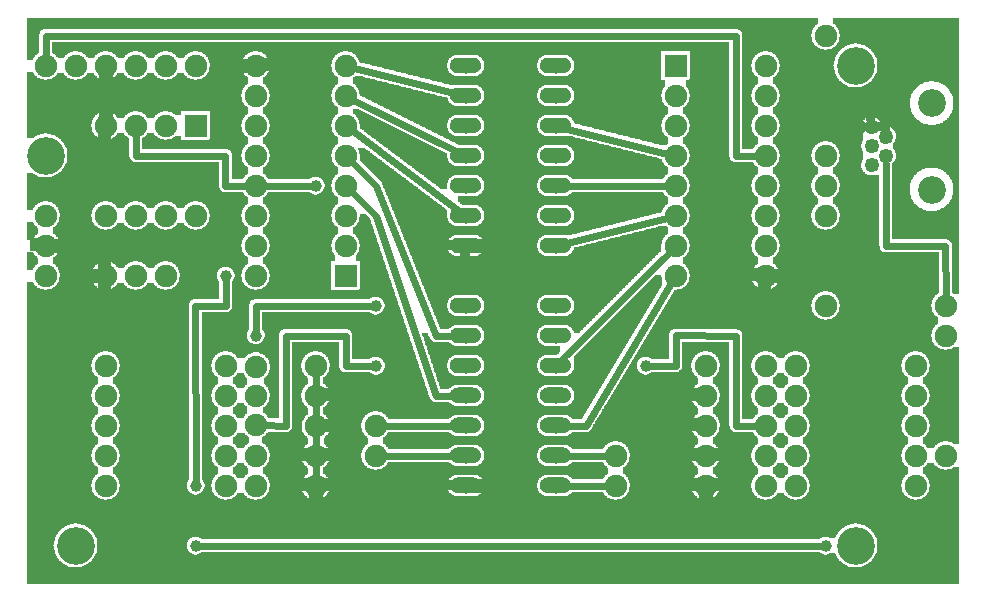
<source format=gbl>
G04 MADE WITH FRITZING*
G04 WWW.FRITZING.ORG*
G04 DOUBLE SIDED*
G04 HOLES PLATED*
G04 CONTOUR ON CENTER OF CONTOUR VECTOR*
%ASAXBY*%
%FSLAX23Y23*%
%MOIN*%
%OFA0B0*%
%SFA1.0B1.0*%
%ADD10C,0.075000*%
%ADD11C,0.052000*%
%ADD12C,0.075433*%
%ADD13C,0.039370*%
%ADD14C,0.049370*%
%ADD15C,0.092677*%
%ADD16C,0.125984*%
%ADD17R,0.075000X0.075000*%
%ADD18C,0.024000*%
%ADD19C,0.048000*%
%ADD20R,0.001000X0.001000*%
%LNCOPPER0*%
G90*
G70*
G54D10*
X2471Y1877D03*
G54D11*
X1502Y969D03*
X1502Y869D03*
X1502Y769D03*
X1502Y669D03*
X1502Y569D03*
X1502Y469D03*
X1502Y369D03*
X1802Y369D03*
X1802Y469D03*
X1802Y569D03*
X1802Y669D03*
X1802Y769D03*
X1802Y869D03*
X1802Y969D03*
X1502Y1769D03*
X1502Y1669D03*
X1502Y1569D03*
X1502Y1469D03*
X1502Y1369D03*
X1502Y1269D03*
X1502Y1169D03*
X1802Y1169D03*
X1802Y1269D03*
X1802Y1369D03*
X1802Y1469D03*
X1802Y1569D03*
X1802Y1669D03*
X1802Y1769D03*
G54D10*
X1102Y1069D03*
X802Y1069D03*
X1102Y1169D03*
X802Y1169D03*
X1102Y1269D03*
X802Y1269D03*
X1102Y1369D03*
X802Y1369D03*
X1102Y1469D03*
X802Y1469D03*
X1102Y1569D03*
X802Y1569D03*
X1102Y1669D03*
X802Y1669D03*
X1102Y1769D03*
X802Y1769D03*
X2202Y1769D03*
X2502Y1769D03*
X2202Y1669D03*
X2502Y1669D03*
X2202Y1569D03*
X2502Y1569D03*
X2202Y1469D03*
X2502Y1469D03*
X2202Y1369D03*
X2502Y1369D03*
X2202Y1269D03*
X2502Y1269D03*
X2202Y1169D03*
X2502Y1169D03*
X2202Y1069D03*
X2502Y1069D03*
G54D12*
X2502Y369D03*
X2502Y469D03*
X2502Y569D03*
X2502Y669D03*
X2502Y769D03*
X2302Y369D03*
X2302Y469D03*
X2302Y569D03*
X2302Y669D03*
X2302Y769D03*
G54D10*
X302Y369D03*
X702Y369D03*
X302Y469D03*
X702Y469D03*
X302Y669D03*
X702Y669D03*
X302Y569D03*
X702Y569D03*
X302Y769D03*
X702Y769D03*
X2602Y369D03*
X3002Y369D03*
X2602Y469D03*
X3002Y469D03*
X2602Y569D03*
X3002Y569D03*
X2602Y669D03*
X3002Y669D03*
X2602Y769D03*
X3002Y769D03*
G54D13*
X2102Y769D03*
G54D12*
X1002Y769D03*
X1002Y669D03*
X1003Y567D03*
X1002Y469D03*
X1002Y369D03*
X802Y765D03*
X802Y669D03*
X802Y572D03*
X802Y469D03*
X802Y369D03*
G54D13*
X1203Y768D03*
X802Y869D03*
X1202Y969D03*
G54D10*
X602Y1569D03*
X602Y1269D03*
X502Y1569D03*
X502Y1269D03*
X402Y1569D03*
X402Y1269D03*
X302Y1569D03*
X302Y1269D03*
G54D12*
X102Y1769D03*
X102Y1269D03*
X102Y1169D03*
X402Y1069D03*
X302Y1069D03*
X502Y1069D03*
X502Y1769D03*
X602Y1769D03*
X402Y1769D03*
X302Y1769D03*
X202Y1769D03*
X102Y1069D03*
X2702Y1369D03*
X2702Y1269D03*
G54D14*
X2855Y1437D03*
X2855Y1500D03*
X2855Y1563D03*
X2902Y1469D03*
X2902Y1532D03*
G54D15*
X3055Y1644D03*
X3055Y1356D03*
G54D12*
X2002Y469D03*
X2002Y369D03*
X1202Y469D03*
X1202Y569D03*
G54D13*
X702Y1069D03*
X602Y369D03*
X602Y169D03*
X2702Y169D03*
G54D10*
X2702Y969D03*
X3102Y969D03*
X2702Y1869D03*
X2702Y1469D03*
X3102Y869D03*
X3102Y469D03*
G54D13*
X1002Y1369D03*
G54D16*
X2802Y1769D03*
X2802Y169D03*
X202Y169D03*
X102Y1469D03*
G54D17*
X1102Y1069D03*
X2202Y1769D03*
X602Y1569D03*
G54D18*
X2403Y868D02*
X2403Y569D01*
D02*
X2403Y569D02*
X2473Y569D01*
D02*
X2202Y769D02*
X2202Y870D01*
D02*
X2202Y870D02*
X2403Y868D01*
D02*
X2121Y769D02*
X2202Y769D01*
D02*
X2174Y1262D02*
X1828Y1175D01*
D02*
X2173Y1369D02*
X1829Y1369D01*
D02*
X2174Y1476D02*
X1828Y1562D01*
D02*
X2182Y1148D02*
X1821Y788D01*
D02*
X1902Y569D02*
X1829Y569D01*
D02*
X2187Y1044D02*
X1902Y569D01*
G54D19*
D02*
X1602Y1168D02*
X1529Y1169D01*
D02*
X2903Y268D02*
X2302Y268D01*
D02*
X1602Y268D02*
X1602Y368D01*
D02*
X2802Y1069D02*
X2903Y1069D01*
D02*
X2903Y1069D02*
X2903Y268D01*
D02*
X2302Y268D02*
X1602Y268D01*
D02*
X1602Y368D02*
X1602Y1168D01*
D02*
X2531Y1069D02*
X2802Y1069D01*
D02*
X2302Y340D02*
X2302Y268D01*
D02*
X1529Y369D02*
X1602Y368D01*
G54D18*
D02*
X1130Y1762D02*
X1476Y1675D01*
D02*
X1128Y1656D02*
X1478Y1481D01*
D02*
X1125Y1552D02*
X1480Y1285D01*
D02*
X1203Y1368D02*
X1403Y869D01*
D02*
X1403Y869D02*
X1475Y869D01*
D02*
X1122Y1448D02*
X1203Y1368D01*
D02*
X1203Y1269D02*
X1403Y669D01*
D02*
X1403Y669D02*
X1475Y669D01*
D02*
X1122Y1349D02*
X1203Y1269D01*
G54D19*
D02*
X1002Y340D02*
X1002Y268D01*
G54D18*
D02*
X1002Y440D02*
X1002Y398D01*
D02*
X1003Y538D02*
X1002Y498D01*
D02*
X1002Y640D02*
X1003Y596D01*
D02*
X1002Y740D02*
X1002Y698D01*
G54D19*
D02*
X1002Y268D02*
X1602Y268D01*
D02*
X202Y1069D02*
X204Y1166D01*
D02*
X301Y1669D02*
X701Y1669D01*
D02*
X204Y1166D02*
X202Y1669D01*
D02*
X701Y1669D02*
X701Y1769D01*
D02*
X701Y1769D02*
X773Y1769D01*
D02*
X203Y268D02*
X202Y1069D01*
D02*
X202Y1669D02*
X301Y1669D01*
D02*
X1002Y268D02*
X203Y268D01*
G54D18*
D02*
X902Y568D02*
X902Y869D01*
D02*
X902Y869D02*
X1102Y869D01*
D02*
X1102Y869D02*
X1102Y768D01*
D02*
X1102Y768D02*
X1184Y768D01*
D02*
X831Y571D02*
X902Y568D01*
D02*
X802Y968D02*
X1183Y969D01*
D02*
X802Y888D02*
X802Y968D01*
D02*
X701Y1368D02*
X701Y1469D01*
D02*
X701Y1469D02*
X402Y1469D01*
D02*
X402Y1469D02*
X402Y1540D01*
D02*
X773Y1369D02*
X701Y1368D01*
D02*
X103Y1869D02*
X102Y1798D01*
D02*
X2402Y1869D02*
X103Y1869D01*
D02*
X2402Y1469D02*
X2402Y1869D01*
D02*
X2473Y1469D02*
X2402Y1469D01*
G54D19*
D02*
X202Y1069D02*
X273Y1069D01*
D02*
X301Y1669D02*
X302Y1597D01*
D02*
X301Y1669D02*
X302Y1740D01*
D02*
X204Y1166D02*
X131Y1168D01*
D02*
X2780Y1563D02*
X2816Y1563D01*
D02*
X2802Y1069D02*
X2780Y1563D01*
G54D18*
D02*
X1231Y569D02*
X1475Y569D01*
D02*
X1231Y469D02*
X1475Y469D01*
D02*
X1973Y469D02*
X1829Y469D01*
D02*
X1973Y369D02*
X1829Y369D01*
D02*
X702Y969D02*
X702Y1050D01*
D02*
X601Y969D02*
X702Y969D01*
D02*
X602Y388D02*
X601Y969D01*
D02*
X3101Y1168D02*
X2903Y1168D01*
D02*
X2903Y1168D02*
X2902Y1441D01*
D02*
X3102Y997D02*
X3101Y1168D01*
D02*
X1402Y169D02*
X621Y169D01*
D02*
X2683Y169D02*
X1402Y169D01*
D02*
X983Y1369D02*
X831Y1369D01*
G36*
X40Y1249D02*
X40Y1189D01*
X60Y1189D01*
X60Y1193D01*
X62Y1193D01*
X62Y1197D01*
X64Y1197D01*
X64Y1199D01*
X66Y1199D01*
X66Y1201D01*
X68Y1201D01*
X68Y1203D01*
X70Y1203D01*
X70Y1205D01*
X72Y1205D01*
X72Y1207D01*
X74Y1207D01*
X74Y1209D01*
X78Y1209D01*
X78Y1229D01*
X74Y1229D01*
X74Y1231D01*
X72Y1231D01*
X72Y1233D01*
X70Y1233D01*
X70Y1235D01*
X68Y1235D01*
X68Y1237D01*
X66Y1237D01*
X66Y1239D01*
X64Y1239D01*
X64Y1241D01*
X62Y1241D01*
X62Y1245D01*
X60Y1245D01*
X60Y1249D01*
X40Y1249D01*
G37*
D02*
G36*
X40Y1149D02*
X40Y1089D01*
X60Y1089D01*
X60Y1093D01*
X62Y1093D01*
X62Y1097D01*
X64Y1097D01*
X64Y1099D01*
X66Y1099D01*
X66Y1101D01*
X68Y1101D01*
X68Y1103D01*
X70Y1103D01*
X70Y1105D01*
X72Y1105D01*
X72Y1107D01*
X74Y1107D01*
X74Y1109D01*
X78Y1109D01*
X78Y1129D01*
X74Y1129D01*
X74Y1131D01*
X72Y1131D01*
X72Y1133D01*
X70Y1133D01*
X70Y1135D01*
X68Y1135D01*
X68Y1137D01*
X66Y1137D01*
X66Y1139D01*
X64Y1139D01*
X64Y1141D01*
X62Y1141D01*
X62Y1145D01*
X60Y1145D01*
X60Y1149D01*
X40Y1149D01*
G37*
D02*
G36*
X2542Y745D02*
X2542Y743D01*
X2540Y743D01*
X2540Y739D01*
X2538Y739D01*
X2538Y737D01*
X2536Y737D01*
X2536Y735D01*
X2534Y735D01*
X2534Y733D01*
X2532Y733D01*
X2532Y731D01*
X2528Y731D01*
X2528Y729D01*
X2526Y729D01*
X2526Y709D01*
X2530Y709D01*
X2530Y707D01*
X2532Y707D01*
X2532Y705D01*
X2534Y705D01*
X2534Y703D01*
X2536Y703D01*
X2536Y701D01*
X2538Y701D01*
X2538Y699D01*
X2540Y699D01*
X2540Y697D01*
X2542Y697D01*
X2542Y693D01*
X2562Y693D01*
X2562Y697D01*
X2564Y697D01*
X2564Y699D01*
X2566Y699D01*
X2566Y701D01*
X2568Y701D01*
X2568Y703D01*
X2570Y703D01*
X2570Y705D01*
X2572Y705D01*
X2572Y707D01*
X2574Y707D01*
X2574Y709D01*
X2578Y709D01*
X2578Y729D01*
X2576Y729D01*
X2576Y731D01*
X2572Y731D01*
X2572Y733D01*
X2570Y733D01*
X2570Y735D01*
X2568Y735D01*
X2568Y737D01*
X2566Y737D01*
X2566Y739D01*
X2564Y739D01*
X2564Y743D01*
X2562Y743D01*
X2562Y745D01*
X2542Y745D01*
G37*
D02*
G36*
X740Y743D02*
X740Y739D01*
X738Y739D01*
X738Y737D01*
X736Y737D01*
X736Y735D01*
X734Y735D01*
X734Y733D01*
X732Y733D01*
X732Y731D01*
X728Y731D01*
X728Y729D01*
X726Y729D01*
X726Y709D01*
X730Y709D01*
X730Y707D01*
X732Y707D01*
X732Y705D01*
X734Y705D01*
X734Y703D01*
X736Y703D01*
X736Y701D01*
X738Y701D01*
X738Y699D01*
X740Y699D01*
X740Y695D01*
X742Y695D01*
X742Y693D01*
X762Y693D01*
X762Y697D01*
X764Y697D01*
X764Y699D01*
X766Y699D01*
X766Y701D01*
X768Y701D01*
X768Y703D01*
X770Y703D01*
X770Y705D01*
X772Y705D01*
X772Y707D01*
X774Y707D01*
X774Y729D01*
X770Y729D01*
X770Y731D01*
X768Y731D01*
X768Y733D01*
X766Y733D01*
X766Y737D01*
X764Y737D01*
X764Y739D01*
X762Y739D01*
X762Y743D01*
X740Y743D01*
G37*
D02*
G36*
X742Y645D02*
X742Y643D01*
X740Y643D01*
X740Y639D01*
X738Y639D01*
X738Y637D01*
X736Y637D01*
X736Y635D01*
X734Y635D01*
X734Y633D01*
X732Y633D01*
X732Y631D01*
X728Y631D01*
X728Y629D01*
X726Y629D01*
X726Y609D01*
X730Y609D01*
X730Y607D01*
X732Y607D01*
X732Y605D01*
X734Y605D01*
X734Y603D01*
X736Y603D01*
X736Y601D01*
X738Y601D01*
X738Y599D01*
X740Y599D01*
X740Y595D01*
X762Y595D01*
X762Y599D01*
X764Y599D01*
X764Y601D01*
X766Y601D01*
X766Y603D01*
X768Y603D01*
X768Y607D01*
X772Y607D01*
X772Y609D01*
X774Y609D01*
X774Y631D01*
X772Y631D01*
X772Y633D01*
X770Y633D01*
X770Y635D01*
X768Y635D01*
X768Y637D01*
X766Y637D01*
X766Y639D01*
X764Y639D01*
X764Y641D01*
X762Y641D01*
X762Y645D01*
X742Y645D01*
G37*
D02*
G36*
X2542Y645D02*
X2542Y643D01*
X2540Y643D01*
X2540Y639D01*
X2538Y639D01*
X2538Y637D01*
X2536Y637D01*
X2536Y635D01*
X2534Y635D01*
X2534Y633D01*
X2532Y633D01*
X2532Y631D01*
X2528Y631D01*
X2528Y629D01*
X2526Y629D01*
X2526Y609D01*
X2530Y609D01*
X2530Y607D01*
X2532Y607D01*
X2532Y605D01*
X2534Y605D01*
X2534Y603D01*
X2536Y603D01*
X2536Y601D01*
X2538Y601D01*
X2538Y599D01*
X2540Y599D01*
X2540Y597D01*
X2542Y597D01*
X2542Y593D01*
X2562Y593D01*
X2562Y597D01*
X2564Y597D01*
X2564Y599D01*
X2566Y599D01*
X2566Y601D01*
X2568Y601D01*
X2568Y603D01*
X2570Y603D01*
X2570Y605D01*
X2572Y605D01*
X2572Y607D01*
X2574Y607D01*
X2574Y609D01*
X2578Y609D01*
X2578Y629D01*
X2576Y629D01*
X2576Y631D01*
X2572Y631D01*
X2572Y633D01*
X2570Y633D01*
X2570Y635D01*
X2568Y635D01*
X2568Y637D01*
X2566Y637D01*
X2566Y639D01*
X2564Y639D01*
X2564Y643D01*
X2562Y643D01*
X2562Y645D01*
X2542Y645D01*
G37*
D02*
G36*
X742Y545D02*
X742Y543D01*
X740Y543D01*
X740Y539D01*
X738Y539D01*
X738Y537D01*
X736Y537D01*
X736Y535D01*
X734Y535D01*
X734Y533D01*
X732Y533D01*
X732Y531D01*
X728Y531D01*
X728Y529D01*
X726Y529D01*
X726Y509D01*
X730Y509D01*
X730Y507D01*
X732Y507D01*
X732Y505D01*
X734Y505D01*
X734Y503D01*
X736Y503D01*
X736Y501D01*
X738Y501D01*
X738Y499D01*
X740Y499D01*
X740Y495D01*
X742Y495D01*
X742Y493D01*
X762Y493D01*
X762Y497D01*
X764Y497D01*
X764Y499D01*
X766Y499D01*
X766Y501D01*
X768Y501D01*
X768Y503D01*
X770Y503D01*
X770Y505D01*
X772Y505D01*
X772Y507D01*
X774Y507D01*
X774Y509D01*
X778Y509D01*
X778Y511D01*
X780Y511D01*
X780Y531D01*
X778Y531D01*
X778Y533D01*
X774Y533D01*
X774Y535D01*
X772Y535D01*
X772Y537D01*
X770Y537D01*
X770Y539D01*
X768Y539D01*
X768Y541D01*
X766Y541D01*
X766Y543D01*
X764Y543D01*
X764Y545D01*
X742Y545D01*
G37*
D02*
G36*
X2542Y545D02*
X2542Y543D01*
X2540Y543D01*
X2540Y539D01*
X2538Y539D01*
X2538Y537D01*
X2536Y537D01*
X2536Y535D01*
X2534Y535D01*
X2534Y533D01*
X2532Y533D01*
X2532Y531D01*
X2528Y531D01*
X2528Y529D01*
X2526Y529D01*
X2526Y509D01*
X2530Y509D01*
X2530Y507D01*
X2532Y507D01*
X2532Y505D01*
X2534Y505D01*
X2534Y503D01*
X2536Y503D01*
X2536Y501D01*
X2538Y501D01*
X2538Y499D01*
X2540Y499D01*
X2540Y497D01*
X2542Y497D01*
X2542Y493D01*
X2562Y493D01*
X2562Y497D01*
X2564Y497D01*
X2564Y499D01*
X2566Y499D01*
X2566Y501D01*
X2568Y501D01*
X2568Y503D01*
X2570Y503D01*
X2570Y505D01*
X2572Y505D01*
X2572Y507D01*
X2574Y507D01*
X2574Y509D01*
X2578Y509D01*
X2578Y529D01*
X2576Y529D01*
X2576Y531D01*
X2572Y531D01*
X2572Y533D01*
X2570Y533D01*
X2570Y535D01*
X2568Y535D01*
X2568Y537D01*
X2566Y537D01*
X2566Y539D01*
X2564Y539D01*
X2564Y543D01*
X2562Y543D01*
X2562Y545D01*
X2542Y545D01*
G37*
D02*
G36*
X40Y1929D02*
X40Y1891D01*
X2410Y1891D01*
X2410Y1889D01*
X2414Y1889D01*
X2414Y1887D01*
X2416Y1887D01*
X2416Y1885D01*
X2418Y1885D01*
X2418Y1883D01*
X2420Y1883D01*
X2420Y1881D01*
X2422Y1881D01*
X2422Y1875D01*
X2424Y1875D01*
X2424Y1821D01*
X2698Y1821D01*
X2698Y1823D01*
X2688Y1823D01*
X2688Y1825D01*
X2682Y1825D01*
X2682Y1827D01*
X2678Y1827D01*
X2678Y1829D01*
X2676Y1829D01*
X2676Y1831D01*
X2672Y1831D01*
X2672Y1833D01*
X2670Y1833D01*
X2670Y1835D01*
X2668Y1835D01*
X2668Y1837D01*
X2666Y1837D01*
X2666Y1839D01*
X2664Y1839D01*
X2664Y1843D01*
X2662Y1843D01*
X2662Y1845D01*
X2660Y1845D01*
X2660Y1849D01*
X2658Y1849D01*
X2658Y1855D01*
X2656Y1855D01*
X2656Y1863D01*
X2654Y1863D01*
X2654Y1875D01*
X2656Y1875D01*
X2656Y1883D01*
X2658Y1883D01*
X2658Y1889D01*
X2660Y1889D01*
X2660Y1893D01*
X2662Y1893D01*
X2662Y1897D01*
X2664Y1897D01*
X2664Y1899D01*
X2666Y1899D01*
X2666Y1901D01*
X2668Y1901D01*
X2668Y1903D01*
X2670Y1903D01*
X2670Y1905D01*
X2672Y1905D01*
X2672Y1907D01*
X2674Y1907D01*
X2674Y1909D01*
X2678Y1909D01*
X2678Y1929D01*
X40Y1929D01*
G37*
D02*
G36*
X2726Y1929D02*
X2726Y1909D01*
X2730Y1909D01*
X2730Y1907D01*
X2732Y1907D01*
X2732Y1905D01*
X2734Y1905D01*
X2734Y1903D01*
X2736Y1903D01*
X2736Y1901D01*
X2738Y1901D01*
X2738Y1899D01*
X2740Y1899D01*
X2740Y1895D01*
X2742Y1895D01*
X2742Y1893D01*
X2744Y1893D01*
X2744Y1889D01*
X2746Y1889D01*
X2746Y1883D01*
X2748Y1883D01*
X2748Y1875D01*
X2750Y1875D01*
X2750Y1863D01*
X2748Y1863D01*
X2748Y1855D01*
X2746Y1855D01*
X2746Y1849D01*
X2744Y1849D01*
X2744Y1845D01*
X2742Y1845D01*
X2742Y1843D01*
X2806Y1843D01*
X2806Y1841D01*
X2820Y1841D01*
X2820Y1839D01*
X2826Y1839D01*
X2826Y1837D01*
X2832Y1837D01*
X2832Y1835D01*
X2836Y1835D01*
X2836Y1833D01*
X2838Y1833D01*
X2838Y1831D01*
X2842Y1831D01*
X2842Y1829D01*
X2844Y1829D01*
X2844Y1827D01*
X2848Y1827D01*
X2848Y1825D01*
X2850Y1825D01*
X2850Y1823D01*
X2852Y1823D01*
X2852Y1821D01*
X2854Y1821D01*
X2854Y1819D01*
X2856Y1819D01*
X2856Y1817D01*
X2858Y1817D01*
X2858Y1815D01*
X2860Y1815D01*
X2860Y1811D01*
X2862Y1811D01*
X2862Y1809D01*
X2864Y1809D01*
X2864Y1805D01*
X2866Y1805D01*
X2866Y1803D01*
X2868Y1803D01*
X2868Y1797D01*
X2870Y1797D01*
X2870Y1793D01*
X2872Y1793D01*
X2872Y1785D01*
X2874Y1785D01*
X2874Y1753D01*
X2872Y1753D01*
X2872Y1745D01*
X2870Y1745D01*
X2870Y1741D01*
X2868Y1741D01*
X2868Y1737D01*
X2866Y1737D01*
X2866Y1733D01*
X2864Y1733D01*
X2864Y1729D01*
X2862Y1729D01*
X2862Y1727D01*
X2860Y1727D01*
X2860Y1723D01*
X2858Y1723D01*
X2858Y1721D01*
X2856Y1721D01*
X2856Y1719D01*
X2854Y1719D01*
X2854Y1717D01*
X3064Y1717D01*
X3064Y1715D01*
X3074Y1715D01*
X3074Y1713D01*
X3080Y1713D01*
X3080Y1711D01*
X3086Y1711D01*
X3086Y1709D01*
X3090Y1709D01*
X3090Y1707D01*
X3094Y1707D01*
X3094Y1705D01*
X3096Y1705D01*
X3096Y1703D01*
X3100Y1703D01*
X3100Y1701D01*
X3102Y1701D01*
X3102Y1699D01*
X3104Y1699D01*
X3104Y1697D01*
X3106Y1697D01*
X3106Y1695D01*
X3108Y1695D01*
X3108Y1693D01*
X3110Y1693D01*
X3110Y1691D01*
X3112Y1691D01*
X3112Y1689D01*
X3114Y1689D01*
X3114Y1685D01*
X3116Y1685D01*
X3116Y1683D01*
X3118Y1683D01*
X3118Y1679D01*
X3120Y1679D01*
X3120Y1675D01*
X3122Y1675D01*
X3122Y1671D01*
X3124Y1671D01*
X3124Y1667D01*
X3126Y1667D01*
X3126Y1659D01*
X3128Y1659D01*
X3128Y1629D01*
X3126Y1629D01*
X3126Y1621D01*
X3124Y1621D01*
X3124Y1615D01*
X3122Y1615D01*
X3122Y1611D01*
X3120Y1611D01*
X3120Y1607D01*
X3118Y1607D01*
X3118Y1605D01*
X3116Y1605D01*
X3116Y1601D01*
X3114Y1601D01*
X3114Y1599D01*
X3112Y1599D01*
X3112Y1595D01*
X3110Y1595D01*
X3110Y1593D01*
X3108Y1593D01*
X3108Y1591D01*
X3106Y1591D01*
X3106Y1589D01*
X3104Y1589D01*
X3104Y1587D01*
X3100Y1587D01*
X3100Y1585D01*
X3098Y1585D01*
X3098Y1583D01*
X3094Y1583D01*
X3094Y1581D01*
X3092Y1581D01*
X3092Y1579D01*
X3088Y1579D01*
X3088Y1577D01*
X3084Y1577D01*
X3084Y1575D01*
X3078Y1575D01*
X3078Y1573D01*
X3070Y1573D01*
X3070Y1571D01*
X3148Y1571D01*
X3148Y1929D01*
X2726Y1929D01*
G37*
D02*
G36*
X40Y1891D02*
X40Y1789D01*
X60Y1789D01*
X60Y1793D01*
X62Y1793D01*
X62Y1797D01*
X64Y1797D01*
X64Y1799D01*
X66Y1799D01*
X66Y1801D01*
X68Y1801D01*
X68Y1803D01*
X70Y1803D01*
X70Y1805D01*
X72Y1805D01*
X72Y1807D01*
X74Y1807D01*
X74Y1809D01*
X78Y1809D01*
X78Y1811D01*
X80Y1811D01*
X80Y1873D01*
X82Y1873D01*
X82Y1879D01*
X84Y1879D01*
X84Y1883D01*
X86Y1883D01*
X86Y1885D01*
X88Y1885D01*
X88Y1887D01*
X90Y1887D01*
X90Y1889D01*
X94Y1889D01*
X94Y1891D01*
X40Y1891D01*
G37*
D02*
G36*
X124Y1847D02*
X124Y1817D01*
X2250Y1817D01*
X2250Y1723D01*
X2248Y1723D01*
X2248Y1721D01*
X2236Y1721D01*
X2236Y1701D01*
X2238Y1701D01*
X2238Y1699D01*
X2240Y1699D01*
X2240Y1695D01*
X2242Y1695D01*
X2242Y1693D01*
X2244Y1693D01*
X2244Y1689D01*
X2246Y1689D01*
X2246Y1683D01*
X2248Y1683D01*
X2248Y1675D01*
X2250Y1675D01*
X2250Y1663D01*
X2248Y1663D01*
X2248Y1655D01*
X2246Y1655D01*
X2246Y1649D01*
X2244Y1649D01*
X2244Y1645D01*
X2242Y1645D01*
X2242Y1643D01*
X2240Y1643D01*
X2240Y1639D01*
X2238Y1639D01*
X2238Y1637D01*
X2236Y1637D01*
X2236Y1635D01*
X2234Y1635D01*
X2234Y1633D01*
X2232Y1633D01*
X2232Y1631D01*
X2228Y1631D01*
X2228Y1629D01*
X2226Y1629D01*
X2226Y1609D01*
X2230Y1609D01*
X2230Y1607D01*
X2232Y1607D01*
X2232Y1605D01*
X2234Y1605D01*
X2234Y1603D01*
X2236Y1603D01*
X2236Y1601D01*
X2238Y1601D01*
X2238Y1599D01*
X2240Y1599D01*
X2240Y1595D01*
X2242Y1595D01*
X2242Y1593D01*
X2244Y1593D01*
X2244Y1589D01*
X2246Y1589D01*
X2246Y1583D01*
X2248Y1583D01*
X2248Y1575D01*
X2250Y1575D01*
X2250Y1563D01*
X2248Y1563D01*
X2248Y1555D01*
X2246Y1555D01*
X2246Y1549D01*
X2244Y1549D01*
X2244Y1545D01*
X2242Y1545D01*
X2242Y1543D01*
X2240Y1543D01*
X2240Y1539D01*
X2238Y1539D01*
X2238Y1537D01*
X2236Y1537D01*
X2236Y1535D01*
X2234Y1535D01*
X2234Y1533D01*
X2232Y1533D01*
X2232Y1531D01*
X2228Y1531D01*
X2228Y1529D01*
X2226Y1529D01*
X2226Y1509D01*
X2230Y1509D01*
X2230Y1507D01*
X2232Y1507D01*
X2232Y1505D01*
X2234Y1505D01*
X2234Y1503D01*
X2236Y1503D01*
X2236Y1501D01*
X2238Y1501D01*
X2238Y1499D01*
X2240Y1499D01*
X2240Y1495D01*
X2242Y1495D01*
X2242Y1493D01*
X2244Y1493D01*
X2244Y1489D01*
X2246Y1489D01*
X2246Y1483D01*
X2248Y1483D01*
X2248Y1475D01*
X2250Y1475D01*
X2250Y1463D01*
X2248Y1463D01*
X2248Y1455D01*
X2246Y1455D01*
X2246Y1449D01*
X2244Y1449D01*
X2244Y1445D01*
X2242Y1445D01*
X2242Y1443D01*
X2240Y1443D01*
X2240Y1439D01*
X2238Y1439D01*
X2238Y1437D01*
X2236Y1437D01*
X2236Y1435D01*
X2234Y1435D01*
X2234Y1433D01*
X2232Y1433D01*
X2232Y1431D01*
X2228Y1431D01*
X2228Y1429D01*
X2226Y1429D01*
X2226Y1409D01*
X2230Y1409D01*
X2230Y1407D01*
X2232Y1407D01*
X2232Y1405D01*
X2234Y1405D01*
X2234Y1403D01*
X2236Y1403D01*
X2236Y1401D01*
X2238Y1401D01*
X2238Y1399D01*
X2240Y1399D01*
X2240Y1395D01*
X2242Y1395D01*
X2242Y1393D01*
X2244Y1393D01*
X2244Y1389D01*
X2246Y1389D01*
X2246Y1383D01*
X2248Y1383D01*
X2248Y1375D01*
X2250Y1375D01*
X2250Y1363D01*
X2248Y1363D01*
X2248Y1355D01*
X2246Y1355D01*
X2246Y1349D01*
X2244Y1349D01*
X2244Y1345D01*
X2242Y1345D01*
X2242Y1343D01*
X2240Y1343D01*
X2240Y1339D01*
X2238Y1339D01*
X2238Y1337D01*
X2236Y1337D01*
X2236Y1335D01*
X2234Y1335D01*
X2234Y1333D01*
X2232Y1333D01*
X2232Y1331D01*
X2228Y1331D01*
X2228Y1329D01*
X2226Y1329D01*
X2226Y1309D01*
X2230Y1309D01*
X2230Y1307D01*
X2232Y1307D01*
X2232Y1305D01*
X2234Y1305D01*
X2234Y1303D01*
X2236Y1303D01*
X2236Y1301D01*
X2238Y1301D01*
X2238Y1299D01*
X2240Y1299D01*
X2240Y1295D01*
X2242Y1295D01*
X2242Y1293D01*
X2244Y1293D01*
X2244Y1289D01*
X2246Y1289D01*
X2246Y1283D01*
X2248Y1283D01*
X2248Y1275D01*
X2250Y1275D01*
X2250Y1263D01*
X2248Y1263D01*
X2248Y1255D01*
X2246Y1255D01*
X2246Y1249D01*
X2244Y1249D01*
X2244Y1245D01*
X2242Y1245D01*
X2242Y1243D01*
X2240Y1243D01*
X2240Y1239D01*
X2238Y1239D01*
X2238Y1237D01*
X2236Y1237D01*
X2236Y1235D01*
X2234Y1235D01*
X2234Y1233D01*
X2232Y1233D01*
X2232Y1231D01*
X2228Y1231D01*
X2228Y1229D01*
X2226Y1229D01*
X2226Y1209D01*
X2230Y1209D01*
X2230Y1207D01*
X2232Y1207D01*
X2232Y1205D01*
X2234Y1205D01*
X2234Y1203D01*
X2236Y1203D01*
X2236Y1201D01*
X2238Y1201D01*
X2238Y1199D01*
X2240Y1199D01*
X2240Y1195D01*
X2242Y1195D01*
X2242Y1193D01*
X2244Y1193D01*
X2244Y1189D01*
X2246Y1189D01*
X2246Y1183D01*
X2248Y1183D01*
X2248Y1175D01*
X2250Y1175D01*
X2250Y1163D01*
X2248Y1163D01*
X2248Y1155D01*
X2246Y1155D01*
X2246Y1149D01*
X2244Y1149D01*
X2244Y1145D01*
X2242Y1145D01*
X2242Y1143D01*
X2240Y1143D01*
X2240Y1139D01*
X2238Y1139D01*
X2238Y1137D01*
X2236Y1137D01*
X2236Y1135D01*
X2234Y1135D01*
X2234Y1133D01*
X2232Y1133D01*
X2232Y1131D01*
X2228Y1131D01*
X2228Y1129D01*
X2226Y1129D01*
X2226Y1109D01*
X2230Y1109D01*
X2230Y1107D01*
X2232Y1107D01*
X2232Y1105D01*
X2234Y1105D01*
X2234Y1103D01*
X2236Y1103D01*
X2236Y1101D01*
X2238Y1101D01*
X2238Y1099D01*
X2240Y1099D01*
X2240Y1095D01*
X2242Y1095D01*
X2242Y1093D01*
X2244Y1093D01*
X2244Y1089D01*
X2246Y1089D01*
X2246Y1083D01*
X2248Y1083D01*
X2248Y1075D01*
X2250Y1075D01*
X2250Y1063D01*
X2248Y1063D01*
X2248Y1055D01*
X2246Y1055D01*
X2246Y1049D01*
X2244Y1049D01*
X2244Y1045D01*
X2242Y1045D01*
X2242Y1043D01*
X2240Y1043D01*
X2240Y1039D01*
X2238Y1039D01*
X2238Y1037D01*
X2236Y1037D01*
X2236Y1035D01*
X2234Y1035D01*
X2234Y1033D01*
X2232Y1033D01*
X2232Y1031D01*
X2228Y1031D01*
X2228Y1029D01*
X2226Y1029D01*
X2226Y1027D01*
X2222Y1027D01*
X2222Y1025D01*
X2216Y1025D01*
X2216Y1023D01*
X2206Y1023D01*
X2206Y1021D01*
X2498Y1021D01*
X2498Y1023D01*
X2488Y1023D01*
X2488Y1025D01*
X2482Y1025D01*
X2482Y1027D01*
X2478Y1027D01*
X2478Y1029D01*
X2476Y1029D01*
X2476Y1031D01*
X2472Y1031D01*
X2472Y1033D01*
X2470Y1033D01*
X2470Y1035D01*
X2468Y1035D01*
X2468Y1037D01*
X2466Y1037D01*
X2466Y1039D01*
X2464Y1039D01*
X2464Y1043D01*
X2462Y1043D01*
X2462Y1045D01*
X2460Y1045D01*
X2460Y1049D01*
X2458Y1049D01*
X2458Y1055D01*
X2456Y1055D01*
X2456Y1063D01*
X2454Y1063D01*
X2454Y1075D01*
X2456Y1075D01*
X2456Y1083D01*
X2458Y1083D01*
X2458Y1089D01*
X2460Y1089D01*
X2460Y1093D01*
X2462Y1093D01*
X2462Y1097D01*
X2464Y1097D01*
X2464Y1099D01*
X2466Y1099D01*
X2466Y1101D01*
X2468Y1101D01*
X2468Y1103D01*
X2470Y1103D01*
X2470Y1105D01*
X2472Y1105D01*
X2472Y1107D01*
X2474Y1107D01*
X2474Y1109D01*
X2478Y1109D01*
X2478Y1129D01*
X2476Y1129D01*
X2476Y1131D01*
X2472Y1131D01*
X2472Y1133D01*
X2470Y1133D01*
X2470Y1135D01*
X2468Y1135D01*
X2468Y1137D01*
X2466Y1137D01*
X2466Y1139D01*
X2464Y1139D01*
X2464Y1143D01*
X2462Y1143D01*
X2462Y1145D01*
X2460Y1145D01*
X2460Y1149D01*
X2458Y1149D01*
X2458Y1155D01*
X2456Y1155D01*
X2456Y1163D01*
X2454Y1163D01*
X2454Y1175D01*
X2456Y1175D01*
X2456Y1183D01*
X2458Y1183D01*
X2458Y1189D01*
X2460Y1189D01*
X2460Y1193D01*
X2462Y1193D01*
X2462Y1197D01*
X2464Y1197D01*
X2464Y1199D01*
X2466Y1199D01*
X2466Y1201D01*
X2468Y1201D01*
X2468Y1203D01*
X2470Y1203D01*
X2470Y1205D01*
X2472Y1205D01*
X2472Y1207D01*
X2474Y1207D01*
X2474Y1209D01*
X2478Y1209D01*
X2478Y1229D01*
X2476Y1229D01*
X2476Y1231D01*
X2472Y1231D01*
X2472Y1233D01*
X2470Y1233D01*
X2470Y1235D01*
X2468Y1235D01*
X2468Y1237D01*
X2466Y1237D01*
X2466Y1239D01*
X2464Y1239D01*
X2464Y1243D01*
X2462Y1243D01*
X2462Y1245D01*
X2460Y1245D01*
X2460Y1249D01*
X2458Y1249D01*
X2458Y1255D01*
X2456Y1255D01*
X2456Y1263D01*
X2454Y1263D01*
X2454Y1275D01*
X2456Y1275D01*
X2456Y1283D01*
X2458Y1283D01*
X2458Y1289D01*
X2460Y1289D01*
X2460Y1293D01*
X2462Y1293D01*
X2462Y1297D01*
X2464Y1297D01*
X2464Y1299D01*
X2466Y1299D01*
X2466Y1301D01*
X2468Y1301D01*
X2468Y1303D01*
X2470Y1303D01*
X2470Y1305D01*
X2472Y1305D01*
X2472Y1307D01*
X2474Y1307D01*
X2474Y1309D01*
X2478Y1309D01*
X2478Y1329D01*
X2476Y1329D01*
X2476Y1331D01*
X2472Y1331D01*
X2472Y1333D01*
X2470Y1333D01*
X2470Y1335D01*
X2468Y1335D01*
X2468Y1337D01*
X2466Y1337D01*
X2466Y1339D01*
X2464Y1339D01*
X2464Y1343D01*
X2462Y1343D01*
X2462Y1345D01*
X2460Y1345D01*
X2460Y1349D01*
X2458Y1349D01*
X2458Y1355D01*
X2456Y1355D01*
X2456Y1363D01*
X2454Y1363D01*
X2454Y1375D01*
X2456Y1375D01*
X2456Y1383D01*
X2458Y1383D01*
X2458Y1389D01*
X2460Y1389D01*
X2460Y1393D01*
X2462Y1393D01*
X2462Y1397D01*
X2464Y1397D01*
X2464Y1399D01*
X2466Y1399D01*
X2466Y1401D01*
X2468Y1401D01*
X2468Y1403D01*
X2470Y1403D01*
X2470Y1405D01*
X2472Y1405D01*
X2472Y1407D01*
X2474Y1407D01*
X2474Y1409D01*
X2478Y1409D01*
X2478Y1429D01*
X2476Y1429D01*
X2476Y1431D01*
X2472Y1431D01*
X2472Y1433D01*
X2470Y1433D01*
X2470Y1435D01*
X2468Y1435D01*
X2468Y1437D01*
X2466Y1437D01*
X2466Y1439D01*
X2464Y1439D01*
X2464Y1443D01*
X2462Y1443D01*
X2462Y1445D01*
X2460Y1445D01*
X2460Y1447D01*
X2398Y1447D01*
X2398Y1449D01*
X2392Y1449D01*
X2392Y1451D01*
X2388Y1451D01*
X2388Y1453D01*
X2386Y1453D01*
X2386Y1455D01*
X2384Y1455D01*
X2384Y1459D01*
X2382Y1459D01*
X2382Y1463D01*
X2380Y1463D01*
X2380Y1847D01*
X124Y1847D01*
G37*
D02*
G36*
X2740Y1843D02*
X2740Y1839D01*
X2738Y1839D01*
X2738Y1837D01*
X2736Y1837D01*
X2736Y1835D01*
X2734Y1835D01*
X2734Y1833D01*
X2732Y1833D01*
X2732Y1831D01*
X2728Y1831D01*
X2728Y1829D01*
X2726Y1829D01*
X2726Y1827D01*
X2722Y1827D01*
X2722Y1825D01*
X2716Y1825D01*
X2716Y1823D01*
X2706Y1823D01*
X2706Y1821D01*
X2752Y1821D01*
X2752Y1823D01*
X2754Y1823D01*
X2754Y1825D01*
X2756Y1825D01*
X2756Y1827D01*
X2758Y1827D01*
X2758Y1829D01*
X2762Y1829D01*
X2762Y1831D01*
X2766Y1831D01*
X2766Y1833D01*
X2768Y1833D01*
X2768Y1835D01*
X2772Y1835D01*
X2772Y1837D01*
X2778Y1837D01*
X2778Y1839D01*
X2784Y1839D01*
X2784Y1841D01*
X2798Y1841D01*
X2798Y1843D01*
X2740Y1843D01*
G37*
D02*
G36*
X2424Y1821D02*
X2424Y1819D01*
X2750Y1819D01*
X2750Y1821D01*
X2424Y1821D01*
G37*
D02*
G36*
X2424Y1821D02*
X2424Y1819D01*
X2750Y1819D01*
X2750Y1821D01*
X2424Y1821D01*
G37*
D02*
G36*
X2424Y1819D02*
X2424Y1817D01*
X2510Y1817D01*
X2510Y1815D01*
X2516Y1815D01*
X2516Y1813D01*
X2522Y1813D01*
X2522Y1811D01*
X2526Y1811D01*
X2526Y1809D01*
X2530Y1809D01*
X2530Y1807D01*
X2532Y1807D01*
X2532Y1805D01*
X2534Y1805D01*
X2534Y1803D01*
X2536Y1803D01*
X2536Y1801D01*
X2538Y1801D01*
X2538Y1799D01*
X2540Y1799D01*
X2540Y1795D01*
X2542Y1795D01*
X2542Y1793D01*
X2544Y1793D01*
X2544Y1789D01*
X2546Y1789D01*
X2546Y1783D01*
X2548Y1783D01*
X2548Y1775D01*
X2550Y1775D01*
X2550Y1763D01*
X2548Y1763D01*
X2548Y1755D01*
X2546Y1755D01*
X2546Y1749D01*
X2544Y1749D01*
X2544Y1745D01*
X2542Y1745D01*
X2542Y1743D01*
X2540Y1743D01*
X2540Y1739D01*
X2538Y1739D01*
X2538Y1737D01*
X2536Y1737D01*
X2536Y1735D01*
X2534Y1735D01*
X2534Y1733D01*
X2532Y1733D01*
X2532Y1731D01*
X2528Y1731D01*
X2528Y1729D01*
X2526Y1729D01*
X2526Y1709D01*
X2530Y1709D01*
X2530Y1707D01*
X2532Y1707D01*
X2532Y1705D01*
X2534Y1705D01*
X2534Y1703D01*
X2536Y1703D01*
X2536Y1701D01*
X2538Y1701D01*
X2538Y1699D01*
X2540Y1699D01*
X2540Y1697D01*
X2786Y1697D01*
X2786Y1699D01*
X2778Y1699D01*
X2778Y1701D01*
X2774Y1701D01*
X2774Y1703D01*
X2770Y1703D01*
X2770Y1705D01*
X2766Y1705D01*
X2766Y1707D01*
X2762Y1707D01*
X2762Y1709D01*
X2760Y1709D01*
X2760Y1711D01*
X2756Y1711D01*
X2756Y1713D01*
X2754Y1713D01*
X2754Y1715D01*
X2752Y1715D01*
X2752Y1717D01*
X2750Y1717D01*
X2750Y1719D01*
X2748Y1719D01*
X2748Y1721D01*
X2746Y1721D01*
X2746Y1723D01*
X2744Y1723D01*
X2744Y1727D01*
X2742Y1727D01*
X2742Y1729D01*
X2740Y1729D01*
X2740Y1733D01*
X2738Y1733D01*
X2738Y1737D01*
X2736Y1737D01*
X2736Y1741D01*
X2734Y1741D01*
X2734Y1745D01*
X2732Y1745D01*
X2732Y1753D01*
X2730Y1753D01*
X2730Y1767D01*
X2728Y1767D01*
X2728Y1771D01*
X2730Y1771D01*
X2730Y1785D01*
X2732Y1785D01*
X2732Y1793D01*
X2734Y1793D01*
X2734Y1799D01*
X2736Y1799D01*
X2736Y1803D01*
X2738Y1803D01*
X2738Y1805D01*
X2740Y1805D01*
X2740Y1809D01*
X2742Y1809D01*
X2742Y1811D01*
X2744Y1811D01*
X2744Y1815D01*
X2746Y1815D01*
X2746Y1817D01*
X2748Y1817D01*
X2748Y1819D01*
X2424Y1819D01*
G37*
D02*
G36*
X124Y1817D02*
X124Y1811D01*
X126Y1811D01*
X126Y1809D01*
X130Y1809D01*
X130Y1807D01*
X132Y1807D01*
X132Y1805D01*
X134Y1805D01*
X134Y1803D01*
X136Y1803D01*
X136Y1801D01*
X138Y1801D01*
X138Y1799D01*
X140Y1799D01*
X140Y1797D01*
X142Y1797D01*
X142Y1793D01*
X162Y1793D01*
X162Y1797D01*
X164Y1797D01*
X164Y1799D01*
X166Y1799D01*
X166Y1801D01*
X168Y1801D01*
X168Y1803D01*
X170Y1803D01*
X170Y1805D01*
X172Y1805D01*
X172Y1807D01*
X174Y1807D01*
X174Y1809D01*
X178Y1809D01*
X178Y1811D01*
X182Y1811D01*
X182Y1813D01*
X186Y1813D01*
X186Y1815D01*
X194Y1815D01*
X194Y1817D01*
X124Y1817D01*
G37*
D02*
G36*
X210Y1817D02*
X210Y1815D01*
X218Y1815D01*
X218Y1813D01*
X222Y1813D01*
X222Y1811D01*
X226Y1811D01*
X226Y1809D01*
X230Y1809D01*
X230Y1807D01*
X232Y1807D01*
X232Y1805D01*
X234Y1805D01*
X234Y1803D01*
X236Y1803D01*
X236Y1801D01*
X238Y1801D01*
X238Y1799D01*
X240Y1799D01*
X240Y1797D01*
X242Y1797D01*
X242Y1793D01*
X262Y1793D01*
X262Y1797D01*
X264Y1797D01*
X264Y1799D01*
X266Y1799D01*
X266Y1801D01*
X268Y1801D01*
X268Y1803D01*
X270Y1803D01*
X270Y1805D01*
X272Y1805D01*
X272Y1807D01*
X274Y1807D01*
X274Y1809D01*
X278Y1809D01*
X278Y1811D01*
X282Y1811D01*
X282Y1813D01*
X286Y1813D01*
X286Y1815D01*
X294Y1815D01*
X294Y1817D01*
X210Y1817D01*
G37*
D02*
G36*
X310Y1817D02*
X310Y1815D01*
X318Y1815D01*
X318Y1813D01*
X322Y1813D01*
X322Y1811D01*
X326Y1811D01*
X326Y1809D01*
X330Y1809D01*
X330Y1807D01*
X332Y1807D01*
X332Y1805D01*
X334Y1805D01*
X334Y1803D01*
X336Y1803D01*
X336Y1801D01*
X338Y1801D01*
X338Y1799D01*
X340Y1799D01*
X340Y1797D01*
X342Y1797D01*
X342Y1793D01*
X362Y1793D01*
X362Y1797D01*
X364Y1797D01*
X364Y1799D01*
X366Y1799D01*
X366Y1801D01*
X368Y1801D01*
X368Y1803D01*
X370Y1803D01*
X370Y1805D01*
X372Y1805D01*
X372Y1807D01*
X374Y1807D01*
X374Y1809D01*
X378Y1809D01*
X378Y1811D01*
X382Y1811D01*
X382Y1813D01*
X386Y1813D01*
X386Y1815D01*
X394Y1815D01*
X394Y1817D01*
X310Y1817D01*
G37*
D02*
G36*
X410Y1817D02*
X410Y1815D01*
X418Y1815D01*
X418Y1813D01*
X422Y1813D01*
X422Y1811D01*
X426Y1811D01*
X426Y1809D01*
X430Y1809D01*
X430Y1807D01*
X432Y1807D01*
X432Y1805D01*
X434Y1805D01*
X434Y1803D01*
X436Y1803D01*
X436Y1801D01*
X438Y1801D01*
X438Y1799D01*
X440Y1799D01*
X440Y1797D01*
X442Y1797D01*
X442Y1793D01*
X462Y1793D01*
X462Y1797D01*
X464Y1797D01*
X464Y1799D01*
X466Y1799D01*
X466Y1801D01*
X468Y1801D01*
X468Y1803D01*
X470Y1803D01*
X470Y1805D01*
X472Y1805D01*
X472Y1807D01*
X474Y1807D01*
X474Y1809D01*
X478Y1809D01*
X478Y1811D01*
X482Y1811D01*
X482Y1813D01*
X486Y1813D01*
X486Y1815D01*
X494Y1815D01*
X494Y1817D01*
X410Y1817D01*
G37*
D02*
G36*
X510Y1817D02*
X510Y1815D01*
X518Y1815D01*
X518Y1813D01*
X522Y1813D01*
X522Y1811D01*
X526Y1811D01*
X526Y1809D01*
X530Y1809D01*
X530Y1807D01*
X532Y1807D01*
X532Y1805D01*
X534Y1805D01*
X534Y1803D01*
X536Y1803D01*
X536Y1801D01*
X538Y1801D01*
X538Y1799D01*
X540Y1799D01*
X540Y1797D01*
X542Y1797D01*
X542Y1793D01*
X562Y1793D01*
X562Y1797D01*
X564Y1797D01*
X564Y1799D01*
X566Y1799D01*
X566Y1801D01*
X568Y1801D01*
X568Y1803D01*
X570Y1803D01*
X570Y1805D01*
X572Y1805D01*
X572Y1807D01*
X574Y1807D01*
X574Y1809D01*
X578Y1809D01*
X578Y1811D01*
X582Y1811D01*
X582Y1813D01*
X586Y1813D01*
X586Y1815D01*
X594Y1815D01*
X594Y1817D01*
X510Y1817D01*
G37*
D02*
G36*
X610Y1817D02*
X610Y1815D01*
X618Y1815D01*
X618Y1813D01*
X622Y1813D01*
X622Y1811D01*
X626Y1811D01*
X626Y1809D01*
X630Y1809D01*
X630Y1807D01*
X632Y1807D01*
X632Y1805D01*
X634Y1805D01*
X634Y1803D01*
X636Y1803D01*
X636Y1801D01*
X638Y1801D01*
X638Y1799D01*
X640Y1799D01*
X640Y1797D01*
X642Y1797D01*
X642Y1793D01*
X644Y1793D01*
X644Y1789D01*
X646Y1789D01*
X646Y1785D01*
X648Y1785D01*
X648Y1777D01*
X650Y1777D01*
X650Y1763D01*
X648Y1763D01*
X648Y1755D01*
X646Y1755D01*
X646Y1749D01*
X644Y1749D01*
X644Y1745D01*
X642Y1745D01*
X642Y1743D01*
X640Y1743D01*
X640Y1739D01*
X638Y1739D01*
X638Y1737D01*
X636Y1737D01*
X636Y1735D01*
X634Y1735D01*
X634Y1733D01*
X632Y1733D01*
X632Y1731D01*
X628Y1731D01*
X628Y1729D01*
X626Y1729D01*
X626Y1727D01*
X622Y1727D01*
X622Y1725D01*
X616Y1725D01*
X616Y1723D01*
X608Y1723D01*
X608Y1721D01*
X778Y1721D01*
X778Y1729D01*
X776Y1729D01*
X776Y1731D01*
X772Y1731D01*
X772Y1733D01*
X770Y1733D01*
X770Y1735D01*
X768Y1735D01*
X768Y1737D01*
X766Y1737D01*
X766Y1739D01*
X764Y1739D01*
X764Y1743D01*
X762Y1743D01*
X762Y1745D01*
X760Y1745D01*
X760Y1749D01*
X758Y1749D01*
X758Y1755D01*
X756Y1755D01*
X756Y1763D01*
X754Y1763D01*
X754Y1775D01*
X756Y1775D01*
X756Y1783D01*
X758Y1783D01*
X758Y1789D01*
X760Y1789D01*
X760Y1793D01*
X762Y1793D01*
X762Y1797D01*
X764Y1797D01*
X764Y1799D01*
X766Y1799D01*
X766Y1801D01*
X768Y1801D01*
X768Y1803D01*
X770Y1803D01*
X770Y1805D01*
X772Y1805D01*
X772Y1807D01*
X774Y1807D01*
X774Y1809D01*
X778Y1809D01*
X778Y1811D01*
X782Y1811D01*
X782Y1813D01*
X786Y1813D01*
X786Y1815D01*
X794Y1815D01*
X794Y1817D01*
X610Y1817D01*
G37*
D02*
G36*
X810Y1817D02*
X810Y1815D01*
X816Y1815D01*
X816Y1813D01*
X822Y1813D01*
X822Y1811D01*
X826Y1811D01*
X826Y1809D01*
X830Y1809D01*
X830Y1807D01*
X832Y1807D01*
X832Y1805D01*
X834Y1805D01*
X834Y1803D01*
X836Y1803D01*
X836Y1801D01*
X838Y1801D01*
X838Y1799D01*
X840Y1799D01*
X840Y1795D01*
X842Y1795D01*
X842Y1793D01*
X844Y1793D01*
X844Y1789D01*
X846Y1789D01*
X846Y1783D01*
X848Y1783D01*
X848Y1775D01*
X850Y1775D01*
X850Y1763D01*
X848Y1763D01*
X848Y1755D01*
X846Y1755D01*
X846Y1749D01*
X844Y1749D01*
X844Y1745D01*
X842Y1745D01*
X842Y1743D01*
X840Y1743D01*
X840Y1739D01*
X838Y1739D01*
X838Y1737D01*
X836Y1737D01*
X836Y1735D01*
X834Y1735D01*
X834Y1733D01*
X832Y1733D01*
X832Y1731D01*
X828Y1731D01*
X828Y1729D01*
X826Y1729D01*
X826Y1709D01*
X830Y1709D01*
X830Y1707D01*
X832Y1707D01*
X832Y1705D01*
X834Y1705D01*
X834Y1703D01*
X836Y1703D01*
X836Y1701D01*
X838Y1701D01*
X838Y1699D01*
X840Y1699D01*
X840Y1695D01*
X842Y1695D01*
X842Y1693D01*
X844Y1693D01*
X844Y1689D01*
X846Y1689D01*
X846Y1683D01*
X848Y1683D01*
X848Y1675D01*
X850Y1675D01*
X850Y1663D01*
X848Y1663D01*
X848Y1655D01*
X846Y1655D01*
X846Y1649D01*
X844Y1649D01*
X844Y1645D01*
X842Y1645D01*
X842Y1643D01*
X840Y1643D01*
X840Y1639D01*
X838Y1639D01*
X838Y1637D01*
X836Y1637D01*
X836Y1635D01*
X834Y1635D01*
X834Y1633D01*
X832Y1633D01*
X832Y1631D01*
X828Y1631D01*
X828Y1629D01*
X826Y1629D01*
X826Y1609D01*
X830Y1609D01*
X830Y1607D01*
X832Y1607D01*
X832Y1605D01*
X834Y1605D01*
X834Y1603D01*
X836Y1603D01*
X836Y1601D01*
X838Y1601D01*
X838Y1599D01*
X840Y1599D01*
X840Y1595D01*
X842Y1595D01*
X842Y1593D01*
X844Y1593D01*
X844Y1589D01*
X846Y1589D01*
X846Y1583D01*
X848Y1583D01*
X848Y1575D01*
X850Y1575D01*
X850Y1563D01*
X848Y1563D01*
X848Y1555D01*
X846Y1555D01*
X846Y1549D01*
X844Y1549D01*
X844Y1545D01*
X842Y1545D01*
X842Y1543D01*
X840Y1543D01*
X840Y1539D01*
X838Y1539D01*
X838Y1537D01*
X836Y1537D01*
X836Y1535D01*
X834Y1535D01*
X834Y1533D01*
X832Y1533D01*
X832Y1531D01*
X828Y1531D01*
X828Y1529D01*
X826Y1529D01*
X826Y1509D01*
X830Y1509D01*
X830Y1507D01*
X832Y1507D01*
X832Y1505D01*
X834Y1505D01*
X834Y1503D01*
X836Y1503D01*
X836Y1501D01*
X838Y1501D01*
X838Y1499D01*
X840Y1499D01*
X840Y1495D01*
X842Y1495D01*
X842Y1493D01*
X844Y1493D01*
X844Y1489D01*
X846Y1489D01*
X846Y1483D01*
X848Y1483D01*
X848Y1475D01*
X850Y1475D01*
X850Y1463D01*
X848Y1463D01*
X848Y1455D01*
X846Y1455D01*
X846Y1449D01*
X844Y1449D01*
X844Y1445D01*
X842Y1445D01*
X842Y1443D01*
X840Y1443D01*
X840Y1439D01*
X838Y1439D01*
X838Y1437D01*
X836Y1437D01*
X836Y1435D01*
X834Y1435D01*
X834Y1433D01*
X832Y1433D01*
X832Y1431D01*
X828Y1431D01*
X828Y1429D01*
X826Y1429D01*
X826Y1409D01*
X830Y1409D01*
X830Y1407D01*
X832Y1407D01*
X832Y1405D01*
X834Y1405D01*
X834Y1403D01*
X836Y1403D01*
X836Y1401D01*
X838Y1401D01*
X838Y1399D01*
X1008Y1399D01*
X1008Y1397D01*
X1014Y1397D01*
X1014Y1395D01*
X1018Y1395D01*
X1018Y1393D01*
X1020Y1393D01*
X1020Y1391D01*
X1024Y1391D01*
X1024Y1387D01*
X1026Y1387D01*
X1026Y1385D01*
X1028Y1385D01*
X1028Y1381D01*
X1030Y1381D01*
X1030Y1375D01*
X1032Y1375D01*
X1032Y1363D01*
X1030Y1363D01*
X1030Y1357D01*
X1028Y1357D01*
X1028Y1353D01*
X1026Y1353D01*
X1026Y1351D01*
X1024Y1351D01*
X1024Y1349D01*
X1022Y1349D01*
X1022Y1347D01*
X1020Y1347D01*
X1020Y1345D01*
X1018Y1345D01*
X1018Y1343D01*
X1014Y1343D01*
X1014Y1341D01*
X1006Y1341D01*
X1006Y1339D01*
X1064Y1339D01*
X1064Y1343D01*
X1062Y1343D01*
X1062Y1345D01*
X1060Y1345D01*
X1060Y1349D01*
X1058Y1349D01*
X1058Y1355D01*
X1056Y1355D01*
X1056Y1363D01*
X1054Y1363D01*
X1054Y1375D01*
X1056Y1375D01*
X1056Y1383D01*
X1058Y1383D01*
X1058Y1389D01*
X1060Y1389D01*
X1060Y1393D01*
X1062Y1393D01*
X1062Y1397D01*
X1064Y1397D01*
X1064Y1399D01*
X1066Y1399D01*
X1066Y1401D01*
X1068Y1401D01*
X1068Y1403D01*
X1070Y1403D01*
X1070Y1405D01*
X1072Y1405D01*
X1072Y1407D01*
X1074Y1407D01*
X1074Y1409D01*
X1078Y1409D01*
X1078Y1429D01*
X1076Y1429D01*
X1076Y1431D01*
X1072Y1431D01*
X1072Y1433D01*
X1070Y1433D01*
X1070Y1435D01*
X1068Y1435D01*
X1068Y1437D01*
X1066Y1437D01*
X1066Y1439D01*
X1064Y1439D01*
X1064Y1443D01*
X1062Y1443D01*
X1062Y1445D01*
X1060Y1445D01*
X1060Y1449D01*
X1058Y1449D01*
X1058Y1455D01*
X1056Y1455D01*
X1056Y1463D01*
X1054Y1463D01*
X1054Y1475D01*
X1056Y1475D01*
X1056Y1483D01*
X1058Y1483D01*
X1058Y1489D01*
X1060Y1489D01*
X1060Y1493D01*
X1062Y1493D01*
X1062Y1497D01*
X1064Y1497D01*
X1064Y1499D01*
X1066Y1499D01*
X1066Y1501D01*
X1068Y1501D01*
X1068Y1503D01*
X1070Y1503D01*
X1070Y1505D01*
X1072Y1505D01*
X1072Y1507D01*
X1074Y1507D01*
X1074Y1509D01*
X1078Y1509D01*
X1078Y1529D01*
X1076Y1529D01*
X1076Y1531D01*
X1072Y1531D01*
X1072Y1533D01*
X1070Y1533D01*
X1070Y1535D01*
X1068Y1535D01*
X1068Y1537D01*
X1066Y1537D01*
X1066Y1539D01*
X1064Y1539D01*
X1064Y1543D01*
X1062Y1543D01*
X1062Y1545D01*
X1060Y1545D01*
X1060Y1549D01*
X1058Y1549D01*
X1058Y1555D01*
X1056Y1555D01*
X1056Y1563D01*
X1054Y1563D01*
X1054Y1575D01*
X1056Y1575D01*
X1056Y1583D01*
X1058Y1583D01*
X1058Y1589D01*
X1060Y1589D01*
X1060Y1593D01*
X1062Y1593D01*
X1062Y1597D01*
X1064Y1597D01*
X1064Y1599D01*
X1066Y1599D01*
X1066Y1601D01*
X1068Y1601D01*
X1068Y1603D01*
X1070Y1603D01*
X1070Y1605D01*
X1072Y1605D01*
X1072Y1607D01*
X1074Y1607D01*
X1074Y1609D01*
X1078Y1609D01*
X1078Y1629D01*
X1076Y1629D01*
X1076Y1631D01*
X1072Y1631D01*
X1072Y1633D01*
X1070Y1633D01*
X1070Y1635D01*
X1068Y1635D01*
X1068Y1637D01*
X1066Y1637D01*
X1066Y1639D01*
X1064Y1639D01*
X1064Y1643D01*
X1062Y1643D01*
X1062Y1645D01*
X1060Y1645D01*
X1060Y1649D01*
X1058Y1649D01*
X1058Y1655D01*
X1056Y1655D01*
X1056Y1663D01*
X1054Y1663D01*
X1054Y1675D01*
X1056Y1675D01*
X1056Y1683D01*
X1058Y1683D01*
X1058Y1689D01*
X1060Y1689D01*
X1060Y1693D01*
X1062Y1693D01*
X1062Y1697D01*
X1064Y1697D01*
X1064Y1699D01*
X1066Y1699D01*
X1066Y1701D01*
X1068Y1701D01*
X1068Y1703D01*
X1070Y1703D01*
X1070Y1705D01*
X1072Y1705D01*
X1072Y1707D01*
X1074Y1707D01*
X1074Y1709D01*
X1078Y1709D01*
X1078Y1729D01*
X1076Y1729D01*
X1076Y1731D01*
X1072Y1731D01*
X1072Y1733D01*
X1070Y1733D01*
X1070Y1735D01*
X1068Y1735D01*
X1068Y1737D01*
X1066Y1737D01*
X1066Y1739D01*
X1064Y1739D01*
X1064Y1743D01*
X1062Y1743D01*
X1062Y1745D01*
X1060Y1745D01*
X1060Y1749D01*
X1058Y1749D01*
X1058Y1755D01*
X1056Y1755D01*
X1056Y1763D01*
X1054Y1763D01*
X1054Y1775D01*
X1056Y1775D01*
X1056Y1783D01*
X1058Y1783D01*
X1058Y1789D01*
X1060Y1789D01*
X1060Y1793D01*
X1062Y1793D01*
X1062Y1797D01*
X1064Y1797D01*
X1064Y1799D01*
X1066Y1799D01*
X1066Y1801D01*
X1068Y1801D01*
X1068Y1803D01*
X1070Y1803D01*
X1070Y1805D01*
X1072Y1805D01*
X1072Y1807D01*
X1074Y1807D01*
X1074Y1809D01*
X1078Y1809D01*
X1078Y1811D01*
X1082Y1811D01*
X1082Y1813D01*
X1086Y1813D01*
X1086Y1815D01*
X1094Y1815D01*
X1094Y1817D01*
X810Y1817D01*
G37*
D02*
G36*
X1110Y1817D02*
X1110Y1815D01*
X1116Y1815D01*
X1116Y1813D01*
X1122Y1813D01*
X1122Y1811D01*
X1126Y1811D01*
X1126Y1809D01*
X1130Y1809D01*
X1130Y1807D01*
X1132Y1807D01*
X1132Y1805D01*
X1836Y1805D01*
X1836Y1803D01*
X1842Y1803D01*
X1842Y1801D01*
X1846Y1801D01*
X1846Y1799D01*
X1850Y1799D01*
X1850Y1797D01*
X1852Y1797D01*
X1852Y1795D01*
X1854Y1795D01*
X1854Y1793D01*
X1856Y1793D01*
X1856Y1791D01*
X1858Y1791D01*
X1858Y1787D01*
X1860Y1787D01*
X1860Y1783D01*
X1862Y1783D01*
X1862Y1777D01*
X1864Y1777D01*
X1864Y1761D01*
X1862Y1761D01*
X1862Y1755D01*
X1860Y1755D01*
X1860Y1751D01*
X1858Y1751D01*
X1858Y1749D01*
X1856Y1749D01*
X1856Y1745D01*
X1854Y1745D01*
X1854Y1743D01*
X1852Y1743D01*
X1852Y1741D01*
X1848Y1741D01*
X1848Y1739D01*
X1846Y1739D01*
X1846Y1737D01*
X1842Y1737D01*
X1842Y1735D01*
X1834Y1735D01*
X1834Y1733D01*
X2154Y1733D01*
X2154Y1817D01*
X1110Y1817D01*
G37*
D02*
G36*
X2424Y1817D02*
X2424Y1491D01*
X2460Y1491D01*
X2460Y1493D01*
X2462Y1493D01*
X2462Y1497D01*
X2464Y1497D01*
X2464Y1499D01*
X2466Y1499D01*
X2466Y1501D01*
X2468Y1501D01*
X2468Y1503D01*
X2470Y1503D01*
X2470Y1505D01*
X2472Y1505D01*
X2472Y1507D01*
X2474Y1507D01*
X2474Y1509D01*
X2478Y1509D01*
X2478Y1529D01*
X2476Y1529D01*
X2476Y1531D01*
X2472Y1531D01*
X2472Y1533D01*
X2470Y1533D01*
X2470Y1535D01*
X2468Y1535D01*
X2468Y1537D01*
X2466Y1537D01*
X2466Y1539D01*
X2464Y1539D01*
X2464Y1543D01*
X2462Y1543D01*
X2462Y1545D01*
X2460Y1545D01*
X2460Y1549D01*
X2458Y1549D01*
X2458Y1555D01*
X2456Y1555D01*
X2456Y1563D01*
X2454Y1563D01*
X2454Y1575D01*
X2456Y1575D01*
X2456Y1583D01*
X2458Y1583D01*
X2458Y1589D01*
X2460Y1589D01*
X2460Y1593D01*
X2462Y1593D01*
X2462Y1597D01*
X2464Y1597D01*
X2464Y1599D01*
X2466Y1599D01*
X2466Y1601D01*
X2468Y1601D01*
X2468Y1603D01*
X2470Y1603D01*
X2470Y1605D01*
X2472Y1605D01*
X2472Y1607D01*
X2474Y1607D01*
X2474Y1609D01*
X2478Y1609D01*
X2478Y1629D01*
X2476Y1629D01*
X2476Y1631D01*
X2472Y1631D01*
X2472Y1633D01*
X2470Y1633D01*
X2470Y1635D01*
X2468Y1635D01*
X2468Y1637D01*
X2466Y1637D01*
X2466Y1639D01*
X2464Y1639D01*
X2464Y1643D01*
X2462Y1643D01*
X2462Y1645D01*
X2460Y1645D01*
X2460Y1649D01*
X2458Y1649D01*
X2458Y1655D01*
X2456Y1655D01*
X2456Y1663D01*
X2454Y1663D01*
X2454Y1675D01*
X2456Y1675D01*
X2456Y1683D01*
X2458Y1683D01*
X2458Y1689D01*
X2460Y1689D01*
X2460Y1693D01*
X2462Y1693D01*
X2462Y1697D01*
X2464Y1697D01*
X2464Y1699D01*
X2466Y1699D01*
X2466Y1701D01*
X2468Y1701D01*
X2468Y1703D01*
X2470Y1703D01*
X2470Y1705D01*
X2472Y1705D01*
X2472Y1707D01*
X2474Y1707D01*
X2474Y1709D01*
X2478Y1709D01*
X2478Y1729D01*
X2476Y1729D01*
X2476Y1731D01*
X2472Y1731D01*
X2472Y1733D01*
X2470Y1733D01*
X2470Y1735D01*
X2468Y1735D01*
X2468Y1737D01*
X2466Y1737D01*
X2466Y1739D01*
X2464Y1739D01*
X2464Y1743D01*
X2462Y1743D01*
X2462Y1745D01*
X2460Y1745D01*
X2460Y1749D01*
X2458Y1749D01*
X2458Y1755D01*
X2456Y1755D01*
X2456Y1763D01*
X2454Y1763D01*
X2454Y1775D01*
X2456Y1775D01*
X2456Y1783D01*
X2458Y1783D01*
X2458Y1789D01*
X2460Y1789D01*
X2460Y1793D01*
X2462Y1793D01*
X2462Y1797D01*
X2464Y1797D01*
X2464Y1799D01*
X2466Y1799D01*
X2466Y1801D01*
X2468Y1801D01*
X2468Y1803D01*
X2470Y1803D01*
X2470Y1805D01*
X2472Y1805D01*
X2472Y1807D01*
X2474Y1807D01*
X2474Y1809D01*
X2478Y1809D01*
X2478Y1811D01*
X2482Y1811D01*
X2482Y1813D01*
X2486Y1813D01*
X2486Y1815D01*
X2494Y1815D01*
X2494Y1817D01*
X2424Y1817D01*
G37*
D02*
G36*
X1134Y1805D02*
X1134Y1803D01*
X1136Y1803D01*
X1136Y1801D01*
X1138Y1801D01*
X1138Y1799D01*
X1140Y1799D01*
X1140Y1795D01*
X1142Y1795D01*
X1142Y1793D01*
X1144Y1793D01*
X1144Y1789D01*
X1146Y1789D01*
X1146Y1783D01*
X1148Y1783D01*
X1148Y1781D01*
X1150Y1781D01*
X1150Y1779D01*
X1158Y1779D01*
X1158Y1777D01*
X1166Y1777D01*
X1166Y1775D01*
X1174Y1775D01*
X1174Y1773D01*
X1182Y1773D01*
X1182Y1771D01*
X1190Y1771D01*
X1190Y1769D01*
X1198Y1769D01*
X1198Y1767D01*
X1206Y1767D01*
X1206Y1765D01*
X1214Y1765D01*
X1214Y1763D01*
X1222Y1763D01*
X1222Y1761D01*
X1230Y1761D01*
X1230Y1759D01*
X1238Y1759D01*
X1238Y1757D01*
X1246Y1757D01*
X1246Y1755D01*
X1254Y1755D01*
X1254Y1753D01*
X1262Y1753D01*
X1262Y1751D01*
X1270Y1751D01*
X1270Y1749D01*
X1278Y1749D01*
X1278Y1747D01*
X1286Y1747D01*
X1286Y1745D01*
X1294Y1745D01*
X1294Y1743D01*
X1302Y1743D01*
X1302Y1741D01*
X1310Y1741D01*
X1310Y1739D01*
X1318Y1739D01*
X1318Y1737D01*
X1326Y1737D01*
X1326Y1735D01*
X1334Y1735D01*
X1334Y1733D01*
X1470Y1733D01*
X1470Y1735D01*
X1462Y1735D01*
X1462Y1737D01*
X1458Y1737D01*
X1458Y1739D01*
X1456Y1739D01*
X1456Y1741D01*
X1452Y1741D01*
X1452Y1743D01*
X1450Y1743D01*
X1450Y1745D01*
X1448Y1745D01*
X1448Y1749D01*
X1446Y1749D01*
X1446Y1751D01*
X1444Y1751D01*
X1444Y1755D01*
X1442Y1755D01*
X1442Y1761D01*
X1440Y1761D01*
X1440Y1777D01*
X1442Y1777D01*
X1442Y1783D01*
X1444Y1783D01*
X1444Y1787D01*
X1446Y1787D01*
X1446Y1791D01*
X1448Y1791D01*
X1448Y1793D01*
X1450Y1793D01*
X1450Y1795D01*
X1452Y1795D01*
X1452Y1797D01*
X1454Y1797D01*
X1454Y1799D01*
X1458Y1799D01*
X1458Y1801D01*
X1462Y1801D01*
X1462Y1803D01*
X1468Y1803D01*
X1468Y1805D01*
X1134Y1805D01*
G37*
D02*
G36*
X1536Y1805D02*
X1536Y1803D01*
X1542Y1803D01*
X1542Y1801D01*
X1546Y1801D01*
X1546Y1799D01*
X1550Y1799D01*
X1550Y1797D01*
X1552Y1797D01*
X1552Y1795D01*
X1554Y1795D01*
X1554Y1793D01*
X1556Y1793D01*
X1556Y1791D01*
X1558Y1791D01*
X1558Y1787D01*
X1560Y1787D01*
X1560Y1783D01*
X1562Y1783D01*
X1562Y1777D01*
X1564Y1777D01*
X1564Y1761D01*
X1562Y1761D01*
X1562Y1755D01*
X1560Y1755D01*
X1560Y1751D01*
X1558Y1751D01*
X1558Y1749D01*
X1556Y1749D01*
X1556Y1745D01*
X1554Y1745D01*
X1554Y1743D01*
X1552Y1743D01*
X1552Y1741D01*
X1548Y1741D01*
X1548Y1739D01*
X1546Y1739D01*
X1546Y1737D01*
X1542Y1737D01*
X1542Y1735D01*
X1534Y1735D01*
X1534Y1733D01*
X1770Y1733D01*
X1770Y1735D01*
X1762Y1735D01*
X1762Y1737D01*
X1758Y1737D01*
X1758Y1739D01*
X1756Y1739D01*
X1756Y1741D01*
X1752Y1741D01*
X1752Y1743D01*
X1750Y1743D01*
X1750Y1745D01*
X1748Y1745D01*
X1748Y1749D01*
X1746Y1749D01*
X1746Y1751D01*
X1744Y1751D01*
X1744Y1755D01*
X1742Y1755D01*
X1742Y1761D01*
X1740Y1761D01*
X1740Y1777D01*
X1742Y1777D01*
X1742Y1783D01*
X1744Y1783D01*
X1744Y1787D01*
X1746Y1787D01*
X1746Y1791D01*
X1748Y1791D01*
X1748Y1793D01*
X1750Y1793D01*
X1750Y1795D01*
X1752Y1795D01*
X1752Y1797D01*
X1754Y1797D01*
X1754Y1799D01*
X1758Y1799D01*
X1758Y1801D01*
X1762Y1801D01*
X1762Y1803D01*
X1768Y1803D01*
X1768Y1805D01*
X1536Y1805D01*
G37*
D02*
G36*
X40Y1749D02*
X40Y1721D01*
X96Y1721D01*
X96Y1723D01*
X88Y1723D01*
X88Y1725D01*
X82Y1725D01*
X82Y1727D01*
X78Y1727D01*
X78Y1729D01*
X74Y1729D01*
X74Y1731D01*
X72Y1731D01*
X72Y1733D01*
X70Y1733D01*
X70Y1735D01*
X68Y1735D01*
X68Y1737D01*
X66Y1737D01*
X66Y1739D01*
X64Y1739D01*
X64Y1741D01*
X62Y1741D01*
X62Y1745D01*
X60Y1745D01*
X60Y1749D01*
X40Y1749D01*
G37*
D02*
G36*
X142Y1745D02*
X142Y1743D01*
X140Y1743D01*
X140Y1739D01*
X138Y1739D01*
X138Y1737D01*
X136Y1737D01*
X136Y1735D01*
X134Y1735D01*
X134Y1733D01*
X132Y1733D01*
X132Y1731D01*
X128Y1731D01*
X128Y1729D01*
X126Y1729D01*
X126Y1727D01*
X122Y1727D01*
X122Y1725D01*
X116Y1725D01*
X116Y1723D01*
X108Y1723D01*
X108Y1721D01*
X196Y1721D01*
X196Y1723D01*
X188Y1723D01*
X188Y1725D01*
X182Y1725D01*
X182Y1727D01*
X178Y1727D01*
X178Y1729D01*
X174Y1729D01*
X174Y1731D01*
X172Y1731D01*
X172Y1733D01*
X170Y1733D01*
X170Y1735D01*
X168Y1735D01*
X168Y1737D01*
X166Y1737D01*
X166Y1739D01*
X164Y1739D01*
X164Y1741D01*
X162Y1741D01*
X162Y1745D01*
X142Y1745D01*
G37*
D02*
G36*
X242Y1745D02*
X242Y1743D01*
X240Y1743D01*
X240Y1739D01*
X238Y1739D01*
X238Y1737D01*
X236Y1737D01*
X236Y1735D01*
X234Y1735D01*
X234Y1733D01*
X232Y1733D01*
X232Y1731D01*
X228Y1731D01*
X228Y1729D01*
X226Y1729D01*
X226Y1727D01*
X222Y1727D01*
X222Y1725D01*
X216Y1725D01*
X216Y1723D01*
X208Y1723D01*
X208Y1721D01*
X296Y1721D01*
X296Y1723D01*
X288Y1723D01*
X288Y1725D01*
X282Y1725D01*
X282Y1727D01*
X278Y1727D01*
X278Y1729D01*
X274Y1729D01*
X274Y1731D01*
X272Y1731D01*
X272Y1733D01*
X270Y1733D01*
X270Y1735D01*
X268Y1735D01*
X268Y1737D01*
X266Y1737D01*
X266Y1739D01*
X264Y1739D01*
X264Y1741D01*
X262Y1741D01*
X262Y1745D01*
X242Y1745D01*
G37*
D02*
G36*
X342Y1745D02*
X342Y1743D01*
X340Y1743D01*
X340Y1739D01*
X338Y1739D01*
X338Y1737D01*
X336Y1737D01*
X336Y1735D01*
X334Y1735D01*
X334Y1733D01*
X332Y1733D01*
X332Y1731D01*
X328Y1731D01*
X328Y1729D01*
X326Y1729D01*
X326Y1727D01*
X322Y1727D01*
X322Y1725D01*
X316Y1725D01*
X316Y1723D01*
X308Y1723D01*
X308Y1721D01*
X396Y1721D01*
X396Y1723D01*
X388Y1723D01*
X388Y1725D01*
X382Y1725D01*
X382Y1727D01*
X378Y1727D01*
X378Y1729D01*
X374Y1729D01*
X374Y1731D01*
X372Y1731D01*
X372Y1733D01*
X370Y1733D01*
X370Y1735D01*
X368Y1735D01*
X368Y1737D01*
X366Y1737D01*
X366Y1739D01*
X364Y1739D01*
X364Y1741D01*
X362Y1741D01*
X362Y1745D01*
X342Y1745D01*
G37*
D02*
G36*
X442Y1745D02*
X442Y1743D01*
X440Y1743D01*
X440Y1739D01*
X438Y1739D01*
X438Y1737D01*
X436Y1737D01*
X436Y1735D01*
X434Y1735D01*
X434Y1733D01*
X432Y1733D01*
X432Y1731D01*
X428Y1731D01*
X428Y1729D01*
X426Y1729D01*
X426Y1727D01*
X422Y1727D01*
X422Y1725D01*
X416Y1725D01*
X416Y1723D01*
X408Y1723D01*
X408Y1721D01*
X496Y1721D01*
X496Y1723D01*
X488Y1723D01*
X488Y1725D01*
X482Y1725D01*
X482Y1727D01*
X478Y1727D01*
X478Y1729D01*
X474Y1729D01*
X474Y1731D01*
X472Y1731D01*
X472Y1733D01*
X470Y1733D01*
X470Y1735D01*
X468Y1735D01*
X468Y1737D01*
X466Y1737D01*
X466Y1739D01*
X464Y1739D01*
X464Y1741D01*
X462Y1741D01*
X462Y1745D01*
X442Y1745D01*
G37*
D02*
G36*
X542Y1745D02*
X542Y1743D01*
X540Y1743D01*
X540Y1739D01*
X538Y1739D01*
X538Y1737D01*
X536Y1737D01*
X536Y1735D01*
X534Y1735D01*
X534Y1733D01*
X532Y1733D01*
X532Y1731D01*
X528Y1731D01*
X528Y1729D01*
X526Y1729D01*
X526Y1727D01*
X522Y1727D01*
X522Y1725D01*
X516Y1725D01*
X516Y1723D01*
X508Y1723D01*
X508Y1721D01*
X596Y1721D01*
X596Y1723D01*
X588Y1723D01*
X588Y1725D01*
X582Y1725D01*
X582Y1727D01*
X578Y1727D01*
X578Y1729D01*
X574Y1729D01*
X574Y1731D01*
X572Y1731D01*
X572Y1733D01*
X570Y1733D01*
X570Y1735D01*
X568Y1735D01*
X568Y1737D01*
X566Y1737D01*
X566Y1739D01*
X564Y1739D01*
X564Y1741D01*
X562Y1741D01*
X562Y1745D01*
X542Y1745D01*
G37*
D02*
G36*
X1132Y1733D02*
X1132Y1731D01*
X1128Y1731D01*
X1128Y1729D01*
X1126Y1729D01*
X1126Y1709D01*
X1130Y1709D01*
X1130Y1707D01*
X1132Y1707D01*
X1132Y1705D01*
X1134Y1705D01*
X1134Y1703D01*
X1136Y1703D01*
X1136Y1701D01*
X1138Y1701D01*
X1138Y1699D01*
X1140Y1699D01*
X1140Y1695D01*
X1142Y1695D01*
X1142Y1693D01*
X1144Y1693D01*
X1144Y1689D01*
X1146Y1689D01*
X1146Y1683D01*
X1148Y1683D01*
X1148Y1675D01*
X1150Y1675D01*
X1150Y1669D01*
X1154Y1669D01*
X1154Y1667D01*
X1158Y1667D01*
X1158Y1665D01*
X1162Y1665D01*
X1162Y1663D01*
X1166Y1663D01*
X1166Y1661D01*
X1170Y1661D01*
X1170Y1659D01*
X1174Y1659D01*
X1174Y1657D01*
X1178Y1657D01*
X1178Y1655D01*
X1182Y1655D01*
X1182Y1653D01*
X1186Y1653D01*
X1186Y1651D01*
X1190Y1651D01*
X1190Y1649D01*
X1194Y1649D01*
X1194Y1647D01*
X1198Y1647D01*
X1198Y1645D01*
X1202Y1645D01*
X1202Y1643D01*
X1206Y1643D01*
X1206Y1641D01*
X1210Y1641D01*
X1210Y1639D01*
X1214Y1639D01*
X1214Y1637D01*
X1218Y1637D01*
X1218Y1635D01*
X1222Y1635D01*
X1222Y1633D01*
X1470Y1633D01*
X1470Y1635D01*
X1462Y1635D01*
X1462Y1637D01*
X1458Y1637D01*
X1458Y1639D01*
X1456Y1639D01*
X1456Y1641D01*
X1452Y1641D01*
X1452Y1643D01*
X1450Y1643D01*
X1450Y1645D01*
X1448Y1645D01*
X1448Y1649D01*
X1446Y1649D01*
X1446Y1651D01*
X1444Y1651D01*
X1444Y1655D01*
X1442Y1655D01*
X1442Y1661D01*
X1440Y1661D01*
X1440Y1663D01*
X1432Y1663D01*
X1432Y1665D01*
X1424Y1665D01*
X1424Y1667D01*
X1416Y1667D01*
X1416Y1669D01*
X1408Y1669D01*
X1408Y1671D01*
X1400Y1671D01*
X1400Y1673D01*
X1392Y1673D01*
X1392Y1675D01*
X1384Y1675D01*
X1384Y1677D01*
X1376Y1677D01*
X1376Y1679D01*
X1368Y1679D01*
X1368Y1681D01*
X1360Y1681D01*
X1360Y1683D01*
X1352Y1683D01*
X1352Y1685D01*
X1344Y1685D01*
X1344Y1687D01*
X1336Y1687D01*
X1336Y1689D01*
X1328Y1689D01*
X1328Y1691D01*
X1320Y1691D01*
X1320Y1693D01*
X1312Y1693D01*
X1312Y1695D01*
X1304Y1695D01*
X1304Y1697D01*
X1296Y1697D01*
X1296Y1699D01*
X1288Y1699D01*
X1288Y1701D01*
X1280Y1701D01*
X1280Y1703D01*
X1272Y1703D01*
X1272Y1705D01*
X1264Y1705D01*
X1264Y1707D01*
X1256Y1707D01*
X1256Y1709D01*
X1248Y1709D01*
X1248Y1711D01*
X1240Y1711D01*
X1240Y1713D01*
X1232Y1713D01*
X1232Y1715D01*
X1224Y1715D01*
X1224Y1717D01*
X1216Y1717D01*
X1216Y1719D01*
X1208Y1719D01*
X1208Y1721D01*
X1200Y1721D01*
X1200Y1723D01*
X1192Y1723D01*
X1192Y1725D01*
X1184Y1725D01*
X1184Y1727D01*
X1176Y1727D01*
X1176Y1729D01*
X1168Y1729D01*
X1168Y1731D01*
X1160Y1731D01*
X1160Y1733D01*
X1132Y1733D01*
G37*
D02*
G36*
X1342Y1733D02*
X1342Y1731D01*
X2154Y1731D01*
X2154Y1733D01*
X1342Y1733D01*
G37*
D02*
G36*
X1342Y1733D02*
X1342Y1731D01*
X2154Y1731D01*
X2154Y1733D01*
X1342Y1733D01*
G37*
D02*
G36*
X1342Y1733D02*
X1342Y1731D01*
X2154Y1731D01*
X2154Y1733D01*
X1342Y1733D01*
G37*
D02*
G36*
X1350Y1731D02*
X1350Y1729D01*
X1358Y1729D01*
X1358Y1727D01*
X1366Y1727D01*
X1366Y1725D01*
X1374Y1725D01*
X1374Y1723D01*
X1382Y1723D01*
X1382Y1721D01*
X1390Y1721D01*
X1390Y1719D01*
X1398Y1719D01*
X1398Y1717D01*
X1406Y1717D01*
X1406Y1715D01*
X1414Y1715D01*
X1414Y1713D01*
X1422Y1713D01*
X1422Y1711D01*
X1430Y1711D01*
X1430Y1709D01*
X1438Y1709D01*
X1438Y1707D01*
X1446Y1707D01*
X1446Y1705D01*
X1836Y1705D01*
X1836Y1703D01*
X1842Y1703D01*
X1842Y1701D01*
X1846Y1701D01*
X1846Y1699D01*
X1850Y1699D01*
X1850Y1697D01*
X1852Y1697D01*
X1852Y1695D01*
X1854Y1695D01*
X1854Y1693D01*
X1856Y1693D01*
X1856Y1691D01*
X1858Y1691D01*
X1858Y1687D01*
X1860Y1687D01*
X1860Y1683D01*
X1862Y1683D01*
X1862Y1677D01*
X1864Y1677D01*
X1864Y1661D01*
X1862Y1661D01*
X1862Y1655D01*
X1860Y1655D01*
X1860Y1651D01*
X1858Y1651D01*
X1858Y1649D01*
X1856Y1649D01*
X1856Y1645D01*
X1854Y1645D01*
X1854Y1643D01*
X1852Y1643D01*
X1852Y1641D01*
X1848Y1641D01*
X1848Y1639D01*
X1846Y1639D01*
X1846Y1637D01*
X1842Y1637D01*
X1842Y1635D01*
X1834Y1635D01*
X1834Y1633D01*
X2170Y1633D01*
X2170Y1635D01*
X2168Y1635D01*
X2168Y1637D01*
X2166Y1637D01*
X2166Y1639D01*
X2164Y1639D01*
X2164Y1643D01*
X2162Y1643D01*
X2162Y1645D01*
X2160Y1645D01*
X2160Y1649D01*
X2158Y1649D01*
X2158Y1655D01*
X2156Y1655D01*
X2156Y1663D01*
X2154Y1663D01*
X2154Y1675D01*
X2156Y1675D01*
X2156Y1683D01*
X2158Y1683D01*
X2158Y1689D01*
X2160Y1689D01*
X2160Y1693D01*
X2162Y1693D01*
X2162Y1697D01*
X2164Y1697D01*
X2164Y1699D01*
X2166Y1699D01*
X2166Y1701D01*
X2168Y1701D01*
X2168Y1721D01*
X2154Y1721D01*
X2154Y1731D01*
X1350Y1731D01*
G37*
D02*
G36*
X40Y1721D02*
X40Y1719D01*
X778Y1719D01*
X778Y1721D01*
X40Y1721D01*
G37*
D02*
G36*
X40Y1721D02*
X40Y1719D01*
X778Y1719D01*
X778Y1721D01*
X40Y1721D01*
G37*
D02*
G36*
X40Y1721D02*
X40Y1719D01*
X778Y1719D01*
X778Y1721D01*
X40Y1721D01*
G37*
D02*
G36*
X40Y1721D02*
X40Y1719D01*
X778Y1719D01*
X778Y1721D01*
X40Y1721D01*
G37*
D02*
G36*
X40Y1721D02*
X40Y1719D01*
X778Y1719D01*
X778Y1721D01*
X40Y1721D01*
G37*
D02*
G36*
X40Y1721D02*
X40Y1719D01*
X778Y1719D01*
X778Y1721D01*
X40Y1721D01*
G37*
D02*
G36*
X40Y1721D02*
X40Y1719D01*
X778Y1719D01*
X778Y1721D01*
X40Y1721D01*
G37*
D02*
G36*
X40Y1719D02*
X40Y1617D01*
X650Y1617D01*
X650Y1523D01*
X648Y1523D01*
X648Y1521D01*
X778Y1521D01*
X778Y1529D01*
X776Y1529D01*
X776Y1531D01*
X772Y1531D01*
X772Y1533D01*
X770Y1533D01*
X770Y1535D01*
X768Y1535D01*
X768Y1537D01*
X766Y1537D01*
X766Y1539D01*
X764Y1539D01*
X764Y1543D01*
X762Y1543D01*
X762Y1545D01*
X760Y1545D01*
X760Y1549D01*
X758Y1549D01*
X758Y1555D01*
X756Y1555D01*
X756Y1563D01*
X754Y1563D01*
X754Y1575D01*
X756Y1575D01*
X756Y1583D01*
X758Y1583D01*
X758Y1589D01*
X760Y1589D01*
X760Y1593D01*
X762Y1593D01*
X762Y1597D01*
X764Y1597D01*
X764Y1599D01*
X766Y1599D01*
X766Y1601D01*
X768Y1601D01*
X768Y1603D01*
X770Y1603D01*
X770Y1605D01*
X772Y1605D01*
X772Y1607D01*
X774Y1607D01*
X774Y1609D01*
X778Y1609D01*
X778Y1629D01*
X776Y1629D01*
X776Y1631D01*
X772Y1631D01*
X772Y1633D01*
X770Y1633D01*
X770Y1635D01*
X768Y1635D01*
X768Y1637D01*
X766Y1637D01*
X766Y1639D01*
X764Y1639D01*
X764Y1643D01*
X762Y1643D01*
X762Y1645D01*
X760Y1645D01*
X760Y1649D01*
X758Y1649D01*
X758Y1655D01*
X756Y1655D01*
X756Y1663D01*
X754Y1663D01*
X754Y1675D01*
X756Y1675D01*
X756Y1683D01*
X758Y1683D01*
X758Y1689D01*
X760Y1689D01*
X760Y1693D01*
X762Y1693D01*
X762Y1697D01*
X764Y1697D01*
X764Y1699D01*
X766Y1699D01*
X766Y1701D01*
X768Y1701D01*
X768Y1703D01*
X770Y1703D01*
X770Y1705D01*
X772Y1705D01*
X772Y1707D01*
X774Y1707D01*
X774Y1709D01*
X778Y1709D01*
X778Y1719D01*
X40Y1719D01*
G37*
D02*
G36*
X2852Y1717D02*
X2852Y1715D01*
X2850Y1715D01*
X2850Y1713D01*
X2848Y1713D01*
X2848Y1711D01*
X2844Y1711D01*
X2844Y1709D01*
X2842Y1709D01*
X2842Y1707D01*
X2838Y1707D01*
X2838Y1705D01*
X2834Y1705D01*
X2834Y1703D01*
X2830Y1703D01*
X2830Y1701D01*
X2824Y1701D01*
X2824Y1699D01*
X2818Y1699D01*
X2818Y1697D01*
X3008Y1697D01*
X3008Y1699D01*
X3010Y1699D01*
X3010Y1701D01*
X3012Y1701D01*
X3012Y1703D01*
X3016Y1703D01*
X3016Y1705D01*
X3018Y1705D01*
X3018Y1707D01*
X3022Y1707D01*
X3022Y1709D01*
X3026Y1709D01*
X3026Y1711D01*
X3030Y1711D01*
X3030Y1713D01*
X3038Y1713D01*
X3038Y1715D01*
X3048Y1715D01*
X3048Y1717D01*
X2852Y1717D01*
G37*
D02*
G36*
X1536Y1705D02*
X1536Y1703D01*
X1542Y1703D01*
X1542Y1701D01*
X1546Y1701D01*
X1546Y1699D01*
X1550Y1699D01*
X1550Y1697D01*
X1552Y1697D01*
X1552Y1695D01*
X1554Y1695D01*
X1554Y1693D01*
X1556Y1693D01*
X1556Y1691D01*
X1558Y1691D01*
X1558Y1687D01*
X1560Y1687D01*
X1560Y1683D01*
X1562Y1683D01*
X1562Y1677D01*
X1564Y1677D01*
X1564Y1661D01*
X1562Y1661D01*
X1562Y1655D01*
X1560Y1655D01*
X1560Y1651D01*
X1558Y1651D01*
X1558Y1649D01*
X1556Y1649D01*
X1556Y1645D01*
X1554Y1645D01*
X1554Y1643D01*
X1552Y1643D01*
X1552Y1641D01*
X1548Y1641D01*
X1548Y1639D01*
X1546Y1639D01*
X1546Y1637D01*
X1542Y1637D01*
X1542Y1635D01*
X1534Y1635D01*
X1534Y1633D01*
X1770Y1633D01*
X1770Y1635D01*
X1762Y1635D01*
X1762Y1637D01*
X1758Y1637D01*
X1758Y1639D01*
X1756Y1639D01*
X1756Y1641D01*
X1752Y1641D01*
X1752Y1643D01*
X1750Y1643D01*
X1750Y1645D01*
X1748Y1645D01*
X1748Y1649D01*
X1746Y1649D01*
X1746Y1651D01*
X1744Y1651D01*
X1744Y1655D01*
X1742Y1655D01*
X1742Y1661D01*
X1740Y1661D01*
X1740Y1677D01*
X1742Y1677D01*
X1742Y1683D01*
X1744Y1683D01*
X1744Y1687D01*
X1746Y1687D01*
X1746Y1691D01*
X1748Y1691D01*
X1748Y1693D01*
X1750Y1693D01*
X1750Y1695D01*
X1752Y1695D01*
X1752Y1697D01*
X1754Y1697D01*
X1754Y1699D01*
X1758Y1699D01*
X1758Y1701D01*
X1762Y1701D01*
X1762Y1703D01*
X1768Y1703D01*
X1768Y1705D01*
X1536Y1705D01*
G37*
D02*
G36*
X2540Y1697D02*
X2540Y1695D01*
X3006Y1695D01*
X3006Y1697D01*
X2540Y1697D01*
G37*
D02*
G36*
X2540Y1697D02*
X2540Y1695D01*
X3006Y1695D01*
X3006Y1697D01*
X2540Y1697D01*
G37*
D02*
G36*
X2542Y1695D02*
X2542Y1693D01*
X2544Y1693D01*
X2544Y1689D01*
X2546Y1689D01*
X2546Y1683D01*
X2548Y1683D01*
X2548Y1675D01*
X2550Y1675D01*
X2550Y1663D01*
X2548Y1663D01*
X2548Y1655D01*
X2546Y1655D01*
X2546Y1649D01*
X2544Y1649D01*
X2544Y1645D01*
X2542Y1645D01*
X2542Y1643D01*
X2540Y1643D01*
X2540Y1639D01*
X2538Y1639D01*
X2538Y1637D01*
X2536Y1637D01*
X2536Y1635D01*
X2534Y1635D01*
X2534Y1633D01*
X2532Y1633D01*
X2532Y1631D01*
X2528Y1631D01*
X2528Y1629D01*
X2526Y1629D01*
X2526Y1609D01*
X2530Y1609D01*
X2530Y1607D01*
X2532Y1607D01*
X2532Y1605D01*
X2534Y1605D01*
X2534Y1603D01*
X2536Y1603D01*
X2536Y1601D01*
X2538Y1601D01*
X2538Y1599D01*
X2858Y1599D01*
X2858Y1597D01*
X2866Y1597D01*
X2866Y1595D01*
X2872Y1595D01*
X2872Y1593D01*
X2874Y1593D01*
X2874Y1591D01*
X2876Y1591D01*
X2876Y1589D01*
X2880Y1589D01*
X2880Y1585D01*
X2882Y1585D01*
X2882Y1583D01*
X2884Y1583D01*
X2884Y1581D01*
X2886Y1581D01*
X2886Y1577D01*
X2888Y1577D01*
X2888Y1571D01*
X3042Y1571D01*
X3042Y1573D01*
X3034Y1573D01*
X3034Y1575D01*
X3028Y1575D01*
X3028Y1577D01*
X3024Y1577D01*
X3024Y1579D01*
X3020Y1579D01*
X3020Y1581D01*
X3016Y1581D01*
X3016Y1583D01*
X3014Y1583D01*
X3014Y1585D01*
X3012Y1585D01*
X3012Y1587D01*
X3008Y1587D01*
X3008Y1589D01*
X3006Y1589D01*
X3006Y1591D01*
X3004Y1591D01*
X3004Y1593D01*
X3002Y1593D01*
X3002Y1595D01*
X3000Y1595D01*
X3000Y1597D01*
X2998Y1597D01*
X2998Y1601D01*
X2996Y1601D01*
X2996Y1603D01*
X2994Y1603D01*
X2994Y1607D01*
X2992Y1607D01*
X2992Y1609D01*
X2990Y1609D01*
X2990Y1615D01*
X2988Y1615D01*
X2988Y1619D01*
X2986Y1619D01*
X2986Y1627D01*
X2984Y1627D01*
X2984Y1639D01*
X2982Y1639D01*
X2982Y1649D01*
X2984Y1649D01*
X2984Y1661D01*
X2986Y1661D01*
X2986Y1667D01*
X2988Y1667D01*
X2988Y1673D01*
X2990Y1673D01*
X2990Y1677D01*
X2992Y1677D01*
X2992Y1681D01*
X2994Y1681D01*
X2994Y1683D01*
X2996Y1683D01*
X2996Y1687D01*
X2998Y1687D01*
X2998Y1689D01*
X3000Y1689D01*
X3000Y1691D01*
X3002Y1691D01*
X3002Y1693D01*
X3004Y1693D01*
X3004Y1695D01*
X2542Y1695D01*
G37*
D02*
G36*
X1226Y1633D02*
X1226Y1631D01*
X2172Y1631D01*
X2172Y1633D01*
X1226Y1633D01*
G37*
D02*
G36*
X1226Y1633D02*
X1226Y1631D01*
X2172Y1631D01*
X2172Y1633D01*
X1226Y1633D01*
G37*
D02*
G36*
X1226Y1633D02*
X1226Y1631D01*
X2172Y1631D01*
X2172Y1633D01*
X1226Y1633D01*
G37*
D02*
G36*
X1230Y1631D02*
X1230Y1629D01*
X1234Y1629D01*
X1234Y1627D01*
X1238Y1627D01*
X1238Y1625D01*
X1242Y1625D01*
X1242Y1623D01*
X1246Y1623D01*
X1246Y1621D01*
X1250Y1621D01*
X1250Y1619D01*
X1254Y1619D01*
X1254Y1617D01*
X1258Y1617D01*
X1258Y1615D01*
X1262Y1615D01*
X1262Y1613D01*
X1266Y1613D01*
X1266Y1611D01*
X1270Y1611D01*
X1270Y1609D01*
X1274Y1609D01*
X1274Y1607D01*
X1278Y1607D01*
X1278Y1605D01*
X1836Y1605D01*
X1836Y1603D01*
X1842Y1603D01*
X1842Y1601D01*
X1846Y1601D01*
X1846Y1599D01*
X1850Y1599D01*
X1850Y1597D01*
X1852Y1597D01*
X1852Y1595D01*
X1854Y1595D01*
X1854Y1593D01*
X1856Y1593D01*
X1856Y1591D01*
X1858Y1591D01*
X1858Y1587D01*
X1860Y1587D01*
X1860Y1583D01*
X1862Y1583D01*
X1862Y1577D01*
X1866Y1577D01*
X1866Y1575D01*
X1874Y1575D01*
X1874Y1573D01*
X1882Y1573D01*
X1882Y1571D01*
X1890Y1571D01*
X1890Y1569D01*
X1898Y1569D01*
X1898Y1567D01*
X1906Y1567D01*
X1906Y1565D01*
X1914Y1565D01*
X1914Y1563D01*
X1922Y1563D01*
X1922Y1561D01*
X1930Y1561D01*
X1930Y1559D01*
X1938Y1559D01*
X1938Y1557D01*
X1946Y1557D01*
X1946Y1555D01*
X1954Y1555D01*
X1954Y1553D01*
X1962Y1553D01*
X1962Y1551D01*
X1970Y1551D01*
X1970Y1549D01*
X1978Y1549D01*
X1978Y1547D01*
X1986Y1547D01*
X1986Y1545D01*
X1994Y1545D01*
X1994Y1543D01*
X2002Y1543D01*
X2002Y1541D01*
X2010Y1541D01*
X2010Y1539D01*
X2018Y1539D01*
X2018Y1537D01*
X2026Y1537D01*
X2026Y1535D01*
X2034Y1535D01*
X2034Y1533D01*
X2042Y1533D01*
X2042Y1531D01*
X2050Y1531D01*
X2050Y1529D01*
X2058Y1529D01*
X2058Y1527D01*
X2066Y1527D01*
X2066Y1525D01*
X2074Y1525D01*
X2074Y1523D01*
X2082Y1523D01*
X2082Y1521D01*
X2090Y1521D01*
X2090Y1519D01*
X2098Y1519D01*
X2098Y1517D01*
X2106Y1517D01*
X2106Y1515D01*
X2114Y1515D01*
X2114Y1513D01*
X2122Y1513D01*
X2122Y1511D01*
X2130Y1511D01*
X2130Y1509D01*
X2138Y1509D01*
X2138Y1507D01*
X2146Y1507D01*
X2146Y1505D01*
X2172Y1505D01*
X2172Y1507D01*
X2174Y1507D01*
X2174Y1509D01*
X2178Y1509D01*
X2178Y1529D01*
X2176Y1529D01*
X2176Y1531D01*
X2172Y1531D01*
X2172Y1533D01*
X2170Y1533D01*
X2170Y1535D01*
X2168Y1535D01*
X2168Y1537D01*
X2166Y1537D01*
X2166Y1539D01*
X2164Y1539D01*
X2164Y1543D01*
X2162Y1543D01*
X2162Y1545D01*
X2160Y1545D01*
X2160Y1549D01*
X2158Y1549D01*
X2158Y1555D01*
X2156Y1555D01*
X2156Y1563D01*
X2154Y1563D01*
X2154Y1575D01*
X2156Y1575D01*
X2156Y1583D01*
X2158Y1583D01*
X2158Y1589D01*
X2160Y1589D01*
X2160Y1593D01*
X2162Y1593D01*
X2162Y1597D01*
X2164Y1597D01*
X2164Y1599D01*
X2166Y1599D01*
X2166Y1601D01*
X2168Y1601D01*
X2168Y1603D01*
X2170Y1603D01*
X2170Y1605D01*
X2172Y1605D01*
X2172Y1607D01*
X2174Y1607D01*
X2174Y1609D01*
X2178Y1609D01*
X2178Y1629D01*
X2176Y1629D01*
X2176Y1631D01*
X1230Y1631D01*
G37*
D02*
G36*
X1126Y1623D02*
X1126Y1609D01*
X1130Y1609D01*
X1130Y1607D01*
X1132Y1607D01*
X1132Y1605D01*
X1134Y1605D01*
X1134Y1603D01*
X1136Y1603D01*
X1136Y1601D01*
X1138Y1601D01*
X1138Y1599D01*
X1140Y1599D01*
X1140Y1595D01*
X1142Y1595D01*
X1142Y1593D01*
X1144Y1593D01*
X1144Y1589D01*
X1146Y1589D01*
X1146Y1583D01*
X1148Y1583D01*
X1148Y1575D01*
X1150Y1575D01*
X1150Y1559D01*
X1154Y1559D01*
X1154Y1557D01*
X1156Y1557D01*
X1156Y1555D01*
X1158Y1555D01*
X1158Y1553D01*
X1162Y1553D01*
X1162Y1551D01*
X1164Y1551D01*
X1164Y1549D01*
X1166Y1549D01*
X1166Y1547D01*
X1170Y1547D01*
X1170Y1545D01*
X1172Y1545D01*
X1172Y1543D01*
X1174Y1543D01*
X1174Y1541D01*
X1178Y1541D01*
X1178Y1539D01*
X1180Y1539D01*
X1180Y1537D01*
X1182Y1537D01*
X1182Y1535D01*
X1186Y1535D01*
X1186Y1533D01*
X1188Y1533D01*
X1188Y1531D01*
X1190Y1531D01*
X1190Y1529D01*
X1194Y1529D01*
X1194Y1527D01*
X1196Y1527D01*
X1196Y1525D01*
X1198Y1525D01*
X1198Y1523D01*
X1202Y1523D01*
X1202Y1521D01*
X1204Y1521D01*
X1204Y1519D01*
X1206Y1519D01*
X1206Y1517D01*
X1210Y1517D01*
X1210Y1515D01*
X1212Y1515D01*
X1212Y1513D01*
X1214Y1513D01*
X1214Y1511D01*
X1218Y1511D01*
X1218Y1509D01*
X1220Y1509D01*
X1220Y1507D01*
X1222Y1507D01*
X1222Y1505D01*
X1226Y1505D01*
X1226Y1503D01*
X1228Y1503D01*
X1228Y1501D01*
X1230Y1501D01*
X1230Y1499D01*
X1234Y1499D01*
X1234Y1497D01*
X1236Y1497D01*
X1236Y1495D01*
X1238Y1495D01*
X1238Y1493D01*
X1242Y1493D01*
X1242Y1491D01*
X1244Y1491D01*
X1244Y1489D01*
X1246Y1489D01*
X1246Y1487D01*
X1250Y1487D01*
X1250Y1485D01*
X1252Y1485D01*
X1252Y1483D01*
X1254Y1483D01*
X1254Y1481D01*
X1258Y1481D01*
X1258Y1479D01*
X1260Y1479D01*
X1260Y1477D01*
X1262Y1477D01*
X1262Y1475D01*
X1266Y1475D01*
X1266Y1473D01*
X1268Y1473D01*
X1268Y1471D01*
X1270Y1471D01*
X1270Y1469D01*
X1274Y1469D01*
X1274Y1467D01*
X1276Y1467D01*
X1276Y1465D01*
X1278Y1465D01*
X1278Y1463D01*
X1282Y1463D01*
X1282Y1461D01*
X1284Y1461D01*
X1284Y1459D01*
X1286Y1459D01*
X1286Y1457D01*
X1290Y1457D01*
X1290Y1455D01*
X1292Y1455D01*
X1292Y1453D01*
X1294Y1453D01*
X1294Y1451D01*
X1298Y1451D01*
X1298Y1449D01*
X1300Y1449D01*
X1300Y1447D01*
X1302Y1447D01*
X1302Y1445D01*
X1306Y1445D01*
X1306Y1443D01*
X1308Y1443D01*
X1308Y1441D01*
X1310Y1441D01*
X1310Y1439D01*
X1314Y1439D01*
X1314Y1437D01*
X1316Y1437D01*
X1316Y1435D01*
X1318Y1435D01*
X1318Y1433D01*
X1470Y1433D01*
X1470Y1435D01*
X1462Y1435D01*
X1462Y1437D01*
X1458Y1437D01*
X1458Y1439D01*
X1456Y1439D01*
X1456Y1441D01*
X1452Y1441D01*
X1452Y1443D01*
X1450Y1443D01*
X1450Y1445D01*
X1448Y1445D01*
X1448Y1449D01*
X1446Y1449D01*
X1446Y1451D01*
X1444Y1451D01*
X1444Y1455D01*
X1442Y1455D01*
X1442Y1461D01*
X1440Y1461D01*
X1440Y1477D01*
X1436Y1477D01*
X1436Y1479D01*
X1432Y1479D01*
X1432Y1481D01*
X1428Y1481D01*
X1428Y1483D01*
X1424Y1483D01*
X1424Y1485D01*
X1420Y1485D01*
X1420Y1487D01*
X1416Y1487D01*
X1416Y1489D01*
X1412Y1489D01*
X1412Y1491D01*
X1408Y1491D01*
X1408Y1493D01*
X1404Y1493D01*
X1404Y1495D01*
X1400Y1495D01*
X1400Y1497D01*
X1396Y1497D01*
X1396Y1499D01*
X1392Y1499D01*
X1392Y1501D01*
X1388Y1501D01*
X1388Y1503D01*
X1384Y1503D01*
X1384Y1505D01*
X1380Y1505D01*
X1380Y1507D01*
X1376Y1507D01*
X1376Y1509D01*
X1372Y1509D01*
X1372Y1511D01*
X1368Y1511D01*
X1368Y1513D01*
X1364Y1513D01*
X1364Y1515D01*
X1360Y1515D01*
X1360Y1517D01*
X1356Y1517D01*
X1356Y1519D01*
X1352Y1519D01*
X1352Y1521D01*
X1348Y1521D01*
X1348Y1523D01*
X1344Y1523D01*
X1344Y1525D01*
X1340Y1525D01*
X1340Y1527D01*
X1336Y1527D01*
X1336Y1529D01*
X1332Y1529D01*
X1332Y1531D01*
X1328Y1531D01*
X1328Y1533D01*
X1324Y1533D01*
X1324Y1535D01*
X1320Y1535D01*
X1320Y1537D01*
X1316Y1537D01*
X1316Y1539D01*
X1312Y1539D01*
X1312Y1541D01*
X1308Y1541D01*
X1308Y1543D01*
X1304Y1543D01*
X1304Y1545D01*
X1300Y1545D01*
X1300Y1547D01*
X1296Y1547D01*
X1296Y1549D01*
X1292Y1549D01*
X1292Y1551D01*
X1288Y1551D01*
X1288Y1553D01*
X1284Y1553D01*
X1284Y1555D01*
X1280Y1555D01*
X1280Y1557D01*
X1276Y1557D01*
X1276Y1559D01*
X1272Y1559D01*
X1272Y1561D01*
X1268Y1561D01*
X1268Y1563D01*
X1264Y1563D01*
X1264Y1565D01*
X1260Y1565D01*
X1260Y1567D01*
X1256Y1567D01*
X1256Y1569D01*
X1252Y1569D01*
X1252Y1571D01*
X1248Y1571D01*
X1248Y1573D01*
X1244Y1573D01*
X1244Y1575D01*
X1240Y1575D01*
X1240Y1577D01*
X1236Y1577D01*
X1236Y1579D01*
X1232Y1579D01*
X1232Y1581D01*
X1228Y1581D01*
X1228Y1583D01*
X1224Y1583D01*
X1224Y1585D01*
X1220Y1585D01*
X1220Y1587D01*
X1216Y1587D01*
X1216Y1589D01*
X1212Y1589D01*
X1212Y1591D01*
X1208Y1591D01*
X1208Y1593D01*
X1204Y1593D01*
X1204Y1595D01*
X1200Y1595D01*
X1200Y1597D01*
X1196Y1597D01*
X1196Y1599D01*
X1192Y1599D01*
X1192Y1601D01*
X1188Y1601D01*
X1188Y1603D01*
X1184Y1603D01*
X1184Y1605D01*
X1180Y1605D01*
X1180Y1607D01*
X1176Y1607D01*
X1176Y1609D01*
X1172Y1609D01*
X1172Y1611D01*
X1168Y1611D01*
X1168Y1613D01*
X1164Y1613D01*
X1164Y1615D01*
X1160Y1615D01*
X1160Y1617D01*
X1156Y1617D01*
X1156Y1619D01*
X1152Y1619D01*
X1152Y1621D01*
X1148Y1621D01*
X1148Y1623D01*
X1126Y1623D01*
G37*
D02*
G36*
X40Y1617D02*
X40Y1543D01*
X106Y1543D01*
X106Y1541D01*
X120Y1541D01*
X120Y1539D01*
X126Y1539D01*
X126Y1537D01*
X132Y1537D01*
X132Y1535D01*
X136Y1535D01*
X136Y1533D01*
X138Y1533D01*
X138Y1531D01*
X142Y1531D01*
X142Y1529D01*
X144Y1529D01*
X144Y1527D01*
X148Y1527D01*
X148Y1525D01*
X150Y1525D01*
X150Y1523D01*
X152Y1523D01*
X152Y1521D01*
X298Y1521D01*
X298Y1523D01*
X288Y1523D01*
X288Y1525D01*
X282Y1525D01*
X282Y1527D01*
X278Y1527D01*
X278Y1529D01*
X276Y1529D01*
X276Y1531D01*
X272Y1531D01*
X272Y1533D01*
X270Y1533D01*
X270Y1535D01*
X268Y1535D01*
X268Y1537D01*
X266Y1537D01*
X266Y1539D01*
X264Y1539D01*
X264Y1543D01*
X262Y1543D01*
X262Y1545D01*
X260Y1545D01*
X260Y1549D01*
X258Y1549D01*
X258Y1555D01*
X256Y1555D01*
X256Y1563D01*
X254Y1563D01*
X254Y1575D01*
X256Y1575D01*
X256Y1583D01*
X258Y1583D01*
X258Y1589D01*
X260Y1589D01*
X260Y1593D01*
X262Y1593D01*
X262Y1597D01*
X264Y1597D01*
X264Y1599D01*
X266Y1599D01*
X266Y1601D01*
X268Y1601D01*
X268Y1603D01*
X270Y1603D01*
X270Y1605D01*
X272Y1605D01*
X272Y1607D01*
X274Y1607D01*
X274Y1609D01*
X278Y1609D01*
X278Y1611D01*
X282Y1611D01*
X282Y1613D01*
X286Y1613D01*
X286Y1615D01*
X294Y1615D01*
X294Y1617D01*
X40Y1617D01*
G37*
D02*
G36*
X310Y1617D02*
X310Y1615D01*
X316Y1615D01*
X316Y1613D01*
X322Y1613D01*
X322Y1611D01*
X326Y1611D01*
X326Y1609D01*
X330Y1609D01*
X330Y1607D01*
X332Y1607D01*
X332Y1605D01*
X334Y1605D01*
X334Y1603D01*
X336Y1603D01*
X336Y1601D01*
X338Y1601D01*
X338Y1599D01*
X340Y1599D01*
X340Y1595D01*
X342Y1595D01*
X342Y1593D01*
X362Y1593D01*
X362Y1597D01*
X364Y1597D01*
X364Y1599D01*
X366Y1599D01*
X366Y1601D01*
X368Y1601D01*
X368Y1603D01*
X370Y1603D01*
X370Y1605D01*
X372Y1605D01*
X372Y1607D01*
X374Y1607D01*
X374Y1609D01*
X378Y1609D01*
X378Y1611D01*
X382Y1611D01*
X382Y1613D01*
X386Y1613D01*
X386Y1615D01*
X394Y1615D01*
X394Y1617D01*
X310Y1617D01*
G37*
D02*
G36*
X410Y1617D02*
X410Y1615D01*
X416Y1615D01*
X416Y1613D01*
X422Y1613D01*
X422Y1611D01*
X426Y1611D01*
X426Y1609D01*
X430Y1609D01*
X430Y1607D01*
X432Y1607D01*
X432Y1605D01*
X434Y1605D01*
X434Y1603D01*
X436Y1603D01*
X436Y1601D01*
X438Y1601D01*
X438Y1599D01*
X440Y1599D01*
X440Y1595D01*
X442Y1595D01*
X442Y1593D01*
X462Y1593D01*
X462Y1597D01*
X464Y1597D01*
X464Y1599D01*
X466Y1599D01*
X466Y1601D01*
X468Y1601D01*
X468Y1603D01*
X470Y1603D01*
X470Y1605D01*
X472Y1605D01*
X472Y1607D01*
X474Y1607D01*
X474Y1609D01*
X478Y1609D01*
X478Y1611D01*
X482Y1611D01*
X482Y1613D01*
X486Y1613D01*
X486Y1615D01*
X494Y1615D01*
X494Y1617D01*
X410Y1617D01*
G37*
D02*
G36*
X510Y1617D02*
X510Y1615D01*
X516Y1615D01*
X516Y1613D01*
X522Y1613D01*
X522Y1611D01*
X526Y1611D01*
X526Y1609D01*
X530Y1609D01*
X530Y1607D01*
X532Y1607D01*
X532Y1605D01*
X534Y1605D01*
X534Y1603D01*
X554Y1603D01*
X554Y1617D01*
X510Y1617D01*
G37*
D02*
G36*
X1282Y1605D02*
X1282Y1603D01*
X1286Y1603D01*
X1286Y1601D01*
X1290Y1601D01*
X1290Y1599D01*
X1294Y1599D01*
X1294Y1597D01*
X1298Y1597D01*
X1298Y1595D01*
X1302Y1595D01*
X1302Y1593D01*
X1306Y1593D01*
X1306Y1591D01*
X1310Y1591D01*
X1310Y1589D01*
X1314Y1589D01*
X1314Y1587D01*
X1318Y1587D01*
X1318Y1585D01*
X1322Y1585D01*
X1322Y1583D01*
X1326Y1583D01*
X1326Y1581D01*
X1330Y1581D01*
X1330Y1579D01*
X1334Y1579D01*
X1334Y1577D01*
X1338Y1577D01*
X1338Y1575D01*
X1342Y1575D01*
X1342Y1573D01*
X1346Y1573D01*
X1346Y1571D01*
X1350Y1571D01*
X1350Y1569D01*
X1354Y1569D01*
X1354Y1567D01*
X1358Y1567D01*
X1358Y1565D01*
X1362Y1565D01*
X1362Y1563D01*
X1366Y1563D01*
X1366Y1561D01*
X1370Y1561D01*
X1370Y1559D01*
X1374Y1559D01*
X1374Y1557D01*
X1378Y1557D01*
X1378Y1555D01*
X1382Y1555D01*
X1382Y1553D01*
X1386Y1553D01*
X1386Y1551D01*
X1390Y1551D01*
X1390Y1549D01*
X1394Y1549D01*
X1394Y1547D01*
X1398Y1547D01*
X1398Y1545D01*
X1402Y1545D01*
X1402Y1543D01*
X1406Y1543D01*
X1406Y1541D01*
X1410Y1541D01*
X1410Y1539D01*
X1414Y1539D01*
X1414Y1537D01*
X1418Y1537D01*
X1418Y1535D01*
X1422Y1535D01*
X1422Y1533D01*
X1470Y1533D01*
X1470Y1535D01*
X1462Y1535D01*
X1462Y1537D01*
X1458Y1537D01*
X1458Y1539D01*
X1456Y1539D01*
X1456Y1541D01*
X1452Y1541D01*
X1452Y1543D01*
X1450Y1543D01*
X1450Y1545D01*
X1448Y1545D01*
X1448Y1549D01*
X1446Y1549D01*
X1446Y1551D01*
X1444Y1551D01*
X1444Y1555D01*
X1442Y1555D01*
X1442Y1561D01*
X1440Y1561D01*
X1440Y1577D01*
X1442Y1577D01*
X1442Y1583D01*
X1444Y1583D01*
X1444Y1587D01*
X1446Y1587D01*
X1446Y1591D01*
X1448Y1591D01*
X1448Y1593D01*
X1450Y1593D01*
X1450Y1595D01*
X1452Y1595D01*
X1452Y1597D01*
X1454Y1597D01*
X1454Y1599D01*
X1458Y1599D01*
X1458Y1601D01*
X1462Y1601D01*
X1462Y1603D01*
X1468Y1603D01*
X1468Y1605D01*
X1282Y1605D01*
G37*
D02*
G36*
X1536Y1605D02*
X1536Y1603D01*
X1542Y1603D01*
X1542Y1601D01*
X1546Y1601D01*
X1546Y1599D01*
X1550Y1599D01*
X1550Y1597D01*
X1552Y1597D01*
X1552Y1595D01*
X1554Y1595D01*
X1554Y1593D01*
X1556Y1593D01*
X1556Y1591D01*
X1558Y1591D01*
X1558Y1587D01*
X1560Y1587D01*
X1560Y1583D01*
X1562Y1583D01*
X1562Y1577D01*
X1564Y1577D01*
X1564Y1561D01*
X1562Y1561D01*
X1562Y1555D01*
X1560Y1555D01*
X1560Y1551D01*
X1558Y1551D01*
X1558Y1549D01*
X1556Y1549D01*
X1556Y1545D01*
X1554Y1545D01*
X1554Y1543D01*
X1552Y1543D01*
X1552Y1541D01*
X1548Y1541D01*
X1548Y1539D01*
X1546Y1539D01*
X1546Y1537D01*
X1542Y1537D01*
X1542Y1535D01*
X1534Y1535D01*
X1534Y1533D01*
X1770Y1533D01*
X1770Y1535D01*
X1762Y1535D01*
X1762Y1537D01*
X1758Y1537D01*
X1758Y1539D01*
X1756Y1539D01*
X1756Y1541D01*
X1752Y1541D01*
X1752Y1543D01*
X1750Y1543D01*
X1750Y1545D01*
X1748Y1545D01*
X1748Y1549D01*
X1746Y1549D01*
X1746Y1551D01*
X1744Y1551D01*
X1744Y1555D01*
X1742Y1555D01*
X1742Y1561D01*
X1740Y1561D01*
X1740Y1577D01*
X1742Y1577D01*
X1742Y1583D01*
X1744Y1583D01*
X1744Y1587D01*
X1746Y1587D01*
X1746Y1591D01*
X1748Y1591D01*
X1748Y1593D01*
X1750Y1593D01*
X1750Y1595D01*
X1752Y1595D01*
X1752Y1597D01*
X1754Y1597D01*
X1754Y1599D01*
X1758Y1599D01*
X1758Y1601D01*
X1762Y1601D01*
X1762Y1603D01*
X1768Y1603D01*
X1768Y1605D01*
X1536Y1605D01*
G37*
D02*
G36*
X2540Y1599D02*
X2540Y1595D01*
X2542Y1595D01*
X2542Y1593D01*
X2544Y1593D01*
X2544Y1589D01*
X2546Y1589D01*
X2546Y1583D01*
X2548Y1583D01*
X2548Y1575D01*
X2550Y1575D01*
X2550Y1563D01*
X2548Y1563D01*
X2548Y1555D01*
X2546Y1555D01*
X2546Y1549D01*
X2544Y1549D01*
X2544Y1545D01*
X2542Y1545D01*
X2542Y1543D01*
X2540Y1543D01*
X2540Y1539D01*
X2538Y1539D01*
X2538Y1537D01*
X2536Y1537D01*
X2536Y1535D01*
X2534Y1535D01*
X2534Y1533D01*
X2532Y1533D01*
X2532Y1531D01*
X2528Y1531D01*
X2528Y1529D01*
X2526Y1529D01*
X2526Y1517D01*
X2710Y1517D01*
X2710Y1515D01*
X2716Y1515D01*
X2716Y1513D01*
X2722Y1513D01*
X2722Y1511D01*
X2726Y1511D01*
X2726Y1509D01*
X2730Y1509D01*
X2730Y1507D01*
X2732Y1507D01*
X2732Y1505D01*
X2734Y1505D01*
X2734Y1503D01*
X2736Y1503D01*
X2736Y1501D01*
X2738Y1501D01*
X2738Y1499D01*
X2740Y1499D01*
X2740Y1495D01*
X2742Y1495D01*
X2742Y1493D01*
X2744Y1493D01*
X2744Y1489D01*
X2746Y1489D01*
X2746Y1483D01*
X2748Y1483D01*
X2748Y1475D01*
X2750Y1475D01*
X2750Y1463D01*
X2748Y1463D01*
X2748Y1455D01*
X2746Y1455D01*
X2746Y1449D01*
X2744Y1449D01*
X2744Y1445D01*
X2742Y1445D01*
X2742Y1443D01*
X2740Y1443D01*
X2740Y1439D01*
X2738Y1439D01*
X2738Y1437D01*
X2736Y1437D01*
X2736Y1435D01*
X2734Y1435D01*
X2734Y1433D01*
X2732Y1433D01*
X2732Y1431D01*
X2728Y1431D01*
X2728Y1429D01*
X2726Y1429D01*
X2726Y1409D01*
X2730Y1409D01*
X2730Y1407D01*
X2732Y1407D01*
X2732Y1405D01*
X2734Y1405D01*
X2734Y1403D01*
X2736Y1403D01*
X2736Y1401D01*
X2738Y1401D01*
X2738Y1399D01*
X2740Y1399D01*
X2740Y1397D01*
X2742Y1397D01*
X2742Y1393D01*
X2744Y1393D01*
X2744Y1389D01*
X2746Y1389D01*
X2746Y1385D01*
X2748Y1385D01*
X2748Y1377D01*
X2750Y1377D01*
X2750Y1363D01*
X2748Y1363D01*
X2748Y1355D01*
X2746Y1355D01*
X2746Y1349D01*
X2744Y1349D01*
X2744Y1345D01*
X2742Y1345D01*
X2742Y1343D01*
X2740Y1343D01*
X2740Y1339D01*
X2738Y1339D01*
X2738Y1337D01*
X2736Y1337D01*
X2736Y1335D01*
X2734Y1335D01*
X2734Y1333D01*
X2732Y1333D01*
X2732Y1331D01*
X2728Y1331D01*
X2728Y1329D01*
X2726Y1329D01*
X2726Y1309D01*
X2730Y1309D01*
X2730Y1307D01*
X2732Y1307D01*
X2732Y1305D01*
X2734Y1305D01*
X2734Y1303D01*
X2736Y1303D01*
X2736Y1301D01*
X2738Y1301D01*
X2738Y1299D01*
X2740Y1299D01*
X2740Y1297D01*
X2742Y1297D01*
X2742Y1293D01*
X2744Y1293D01*
X2744Y1289D01*
X2746Y1289D01*
X2746Y1285D01*
X2748Y1285D01*
X2748Y1277D01*
X2750Y1277D01*
X2750Y1263D01*
X2748Y1263D01*
X2748Y1255D01*
X2746Y1255D01*
X2746Y1249D01*
X2744Y1249D01*
X2744Y1245D01*
X2742Y1245D01*
X2742Y1243D01*
X2740Y1243D01*
X2740Y1239D01*
X2738Y1239D01*
X2738Y1237D01*
X2736Y1237D01*
X2736Y1235D01*
X2734Y1235D01*
X2734Y1233D01*
X2732Y1233D01*
X2732Y1231D01*
X2728Y1231D01*
X2728Y1229D01*
X2726Y1229D01*
X2726Y1227D01*
X2722Y1227D01*
X2722Y1225D01*
X2716Y1225D01*
X2716Y1223D01*
X2708Y1223D01*
X2708Y1221D01*
X2880Y1221D01*
X2880Y1403D01*
X2846Y1403D01*
X2846Y1405D01*
X2840Y1405D01*
X2840Y1407D01*
X2838Y1407D01*
X2838Y1409D01*
X2834Y1409D01*
X2834Y1411D01*
X2832Y1411D01*
X2832Y1413D01*
X2830Y1413D01*
X2830Y1415D01*
X2828Y1415D01*
X2828Y1417D01*
X2826Y1417D01*
X2826Y1421D01*
X2824Y1421D01*
X2824Y1423D01*
X2822Y1423D01*
X2822Y1429D01*
X2820Y1429D01*
X2820Y1445D01*
X2822Y1445D01*
X2822Y1451D01*
X2824Y1451D01*
X2824Y1455D01*
X2826Y1455D01*
X2826Y1459D01*
X2828Y1459D01*
X2828Y1481D01*
X2826Y1481D01*
X2826Y1483D01*
X2824Y1483D01*
X2824Y1487D01*
X2822Y1487D01*
X2822Y1493D01*
X2820Y1493D01*
X2820Y1509D01*
X2822Y1509D01*
X2822Y1515D01*
X2824Y1515D01*
X2824Y1519D01*
X2826Y1519D01*
X2826Y1521D01*
X2828Y1521D01*
X2828Y1543D01*
X2826Y1543D01*
X2826Y1547D01*
X2824Y1547D01*
X2824Y1549D01*
X2822Y1549D01*
X2822Y1555D01*
X2820Y1555D01*
X2820Y1571D01*
X2822Y1571D01*
X2822Y1577D01*
X2824Y1577D01*
X2824Y1581D01*
X2826Y1581D01*
X2826Y1585D01*
X2828Y1585D01*
X2828Y1587D01*
X2830Y1587D01*
X2830Y1589D01*
X2832Y1589D01*
X2832Y1591D01*
X2834Y1591D01*
X2834Y1593D01*
X2838Y1593D01*
X2838Y1595D01*
X2842Y1595D01*
X2842Y1597D01*
X2852Y1597D01*
X2852Y1599D01*
X2540Y1599D01*
G37*
D02*
G36*
X2888Y1571D02*
X2888Y1569D01*
X3148Y1569D01*
X3148Y1571D01*
X2888Y1571D01*
G37*
D02*
G36*
X2888Y1571D02*
X2888Y1569D01*
X3148Y1569D01*
X3148Y1571D01*
X2888Y1571D01*
G37*
D02*
G36*
X2888Y1569D02*
X2888Y1567D01*
X2910Y1567D01*
X2910Y1565D01*
X2916Y1565D01*
X2916Y1563D01*
X2920Y1563D01*
X2920Y1561D01*
X2922Y1561D01*
X2922Y1559D01*
X2924Y1559D01*
X2924Y1557D01*
X2928Y1557D01*
X2928Y1553D01*
X2930Y1553D01*
X2930Y1551D01*
X2932Y1551D01*
X2932Y1547D01*
X2934Y1547D01*
X2934Y1543D01*
X2936Y1543D01*
X2936Y1523D01*
X2934Y1523D01*
X2934Y1517D01*
X2932Y1517D01*
X2932Y1513D01*
X2930Y1513D01*
X2930Y1511D01*
X2928Y1511D01*
X2928Y1491D01*
X2930Y1491D01*
X2930Y1487D01*
X2932Y1487D01*
X2932Y1485D01*
X2934Y1485D01*
X2934Y1479D01*
X2936Y1479D01*
X2936Y1459D01*
X2934Y1459D01*
X2934Y1455D01*
X2932Y1455D01*
X2932Y1451D01*
X2930Y1451D01*
X2930Y1447D01*
X2928Y1447D01*
X2928Y1445D01*
X2926Y1445D01*
X2926Y1443D01*
X2924Y1443D01*
X2924Y1429D01*
X3070Y1429D01*
X3070Y1427D01*
X3078Y1427D01*
X3078Y1425D01*
X3084Y1425D01*
X3084Y1423D01*
X3088Y1423D01*
X3088Y1421D01*
X3092Y1421D01*
X3092Y1419D01*
X3094Y1419D01*
X3094Y1417D01*
X3098Y1417D01*
X3098Y1415D01*
X3100Y1415D01*
X3100Y1413D01*
X3102Y1413D01*
X3102Y1411D01*
X3104Y1411D01*
X3104Y1409D01*
X3106Y1409D01*
X3106Y1407D01*
X3108Y1407D01*
X3108Y1405D01*
X3110Y1405D01*
X3110Y1403D01*
X3112Y1403D01*
X3112Y1401D01*
X3114Y1401D01*
X3114Y1399D01*
X3116Y1399D01*
X3116Y1395D01*
X3118Y1395D01*
X3118Y1391D01*
X3120Y1391D01*
X3120Y1387D01*
X3122Y1387D01*
X3122Y1383D01*
X3124Y1383D01*
X3124Y1377D01*
X3126Y1377D01*
X3126Y1369D01*
X3128Y1369D01*
X3128Y1345D01*
X3126Y1345D01*
X3126Y1337D01*
X3124Y1337D01*
X3124Y1331D01*
X3122Y1331D01*
X3122Y1325D01*
X3120Y1325D01*
X3120Y1321D01*
X3118Y1321D01*
X3118Y1319D01*
X3116Y1319D01*
X3116Y1315D01*
X3114Y1315D01*
X3114Y1313D01*
X3112Y1313D01*
X3112Y1309D01*
X3110Y1309D01*
X3110Y1307D01*
X3108Y1307D01*
X3108Y1305D01*
X3106Y1305D01*
X3106Y1303D01*
X3104Y1303D01*
X3104Y1301D01*
X3100Y1301D01*
X3100Y1299D01*
X3098Y1299D01*
X3098Y1297D01*
X3096Y1297D01*
X3096Y1295D01*
X3092Y1295D01*
X3092Y1293D01*
X3088Y1293D01*
X3088Y1291D01*
X3084Y1291D01*
X3084Y1289D01*
X3080Y1289D01*
X3080Y1287D01*
X3072Y1287D01*
X3072Y1285D01*
X3062Y1285D01*
X3062Y1283D01*
X3148Y1283D01*
X3148Y1569D01*
X2888Y1569D01*
G37*
D02*
G36*
X342Y1545D02*
X342Y1543D01*
X340Y1543D01*
X340Y1539D01*
X338Y1539D01*
X338Y1537D01*
X336Y1537D01*
X336Y1535D01*
X334Y1535D01*
X334Y1533D01*
X332Y1533D01*
X332Y1531D01*
X328Y1531D01*
X328Y1529D01*
X326Y1529D01*
X326Y1527D01*
X322Y1527D01*
X322Y1525D01*
X316Y1525D01*
X316Y1523D01*
X306Y1523D01*
X306Y1521D01*
X380Y1521D01*
X380Y1527D01*
X378Y1527D01*
X378Y1529D01*
X376Y1529D01*
X376Y1531D01*
X372Y1531D01*
X372Y1533D01*
X370Y1533D01*
X370Y1535D01*
X368Y1535D01*
X368Y1537D01*
X366Y1537D01*
X366Y1539D01*
X364Y1539D01*
X364Y1543D01*
X362Y1543D01*
X362Y1545D01*
X342Y1545D01*
G37*
D02*
G36*
X442Y1545D02*
X442Y1543D01*
X440Y1543D01*
X440Y1539D01*
X438Y1539D01*
X438Y1537D01*
X436Y1537D01*
X436Y1535D01*
X434Y1535D01*
X434Y1533D01*
X432Y1533D01*
X432Y1531D01*
X428Y1531D01*
X428Y1529D01*
X426Y1529D01*
X426Y1527D01*
X424Y1527D01*
X424Y1521D01*
X498Y1521D01*
X498Y1523D01*
X488Y1523D01*
X488Y1525D01*
X482Y1525D01*
X482Y1527D01*
X478Y1527D01*
X478Y1529D01*
X476Y1529D01*
X476Y1531D01*
X472Y1531D01*
X472Y1533D01*
X470Y1533D01*
X470Y1535D01*
X468Y1535D01*
X468Y1537D01*
X466Y1537D01*
X466Y1539D01*
X464Y1539D01*
X464Y1543D01*
X462Y1543D01*
X462Y1545D01*
X442Y1545D01*
G37*
D02*
G36*
X40Y1543D02*
X40Y1529D01*
X62Y1529D01*
X62Y1531D01*
X66Y1531D01*
X66Y1533D01*
X68Y1533D01*
X68Y1535D01*
X72Y1535D01*
X72Y1537D01*
X78Y1537D01*
X78Y1539D01*
X84Y1539D01*
X84Y1541D01*
X98Y1541D01*
X98Y1543D01*
X40Y1543D01*
G37*
D02*
G36*
X534Y1535D02*
X534Y1533D01*
X532Y1533D01*
X532Y1531D01*
X528Y1531D01*
X528Y1529D01*
X526Y1529D01*
X526Y1527D01*
X522Y1527D01*
X522Y1525D01*
X516Y1525D01*
X516Y1523D01*
X506Y1523D01*
X506Y1521D01*
X554Y1521D01*
X554Y1535D01*
X534Y1535D01*
G37*
D02*
G36*
X1426Y1533D02*
X1426Y1531D01*
X1860Y1531D01*
X1860Y1533D01*
X1426Y1533D01*
G37*
D02*
G36*
X1426Y1533D02*
X1426Y1531D01*
X1860Y1531D01*
X1860Y1533D01*
X1426Y1533D01*
G37*
D02*
G36*
X1430Y1531D02*
X1430Y1529D01*
X1434Y1529D01*
X1434Y1527D01*
X1438Y1527D01*
X1438Y1525D01*
X1442Y1525D01*
X1442Y1523D01*
X1446Y1523D01*
X1446Y1521D01*
X1450Y1521D01*
X1450Y1519D01*
X1454Y1519D01*
X1454Y1517D01*
X1458Y1517D01*
X1458Y1515D01*
X1462Y1515D01*
X1462Y1513D01*
X1466Y1513D01*
X1466Y1511D01*
X1470Y1511D01*
X1470Y1509D01*
X1474Y1509D01*
X1474Y1507D01*
X1478Y1507D01*
X1478Y1505D01*
X1836Y1505D01*
X1836Y1503D01*
X1842Y1503D01*
X1842Y1501D01*
X1846Y1501D01*
X1846Y1499D01*
X1850Y1499D01*
X1850Y1497D01*
X1852Y1497D01*
X1852Y1495D01*
X1854Y1495D01*
X1854Y1493D01*
X1856Y1493D01*
X1856Y1491D01*
X1858Y1491D01*
X1858Y1487D01*
X1860Y1487D01*
X1860Y1483D01*
X1862Y1483D01*
X1862Y1477D01*
X1864Y1477D01*
X1864Y1461D01*
X1862Y1461D01*
X1862Y1455D01*
X1860Y1455D01*
X1860Y1451D01*
X1858Y1451D01*
X1858Y1449D01*
X1856Y1449D01*
X1856Y1445D01*
X1854Y1445D01*
X1854Y1443D01*
X1852Y1443D01*
X1852Y1441D01*
X1848Y1441D01*
X1848Y1439D01*
X1846Y1439D01*
X1846Y1437D01*
X1842Y1437D01*
X1842Y1435D01*
X1834Y1435D01*
X1834Y1433D01*
X2170Y1433D01*
X2170Y1435D01*
X2168Y1435D01*
X2168Y1437D01*
X2166Y1437D01*
X2166Y1439D01*
X2164Y1439D01*
X2164Y1443D01*
X2162Y1443D01*
X2162Y1445D01*
X2160Y1445D01*
X2160Y1449D01*
X2158Y1449D01*
X2158Y1455D01*
X2156Y1455D01*
X2156Y1459D01*
X2148Y1459D01*
X2148Y1461D01*
X2140Y1461D01*
X2140Y1463D01*
X2132Y1463D01*
X2132Y1465D01*
X2124Y1465D01*
X2124Y1467D01*
X2116Y1467D01*
X2116Y1469D01*
X2108Y1469D01*
X2108Y1471D01*
X2100Y1471D01*
X2100Y1473D01*
X2092Y1473D01*
X2092Y1475D01*
X2084Y1475D01*
X2084Y1477D01*
X2076Y1477D01*
X2076Y1479D01*
X2068Y1479D01*
X2068Y1481D01*
X2060Y1481D01*
X2060Y1483D01*
X2052Y1483D01*
X2052Y1485D01*
X2044Y1485D01*
X2044Y1487D01*
X2036Y1487D01*
X2036Y1489D01*
X2028Y1489D01*
X2028Y1491D01*
X2020Y1491D01*
X2020Y1493D01*
X2012Y1493D01*
X2012Y1495D01*
X2004Y1495D01*
X2004Y1497D01*
X1996Y1497D01*
X1996Y1499D01*
X1988Y1499D01*
X1988Y1501D01*
X1980Y1501D01*
X1980Y1503D01*
X1972Y1503D01*
X1972Y1505D01*
X1964Y1505D01*
X1964Y1507D01*
X1956Y1507D01*
X1956Y1509D01*
X1948Y1509D01*
X1948Y1511D01*
X1940Y1511D01*
X1940Y1513D01*
X1932Y1513D01*
X1932Y1515D01*
X1924Y1515D01*
X1924Y1517D01*
X1916Y1517D01*
X1916Y1519D01*
X1908Y1519D01*
X1908Y1521D01*
X1900Y1521D01*
X1900Y1523D01*
X1892Y1523D01*
X1892Y1525D01*
X1884Y1525D01*
X1884Y1527D01*
X1876Y1527D01*
X1876Y1529D01*
X1868Y1529D01*
X1868Y1531D01*
X1430Y1531D01*
G37*
D02*
G36*
X154Y1521D02*
X154Y1519D01*
X380Y1519D01*
X380Y1521D01*
X154Y1521D01*
G37*
D02*
G36*
X154Y1521D02*
X154Y1519D01*
X380Y1519D01*
X380Y1521D01*
X154Y1521D01*
G37*
D02*
G36*
X424Y1521D02*
X424Y1519D01*
X778Y1519D01*
X778Y1521D01*
X424Y1521D01*
G37*
D02*
G36*
X424Y1521D02*
X424Y1519D01*
X778Y1519D01*
X778Y1521D01*
X424Y1521D01*
G37*
D02*
G36*
X424Y1521D02*
X424Y1519D01*
X778Y1519D01*
X778Y1521D01*
X424Y1521D01*
G37*
D02*
G36*
X156Y1519D02*
X156Y1517D01*
X158Y1517D01*
X158Y1515D01*
X160Y1515D01*
X160Y1511D01*
X162Y1511D01*
X162Y1509D01*
X164Y1509D01*
X164Y1505D01*
X166Y1505D01*
X166Y1503D01*
X168Y1503D01*
X168Y1497D01*
X170Y1497D01*
X170Y1493D01*
X172Y1493D01*
X172Y1485D01*
X174Y1485D01*
X174Y1453D01*
X172Y1453D01*
X172Y1445D01*
X170Y1445D01*
X170Y1441D01*
X168Y1441D01*
X168Y1437D01*
X166Y1437D01*
X166Y1433D01*
X164Y1433D01*
X164Y1429D01*
X162Y1429D01*
X162Y1427D01*
X160Y1427D01*
X160Y1423D01*
X158Y1423D01*
X158Y1421D01*
X156Y1421D01*
X156Y1419D01*
X154Y1419D01*
X154Y1417D01*
X152Y1417D01*
X152Y1415D01*
X150Y1415D01*
X150Y1413D01*
X148Y1413D01*
X148Y1411D01*
X144Y1411D01*
X144Y1409D01*
X142Y1409D01*
X142Y1407D01*
X138Y1407D01*
X138Y1405D01*
X134Y1405D01*
X134Y1403D01*
X130Y1403D01*
X130Y1401D01*
X124Y1401D01*
X124Y1399D01*
X118Y1399D01*
X118Y1397D01*
X680Y1397D01*
X680Y1447D01*
X402Y1447D01*
X402Y1449D01*
X392Y1449D01*
X392Y1451D01*
X390Y1451D01*
X390Y1453D01*
X388Y1453D01*
X388Y1455D01*
X386Y1455D01*
X386Y1457D01*
X384Y1457D01*
X384Y1459D01*
X382Y1459D01*
X382Y1465D01*
X380Y1465D01*
X380Y1519D01*
X156Y1519D01*
G37*
D02*
G36*
X424Y1519D02*
X424Y1491D01*
X710Y1491D01*
X710Y1489D01*
X714Y1489D01*
X714Y1487D01*
X716Y1487D01*
X716Y1485D01*
X718Y1485D01*
X718Y1483D01*
X720Y1483D01*
X720Y1479D01*
X722Y1479D01*
X722Y1475D01*
X724Y1475D01*
X724Y1391D01*
X760Y1391D01*
X760Y1393D01*
X762Y1393D01*
X762Y1397D01*
X764Y1397D01*
X764Y1399D01*
X766Y1399D01*
X766Y1401D01*
X768Y1401D01*
X768Y1403D01*
X770Y1403D01*
X770Y1405D01*
X772Y1405D01*
X772Y1407D01*
X774Y1407D01*
X774Y1409D01*
X778Y1409D01*
X778Y1429D01*
X776Y1429D01*
X776Y1431D01*
X772Y1431D01*
X772Y1433D01*
X770Y1433D01*
X770Y1435D01*
X768Y1435D01*
X768Y1437D01*
X766Y1437D01*
X766Y1439D01*
X764Y1439D01*
X764Y1443D01*
X762Y1443D01*
X762Y1445D01*
X760Y1445D01*
X760Y1449D01*
X758Y1449D01*
X758Y1455D01*
X756Y1455D01*
X756Y1463D01*
X754Y1463D01*
X754Y1475D01*
X756Y1475D01*
X756Y1483D01*
X758Y1483D01*
X758Y1489D01*
X760Y1489D01*
X760Y1493D01*
X762Y1493D01*
X762Y1497D01*
X764Y1497D01*
X764Y1499D01*
X766Y1499D01*
X766Y1501D01*
X768Y1501D01*
X768Y1503D01*
X770Y1503D01*
X770Y1505D01*
X772Y1505D01*
X772Y1507D01*
X774Y1507D01*
X774Y1509D01*
X778Y1509D01*
X778Y1519D01*
X424Y1519D01*
G37*
D02*
G36*
X2526Y1517D02*
X2526Y1509D01*
X2530Y1509D01*
X2530Y1507D01*
X2532Y1507D01*
X2532Y1505D01*
X2534Y1505D01*
X2534Y1503D01*
X2536Y1503D01*
X2536Y1501D01*
X2538Y1501D01*
X2538Y1499D01*
X2540Y1499D01*
X2540Y1495D01*
X2542Y1495D01*
X2542Y1493D01*
X2544Y1493D01*
X2544Y1489D01*
X2546Y1489D01*
X2546Y1483D01*
X2548Y1483D01*
X2548Y1475D01*
X2550Y1475D01*
X2550Y1463D01*
X2548Y1463D01*
X2548Y1455D01*
X2546Y1455D01*
X2546Y1449D01*
X2544Y1449D01*
X2544Y1445D01*
X2542Y1445D01*
X2542Y1443D01*
X2540Y1443D01*
X2540Y1439D01*
X2538Y1439D01*
X2538Y1437D01*
X2536Y1437D01*
X2536Y1435D01*
X2534Y1435D01*
X2534Y1433D01*
X2532Y1433D01*
X2532Y1431D01*
X2528Y1431D01*
X2528Y1429D01*
X2526Y1429D01*
X2526Y1409D01*
X2530Y1409D01*
X2530Y1407D01*
X2532Y1407D01*
X2532Y1405D01*
X2534Y1405D01*
X2534Y1403D01*
X2536Y1403D01*
X2536Y1401D01*
X2538Y1401D01*
X2538Y1399D01*
X2540Y1399D01*
X2540Y1395D01*
X2542Y1395D01*
X2542Y1393D01*
X2544Y1393D01*
X2544Y1389D01*
X2546Y1389D01*
X2546Y1383D01*
X2548Y1383D01*
X2548Y1375D01*
X2550Y1375D01*
X2550Y1363D01*
X2548Y1363D01*
X2548Y1355D01*
X2546Y1355D01*
X2546Y1349D01*
X2544Y1349D01*
X2544Y1345D01*
X2542Y1345D01*
X2542Y1343D01*
X2540Y1343D01*
X2540Y1339D01*
X2538Y1339D01*
X2538Y1337D01*
X2536Y1337D01*
X2536Y1335D01*
X2534Y1335D01*
X2534Y1333D01*
X2532Y1333D01*
X2532Y1331D01*
X2528Y1331D01*
X2528Y1329D01*
X2526Y1329D01*
X2526Y1309D01*
X2530Y1309D01*
X2530Y1307D01*
X2532Y1307D01*
X2532Y1305D01*
X2534Y1305D01*
X2534Y1303D01*
X2536Y1303D01*
X2536Y1301D01*
X2538Y1301D01*
X2538Y1299D01*
X2540Y1299D01*
X2540Y1295D01*
X2542Y1295D01*
X2542Y1293D01*
X2544Y1293D01*
X2544Y1289D01*
X2546Y1289D01*
X2546Y1283D01*
X2548Y1283D01*
X2548Y1275D01*
X2550Y1275D01*
X2550Y1263D01*
X2548Y1263D01*
X2548Y1255D01*
X2546Y1255D01*
X2546Y1249D01*
X2544Y1249D01*
X2544Y1245D01*
X2542Y1245D01*
X2542Y1243D01*
X2540Y1243D01*
X2540Y1239D01*
X2538Y1239D01*
X2538Y1237D01*
X2536Y1237D01*
X2536Y1235D01*
X2534Y1235D01*
X2534Y1233D01*
X2532Y1233D01*
X2532Y1231D01*
X2528Y1231D01*
X2528Y1229D01*
X2526Y1229D01*
X2526Y1221D01*
X2696Y1221D01*
X2696Y1223D01*
X2688Y1223D01*
X2688Y1225D01*
X2682Y1225D01*
X2682Y1227D01*
X2678Y1227D01*
X2678Y1229D01*
X2674Y1229D01*
X2674Y1231D01*
X2672Y1231D01*
X2672Y1233D01*
X2670Y1233D01*
X2670Y1235D01*
X2668Y1235D01*
X2668Y1237D01*
X2666Y1237D01*
X2666Y1239D01*
X2664Y1239D01*
X2664Y1241D01*
X2662Y1241D01*
X2662Y1245D01*
X2660Y1245D01*
X2660Y1249D01*
X2658Y1249D01*
X2658Y1253D01*
X2656Y1253D01*
X2656Y1261D01*
X2654Y1261D01*
X2654Y1277D01*
X2656Y1277D01*
X2656Y1285D01*
X2658Y1285D01*
X2658Y1289D01*
X2660Y1289D01*
X2660Y1293D01*
X2662Y1293D01*
X2662Y1297D01*
X2664Y1297D01*
X2664Y1299D01*
X2666Y1299D01*
X2666Y1301D01*
X2668Y1301D01*
X2668Y1303D01*
X2670Y1303D01*
X2670Y1305D01*
X2672Y1305D01*
X2672Y1307D01*
X2674Y1307D01*
X2674Y1309D01*
X2678Y1309D01*
X2678Y1329D01*
X2674Y1329D01*
X2674Y1331D01*
X2672Y1331D01*
X2672Y1333D01*
X2670Y1333D01*
X2670Y1335D01*
X2668Y1335D01*
X2668Y1337D01*
X2666Y1337D01*
X2666Y1339D01*
X2664Y1339D01*
X2664Y1341D01*
X2662Y1341D01*
X2662Y1345D01*
X2660Y1345D01*
X2660Y1349D01*
X2658Y1349D01*
X2658Y1353D01*
X2656Y1353D01*
X2656Y1361D01*
X2654Y1361D01*
X2654Y1377D01*
X2656Y1377D01*
X2656Y1385D01*
X2658Y1385D01*
X2658Y1389D01*
X2660Y1389D01*
X2660Y1393D01*
X2662Y1393D01*
X2662Y1397D01*
X2664Y1397D01*
X2664Y1399D01*
X2666Y1399D01*
X2666Y1401D01*
X2668Y1401D01*
X2668Y1403D01*
X2670Y1403D01*
X2670Y1405D01*
X2672Y1405D01*
X2672Y1407D01*
X2674Y1407D01*
X2674Y1409D01*
X2678Y1409D01*
X2678Y1429D01*
X2676Y1429D01*
X2676Y1431D01*
X2672Y1431D01*
X2672Y1433D01*
X2670Y1433D01*
X2670Y1435D01*
X2668Y1435D01*
X2668Y1437D01*
X2666Y1437D01*
X2666Y1439D01*
X2664Y1439D01*
X2664Y1443D01*
X2662Y1443D01*
X2662Y1445D01*
X2660Y1445D01*
X2660Y1449D01*
X2658Y1449D01*
X2658Y1455D01*
X2656Y1455D01*
X2656Y1463D01*
X2654Y1463D01*
X2654Y1475D01*
X2656Y1475D01*
X2656Y1483D01*
X2658Y1483D01*
X2658Y1489D01*
X2660Y1489D01*
X2660Y1493D01*
X2662Y1493D01*
X2662Y1497D01*
X2664Y1497D01*
X2664Y1499D01*
X2666Y1499D01*
X2666Y1501D01*
X2668Y1501D01*
X2668Y1503D01*
X2670Y1503D01*
X2670Y1505D01*
X2672Y1505D01*
X2672Y1507D01*
X2674Y1507D01*
X2674Y1509D01*
X2678Y1509D01*
X2678Y1511D01*
X2682Y1511D01*
X2682Y1513D01*
X2686Y1513D01*
X2686Y1515D01*
X2694Y1515D01*
X2694Y1517D01*
X2526Y1517D01*
G37*
D02*
G36*
X1536Y1505D02*
X1536Y1503D01*
X1542Y1503D01*
X1542Y1501D01*
X1546Y1501D01*
X1546Y1499D01*
X1550Y1499D01*
X1550Y1497D01*
X1552Y1497D01*
X1552Y1495D01*
X1554Y1495D01*
X1554Y1493D01*
X1556Y1493D01*
X1556Y1491D01*
X1558Y1491D01*
X1558Y1487D01*
X1560Y1487D01*
X1560Y1483D01*
X1562Y1483D01*
X1562Y1477D01*
X1564Y1477D01*
X1564Y1461D01*
X1562Y1461D01*
X1562Y1455D01*
X1560Y1455D01*
X1560Y1451D01*
X1558Y1451D01*
X1558Y1449D01*
X1556Y1449D01*
X1556Y1445D01*
X1554Y1445D01*
X1554Y1443D01*
X1552Y1443D01*
X1552Y1441D01*
X1548Y1441D01*
X1548Y1439D01*
X1546Y1439D01*
X1546Y1437D01*
X1542Y1437D01*
X1542Y1435D01*
X1534Y1435D01*
X1534Y1433D01*
X1770Y1433D01*
X1770Y1435D01*
X1762Y1435D01*
X1762Y1437D01*
X1758Y1437D01*
X1758Y1439D01*
X1756Y1439D01*
X1756Y1441D01*
X1752Y1441D01*
X1752Y1443D01*
X1750Y1443D01*
X1750Y1445D01*
X1748Y1445D01*
X1748Y1449D01*
X1746Y1449D01*
X1746Y1451D01*
X1744Y1451D01*
X1744Y1455D01*
X1742Y1455D01*
X1742Y1461D01*
X1740Y1461D01*
X1740Y1477D01*
X1742Y1477D01*
X1742Y1483D01*
X1744Y1483D01*
X1744Y1487D01*
X1746Y1487D01*
X1746Y1491D01*
X1748Y1491D01*
X1748Y1493D01*
X1750Y1493D01*
X1750Y1495D01*
X1752Y1495D01*
X1752Y1497D01*
X1754Y1497D01*
X1754Y1499D01*
X1758Y1499D01*
X1758Y1501D01*
X1762Y1501D01*
X1762Y1503D01*
X1768Y1503D01*
X1768Y1505D01*
X1536Y1505D01*
G37*
D02*
G36*
X1144Y1495D02*
X1144Y1489D01*
X1146Y1489D01*
X1146Y1483D01*
X1148Y1483D01*
X1148Y1475D01*
X1150Y1475D01*
X1150Y1451D01*
X1152Y1451D01*
X1152Y1449D01*
X1154Y1449D01*
X1154Y1447D01*
X1156Y1447D01*
X1156Y1445D01*
X1158Y1445D01*
X1158Y1443D01*
X1160Y1443D01*
X1160Y1441D01*
X1162Y1441D01*
X1162Y1439D01*
X1164Y1439D01*
X1164Y1437D01*
X1166Y1437D01*
X1166Y1435D01*
X1168Y1435D01*
X1168Y1433D01*
X1170Y1433D01*
X1170Y1431D01*
X1172Y1431D01*
X1172Y1429D01*
X1174Y1429D01*
X1174Y1427D01*
X1176Y1427D01*
X1176Y1425D01*
X1178Y1425D01*
X1178Y1423D01*
X1180Y1423D01*
X1180Y1421D01*
X1182Y1421D01*
X1182Y1419D01*
X1184Y1419D01*
X1184Y1417D01*
X1186Y1417D01*
X1186Y1415D01*
X1188Y1415D01*
X1188Y1413D01*
X1190Y1413D01*
X1190Y1411D01*
X1192Y1411D01*
X1192Y1409D01*
X1194Y1409D01*
X1194Y1407D01*
X1196Y1407D01*
X1196Y1405D01*
X1198Y1405D01*
X1198Y1403D01*
X1200Y1403D01*
X1200Y1401D01*
X1202Y1401D01*
X1202Y1399D01*
X1204Y1399D01*
X1204Y1397D01*
X1206Y1397D01*
X1206Y1395D01*
X1208Y1395D01*
X1208Y1393D01*
X1210Y1393D01*
X1210Y1391D01*
X1212Y1391D01*
X1212Y1389D01*
X1214Y1389D01*
X1214Y1387D01*
X1216Y1387D01*
X1216Y1385D01*
X1218Y1385D01*
X1218Y1383D01*
X1220Y1383D01*
X1220Y1381D01*
X1222Y1381D01*
X1222Y1377D01*
X1224Y1377D01*
X1224Y1371D01*
X1226Y1371D01*
X1226Y1367D01*
X1228Y1367D01*
X1228Y1361D01*
X1230Y1361D01*
X1230Y1357D01*
X1232Y1357D01*
X1232Y1353D01*
X1234Y1353D01*
X1234Y1347D01*
X1236Y1347D01*
X1236Y1343D01*
X1238Y1343D01*
X1238Y1337D01*
X1240Y1337D01*
X1240Y1333D01*
X1242Y1333D01*
X1242Y1327D01*
X1244Y1327D01*
X1244Y1323D01*
X1246Y1323D01*
X1246Y1317D01*
X1248Y1317D01*
X1248Y1313D01*
X1250Y1313D01*
X1250Y1307D01*
X1252Y1307D01*
X1252Y1303D01*
X1254Y1303D01*
X1254Y1297D01*
X1256Y1297D01*
X1256Y1293D01*
X1258Y1293D01*
X1258Y1287D01*
X1260Y1287D01*
X1260Y1283D01*
X1262Y1283D01*
X1262Y1277D01*
X1264Y1277D01*
X1264Y1273D01*
X1266Y1273D01*
X1266Y1267D01*
X1268Y1267D01*
X1268Y1263D01*
X1270Y1263D01*
X1270Y1257D01*
X1272Y1257D01*
X1272Y1253D01*
X1274Y1253D01*
X1274Y1247D01*
X1276Y1247D01*
X1276Y1243D01*
X1278Y1243D01*
X1278Y1237D01*
X1280Y1237D01*
X1280Y1233D01*
X1470Y1233D01*
X1470Y1235D01*
X1462Y1235D01*
X1462Y1237D01*
X1458Y1237D01*
X1458Y1239D01*
X1456Y1239D01*
X1456Y1241D01*
X1452Y1241D01*
X1452Y1243D01*
X1450Y1243D01*
X1450Y1245D01*
X1448Y1245D01*
X1448Y1249D01*
X1446Y1249D01*
X1446Y1251D01*
X1444Y1251D01*
X1444Y1255D01*
X1442Y1255D01*
X1442Y1261D01*
X1440Y1261D01*
X1440Y1289D01*
X1438Y1289D01*
X1438Y1291D01*
X1434Y1291D01*
X1434Y1293D01*
X1432Y1293D01*
X1432Y1295D01*
X1430Y1295D01*
X1430Y1297D01*
X1426Y1297D01*
X1426Y1299D01*
X1424Y1299D01*
X1424Y1301D01*
X1422Y1301D01*
X1422Y1303D01*
X1418Y1303D01*
X1418Y1305D01*
X1416Y1305D01*
X1416Y1307D01*
X1414Y1307D01*
X1414Y1309D01*
X1410Y1309D01*
X1410Y1311D01*
X1408Y1311D01*
X1408Y1313D01*
X1406Y1313D01*
X1406Y1315D01*
X1402Y1315D01*
X1402Y1317D01*
X1400Y1317D01*
X1400Y1319D01*
X1398Y1319D01*
X1398Y1321D01*
X1394Y1321D01*
X1394Y1323D01*
X1392Y1323D01*
X1392Y1325D01*
X1390Y1325D01*
X1390Y1327D01*
X1386Y1327D01*
X1386Y1329D01*
X1384Y1329D01*
X1384Y1331D01*
X1382Y1331D01*
X1382Y1333D01*
X1378Y1333D01*
X1378Y1335D01*
X1376Y1335D01*
X1376Y1337D01*
X1374Y1337D01*
X1374Y1339D01*
X1370Y1339D01*
X1370Y1341D01*
X1368Y1341D01*
X1368Y1343D01*
X1366Y1343D01*
X1366Y1345D01*
X1362Y1345D01*
X1362Y1347D01*
X1360Y1347D01*
X1360Y1349D01*
X1358Y1349D01*
X1358Y1351D01*
X1354Y1351D01*
X1354Y1353D01*
X1352Y1353D01*
X1352Y1355D01*
X1350Y1355D01*
X1350Y1357D01*
X1346Y1357D01*
X1346Y1359D01*
X1344Y1359D01*
X1344Y1361D01*
X1342Y1361D01*
X1342Y1363D01*
X1338Y1363D01*
X1338Y1365D01*
X1336Y1365D01*
X1336Y1367D01*
X1334Y1367D01*
X1334Y1369D01*
X1330Y1369D01*
X1330Y1371D01*
X1328Y1371D01*
X1328Y1373D01*
X1326Y1373D01*
X1326Y1375D01*
X1322Y1375D01*
X1322Y1377D01*
X1320Y1377D01*
X1320Y1379D01*
X1318Y1379D01*
X1318Y1381D01*
X1314Y1381D01*
X1314Y1383D01*
X1312Y1383D01*
X1312Y1385D01*
X1310Y1385D01*
X1310Y1387D01*
X1306Y1387D01*
X1306Y1389D01*
X1304Y1389D01*
X1304Y1391D01*
X1302Y1391D01*
X1302Y1393D01*
X1298Y1393D01*
X1298Y1395D01*
X1296Y1395D01*
X1296Y1397D01*
X1294Y1397D01*
X1294Y1399D01*
X1290Y1399D01*
X1290Y1401D01*
X1288Y1401D01*
X1288Y1403D01*
X1286Y1403D01*
X1286Y1405D01*
X1282Y1405D01*
X1282Y1407D01*
X1280Y1407D01*
X1280Y1409D01*
X1278Y1409D01*
X1278Y1411D01*
X1274Y1411D01*
X1274Y1413D01*
X1272Y1413D01*
X1272Y1415D01*
X1270Y1415D01*
X1270Y1417D01*
X1266Y1417D01*
X1266Y1419D01*
X1264Y1419D01*
X1264Y1421D01*
X1262Y1421D01*
X1262Y1423D01*
X1258Y1423D01*
X1258Y1425D01*
X1256Y1425D01*
X1256Y1427D01*
X1254Y1427D01*
X1254Y1429D01*
X1250Y1429D01*
X1250Y1431D01*
X1248Y1431D01*
X1248Y1433D01*
X1246Y1433D01*
X1246Y1435D01*
X1242Y1435D01*
X1242Y1437D01*
X1240Y1437D01*
X1240Y1439D01*
X1238Y1439D01*
X1238Y1441D01*
X1234Y1441D01*
X1234Y1443D01*
X1232Y1443D01*
X1232Y1445D01*
X1230Y1445D01*
X1230Y1447D01*
X1226Y1447D01*
X1226Y1449D01*
X1224Y1449D01*
X1224Y1451D01*
X1222Y1451D01*
X1222Y1453D01*
X1218Y1453D01*
X1218Y1455D01*
X1216Y1455D01*
X1216Y1457D01*
X1214Y1457D01*
X1214Y1459D01*
X1210Y1459D01*
X1210Y1461D01*
X1208Y1461D01*
X1208Y1463D01*
X1206Y1463D01*
X1206Y1465D01*
X1202Y1465D01*
X1202Y1467D01*
X1200Y1467D01*
X1200Y1469D01*
X1198Y1469D01*
X1198Y1471D01*
X1194Y1471D01*
X1194Y1473D01*
X1192Y1473D01*
X1192Y1475D01*
X1190Y1475D01*
X1190Y1477D01*
X1186Y1477D01*
X1186Y1479D01*
X1184Y1479D01*
X1184Y1481D01*
X1182Y1481D01*
X1182Y1483D01*
X1178Y1483D01*
X1178Y1485D01*
X1176Y1485D01*
X1176Y1487D01*
X1174Y1487D01*
X1174Y1489D01*
X1170Y1489D01*
X1170Y1491D01*
X1168Y1491D01*
X1168Y1493D01*
X1166Y1493D01*
X1166Y1495D01*
X1144Y1495D01*
G37*
D02*
G36*
X1322Y1433D02*
X1322Y1431D01*
X2172Y1431D01*
X2172Y1433D01*
X1322Y1433D01*
G37*
D02*
G36*
X1322Y1433D02*
X1322Y1431D01*
X2172Y1431D01*
X2172Y1433D01*
X1322Y1433D01*
G37*
D02*
G36*
X1322Y1433D02*
X1322Y1431D01*
X2172Y1431D01*
X2172Y1433D01*
X1322Y1433D01*
G37*
D02*
G36*
X1324Y1431D02*
X1324Y1429D01*
X1326Y1429D01*
X1326Y1427D01*
X1330Y1427D01*
X1330Y1425D01*
X1332Y1425D01*
X1332Y1423D01*
X1334Y1423D01*
X1334Y1421D01*
X1338Y1421D01*
X1338Y1419D01*
X1340Y1419D01*
X1340Y1417D01*
X1342Y1417D01*
X1342Y1415D01*
X1346Y1415D01*
X1346Y1413D01*
X1348Y1413D01*
X1348Y1411D01*
X1350Y1411D01*
X1350Y1409D01*
X1354Y1409D01*
X1354Y1407D01*
X1356Y1407D01*
X1356Y1405D01*
X1836Y1405D01*
X1836Y1403D01*
X1842Y1403D01*
X1842Y1401D01*
X1846Y1401D01*
X1846Y1399D01*
X1850Y1399D01*
X1850Y1397D01*
X1852Y1397D01*
X1852Y1395D01*
X1854Y1395D01*
X1854Y1393D01*
X1856Y1393D01*
X1856Y1391D01*
X2160Y1391D01*
X2160Y1393D01*
X2162Y1393D01*
X2162Y1397D01*
X2164Y1397D01*
X2164Y1399D01*
X2166Y1399D01*
X2166Y1401D01*
X2168Y1401D01*
X2168Y1403D01*
X2170Y1403D01*
X2170Y1405D01*
X2172Y1405D01*
X2172Y1407D01*
X2174Y1407D01*
X2174Y1409D01*
X2178Y1409D01*
X2178Y1429D01*
X2176Y1429D01*
X2176Y1431D01*
X1324Y1431D01*
G37*
D02*
G36*
X2924Y1429D02*
X2924Y1283D01*
X3048Y1283D01*
X3048Y1285D01*
X3038Y1285D01*
X3038Y1287D01*
X3030Y1287D01*
X3030Y1289D01*
X3026Y1289D01*
X3026Y1291D01*
X3022Y1291D01*
X3022Y1293D01*
X3018Y1293D01*
X3018Y1295D01*
X3014Y1295D01*
X3014Y1297D01*
X3012Y1297D01*
X3012Y1299D01*
X3010Y1299D01*
X3010Y1301D01*
X3006Y1301D01*
X3006Y1303D01*
X3004Y1303D01*
X3004Y1305D01*
X3002Y1305D01*
X3002Y1307D01*
X3000Y1307D01*
X3000Y1309D01*
X2998Y1309D01*
X2998Y1313D01*
X2996Y1313D01*
X2996Y1315D01*
X2994Y1315D01*
X2994Y1319D01*
X2992Y1319D01*
X2992Y1321D01*
X2990Y1321D01*
X2990Y1325D01*
X2988Y1325D01*
X2988Y1331D01*
X2986Y1331D01*
X2986Y1337D01*
X2984Y1337D01*
X2984Y1347D01*
X2982Y1347D01*
X2982Y1367D01*
X2984Y1367D01*
X2984Y1377D01*
X2986Y1377D01*
X2986Y1383D01*
X2988Y1383D01*
X2988Y1387D01*
X2990Y1387D01*
X2990Y1391D01*
X2992Y1391D01*
X2992Y1395D01*
X2994Y1395D01*
X2994Y1397D01*
X2996Y1397D01*
X2996Y1401D01*
X2998Y1401D01*
X2998Y1403D01*
X3000Y1403D01*
X3000Y1405D01*
X3002Y1405D01*
X3002Y1407D01*
X3004Y1407D01*
X3004Y1409D01*
X3006Y1409D01*
X3006Y1411D01*
X3008Y1411D01*
X3008Y1413D01*
X3010Y1413D01*
X3010Y1415D01*
X3012Y1415D01*
X3012Y1417D01*
X3016Y1417D01*
X3016Y1419D01*
X3020Y1419D01*
X3020Y1421D01*
X3022Y1421D01*
X3022Y1423D01*
X3028Y1423D01*
X3028Y1425D01*
X3032Y1425D01*
X3032Y1427D01*
X3040Y1427D01*
X3040Y1429D01*
X2924Y1429D01*
G37*
D02*
G36*
X40Y1411D02*
X40Y1397D01*
X86Y1397D01*
X86Y1399D01*
X78Y1399D01*
X78Y1401D01*
X74Y1401D01*
X74Y1403D01*
X70Y1403D01*
X70Y1405D01*
X66Y1405D01*
X66Y1407D01*
X62Y1407D01*
X62Y1409D01*
X60Y1409D01*
X60Y1411D01*
X40Y1411D01*
G37*
D02*
G36*
X1358Y1405D02*
X1358Y1403D01*
X1362Y1403D01*
X1362Y1401D01*
X1364Y1401D01*
X1364Y1399D01*
X1366Y1399D01*
X1366Y1397D01*
X1370Y1397D01*
X1370Y1395D01*
X1372Y1395D01*
X1372Y1393D01*
X1374Y1393D01*
X1374Y1391D01*
X1378Y1391D01*
X1378Y1389D01*
X1380Y1389D01*
X1380Y1387D01*
X1382Y1387D01*
X1382Y1385D01*
X1386Y1385D01*
X1386Y1383D01*
X1388Y1383D01*
X1388Y1381D01*
X1390Y1381D01*
X1390Y1379D01*
X1394Y1379D01*
X1394Y1377D01*
X1396Y1377D01*
X1396Y1375D01*
X1398Y1375D01*
X1398Y1373D01*
X1402Y1373D01*
X1402Y1371D01*
X1404Y1371D01*
X1404Y1369D01*
X1406Y1369D01*
X1406Y1367D01*
X1410Y1367D01*
X1410Y1365D01*
X1412Y1365D01*
X1412Y1363D01*
X1414Y1363D01*
X1414Y1361D01*
X1418Y1361D01*
X1418Y1359D01*
X1420Y1359D01*
X1420Y1357D01*
X1440Y1357D01*
X1440Y1377D01*
X1442Y1377D01*
X1442Y1383D01*
X1444Y1383D01*
X1444Y1387D01*
X1446Y1387D01*
X1446Y1391D01*
X1448Y1391D01*
X1448Y1393D01*
X1450Y1393D01*
X1450Y1395D01*
X1452Y1395D01*
X1452Y1397D01*
X1454Y1397D01*
X1454Y1399D01*
X1458Y1399D01*
X1458Y1401D01*
X1462Y1401D01*
X1462Y1403D01*
X1468Y1403D01*
X1468Y1405D01*
X1358Y1405D01*
G37*
D02*
G36*
X1536Y1405D02*
X1536Y1403D01*
X1542Y1403D01*
X1542Y1401D01*
X1546Y1401D01*
X1546Y1399D01*
X1550Y1399D01*
X1550Y1397D01*
X1552Y1397D01*
X1552Y1395D01*
X1554Y1395D01*
X1554Y1393D01*
X1556Y1393D01*
X1556Y1391D01*
X1558Y1391D01*
X1558Y1387D01*
X1560Y1387D01*
X1560Y1383D01*
X1562Y1383D01*
X1562Y1377D01*
X1564Y1377D01*
X1564Y1361D01*
X1562Y1361D01*
X1562Y1355D01*
X1560Y1355D01*
X1560Y1351D01*
X1558Y1351D01*
X1558Y1349D01*
X1556Y1349D01*
X1556Y1345D01*
X1554Y1345D01*
X1554Y1343D01*
X1552Y1343D01*
X1552Y1341D01*
X1548Y1341D01*
X1548Y1339D01*
X1546Y1339D01*
X1546Y1337D01*
X1542Y1337D01*
X1542Y1335D01*
X1534Y1335D01*
X1534Y1333D01*
X1770Y1333D01*
X1770Y1335D01*
X1762Y1335D01*
X1762Y1337D01*
X1758Y1337D01*
X1758Y1339D01*
X1756Y1339D01*
X1756Y1341D01*
X1752Y1341D01*
X1752Y1343D01*
X1750Y1343D01*
X1750Y1345D01*
X1748Y1345D01*
X1748Y1349D01*
X1746Y1349D01*
X1746Y1351D01*
X1744Y1351D01*
X1744Y1355D01*
X1742Y1355D01*
X1742Y1361D01*
X1740Y1361D01*
X1740Y1377D01*
X1742Y1377D01*
X1742Y1383D01*
X1744Y1383D01*
X1744Y1387D01*
X1746Y1387D01*
X1746Y1391D01*
X1748Y1391D01*
X1748Y1393D01*
X1750Y1393D01*
X1750Y1395D01*
X1752Y1395D01*
X1752Y1397D01*
X1754Y1397D01*
X1754Y1399D01*
X1758Y1399D01*
X1758Y1401D01*
X1762Y1401D01*
X1762Y1403D01*
X1768Y1403D01*
X1768Y1405D01*
X1536Y1405D01*
G37*
D02*
G36*
X840Y1399D02*
X840Y1395D01*
X842Y1395D01*
X842Y1393D01*
X844Y1393D01*
X844Y1391D01*
X984Y1391D01*
X984Y1393D01*
X986Y1393D01*
X986Y1395D01*
X990Y1395D01*
X990Y1397D01*
X996Y1397D01*
X996Y1399D01*
X840Y1399D01*
G37*
D02*
G36*
X40Y1397D02*
X40Y1395D01*
X680Y1395D01*
X680Y1397D01*
X40Y1397D01*
G37*
D02*
G36*
X40Y1397D02*
X40Y1395D01*
X680Y1395D01*
X680Y1397D01*
X40Y1397D01*
G37*
D02*
G36*
X40Y1395D02*
X40Y1317D01*
X610Y1317D01*
X610Y1315D01*
X616Y1315D01*
X616Y1313D01*
X622Y1313D01*
X622Y1311D01*
X626Y1311D01*
X626Y1309D01*
X630Y1309D01*
X630Y1307D01*
X632Y1307D01*
X632Y1305D01*
X634Y1305D01*
X634Y1303D01*
X636Y1303D01*
X636Y1301D01*
X638Y1301D01*
X638Y1299D01*
X640Y1299D01*
X640Y1295D01*
X642Y1295D01*
X642Y1293D01*
X644Y1293D01*
X644Y1289D01*
X646Y1289D01*
X646Y1283D01*
X648Y1283D01*
X648Y1275D01*
X650Y1275D01*
X650Y1263D01*
X648Y1263D01*
X648Y1255D01*
X646Y1255D01*
X646Y1249D01*
X644Y1249D01*
X644Y1245D01*
X642Y1245D01*
X642Y1243D01*
X640Y1243D01*
X640Y1239D01*
X638Y1239D01*
X638Y1237D01*
X636Y1237D01*
X636Y1235D01*
X634Y1235D01*
X634Y1233D01*
X632Y1233D01*
X632Y1231D01*
X628Y1231D01*
X628Y1229D01*
X626Y1229D01*
X626Y1227D01*
X622Y1227D01*
X622Y1225D01*
X616Y1225D01*
X616Y1223D01*
X606Y1223D01*
X606Y1221D01*
X778Y1221D01*
X778Y1229D01*
X776Y1229D01*
X776Y1231D01*
X772Y1231D01*
X772Y1233D01*
X770Y1233D01*
X770Y1235D01*
X768Y1235D01*
X768Y1237D01*
X766Y1237D01*
X766Y1239D01*
X764Y1239D01*
X764Y1243D01*
X762Y1243D01*
X762Y1245D01*
X760Y1245D01*
X760Y1249D01*
X758Y1249D01*
X758Y1255D01*
X756Y1255D01*
X756Y1263D01*
X754Y1263D01*
X754Y1275D01*
X756Y1275D01*
X756Y1283D01*
X758Y1283D01*
X758Y1289D01*
X760Y1289D01*
X760Y1293D01*
X762Y1293D01*
X762Y1297D01*
X764Y1297D01*
X764Y1299D01*
X766Y1299D01*
X766Y1301D01*
X768Y1301D01*
X768Y1303D01*
X770Y1303D01*
X770Y1305D01*
X772Y1305D01*
X772Y1307D01*
X774Y1307D01*
X774Y1309D01*
X778Y1309D01*
X778Y1329D01*
X776Y1329D01*
X776Y1331D01*
X772Y1331D01*
X772Y1333D01*
X770Y1333D01*
X770Y1335D01*
X768Y1335D01*
X768Y1337D01*
X766Y1337D01*
X766Y1339D01*
X764Y1339D01*
X764Y1343D01*
X762Y1343D01*
X762Y1345D01*
X760Y1345D01*
X760Y1347D01*
X696Y1347D01*
X696Y1349D01*
X690Y1349D01*
X690Y1351D01*
X688Y1351D01*
X688Y1353D01*
X686Y1353D01*
X686Y1355D01*
X684Y1355D01*
X684Y1357D01*
X682Y1357D01*
X682Y1361D01*
X680Y1361D01*
X680Y1395D01*
X40Y1395D01*
G37*
D02*
G36*
X844Y1347D02*
X844Y1345D01*
X842Y1345D01*
X842Y1343D01*
X840Y1343D01*
X840Y1339D01*
X998Y1339D01*
X998Y1341D01*
X990Y1341D01*
X990Y1343D01*
X986Y1343D01*
X986Y1345D01*
X984Y1345D01*
X984Y1347D01*
X844Y1347D01*
G37*
D02*
G36*
X1856Y1347D02*
X1856Y1345D01*
X1854Y1345D01*
X1854Y1343D01*
X1852Y1343D01*
X1852Y1341D01*
X1848Y1341D01*
X1848Y1339D01*
X1846Y1339D01*
X1846Y1337D01*
X1842Y1337D01*
X1842Y1335D01*
X1834Y1335D01*
X1834Y1333D01*
X2170Y1333D01*
X2170Y1335D01*
X2168Y1335D01*
X2168Y1337D01*
X2166Y1337D01*
X2166Y1339D01*
X2164Y1339D01*
X2164Y1343D01*
X2162Y1343D01*
X2162Y1345D01*
X2160Y1345D01*
X2160Y1347D01*
X1856Y1347D01*
G37*
D02*
G36*
X838Y1339D02*
X838Y1337D01*
X1066Y1337D01*
X1066Y1339D01*
X838Y1339D01*
G37*
D02*
G36*
X838Y1339D02*
X838Y1337D01*
X1066Y1337D01*
X1066Y1339D01*
X838Y1339D01*
G37*
D02*
G36*
X836Y1337D02*
X836Y1335D01*
X834Y1335D01*
X834Y1333D01*
X832Y1333D01*
X832Y1331D01*
X828Y1331D01*
X828Y1329D01*
X826Y1329D01*
X826Y1309D01*
X830Y1309D01*
X830Y1307D01*
X832Y1307D01*
X832Y1305D01*
X834Y1305D01*
X834Y1303D01*
X836Y1303D01*
X836Y1301D01*
X838Y1301D01*
X838Y1299D01*
X840Y1299D01*
X840Y1295D01*
X842Y1295D01*
X842Y1293D01*
X844Y1293D01*
X844Y1289D01*
X846Y1289D01*
X846Y1283D01*
X848Y1283D01*
X848Y1275D01*
X850Y1275D01*
X850Y1263D01*
X848Y1263D01*
X848Y1255D01*
X846Y1255D01*
X846Y1249D01*
X844Y1249D01*
X844Y1245D01*
X842Y1245D01*
X842Y1243D01*
X840Y1243D01*
X840Y1239D01*
X838Y1239D01*
X838Y1237D01*
X836Y1237D01*
X836Y1235D01*
X834Y1235D01*
X834Y1233D01*
X832Y1233D01*
X832Y1231D01*
X828Y1231D01*
X828Y1229D01*
X826Y1229D01*
X826Y1209D01*
X830Y1209D01*
X830Y1207D01*
X832Y1207D01*
X832Y1205D01*
X834Y1205D01*
X834Y1203D01*
X836Y1203D01*
X836Y1201D01*
X838Y1201D01*
X838Y1199D01*
X840Y1199D01*
X840Y1195D01*
X842Y1195D01*
X842Y1193D01*
X844Y1193D01*
X844Y1189D01*
X846Y1189D01*
X846Y1183D01*
X848Y1183D01*
X848Y1175D01*
X850Y1175D01*
X850Y1163D01*
X848Y1163D01*
X848Y1155D01*
X846Y1155D01*
X846Y1149D01*
X844Y1149D01*
X844Y1145D01*
X842Y1145D01*
X842Y1143D01*
X840Y1143D01*
X840Y1139D01*
X838Y1139D01*
X838Y1137D01*
X836Y1137D01*
X836Y1135D01*
X834Y1135D01*
X834Y1133D01*
X832Y1133D01*
X832Y1131D01*
X828Y1131D01*
X828Y1129D01*
X826Y1129D01*
X826Y1109D01*
X830Y1109D01*
X830Y1107D01*
X832Y1107D01*
X832Y1105D01*
X834Y1105D01*
X834Y1103D01*
X836Y1103D01*
X836Y1101D01*
X838Y1101D01*
X838Y1099D01*
X840Y1099D01*
X840Y1095D01*
X842Y1095D01*
X842Y1093D01*
X844Y1093D01*
X844Y1089D01*
X846Y1089D01*
X846Y1083D01*
X848Y1083D01*
X848Y1075D01*
X850Y1075D01*
X850Y1063D01*
X848Y1063D01*
X848Y1055D01*
X846Y1055D01*
X846Y1049D01*
X844Y1049D01*
X844Y1045D01*
X842Y1045D01*
X842Y1043D01*
X840Y1043D01*
X840Y1039D01*
X838Y1039D01*
X838Y1037D01*
X836Y1037D01*
X836Y1035D01*
X834Y1035D01*
X834Y1033D01*
X832Y1033D01*
X832Y1031D01*
X828Y1031D01*
X828Y1029D01*
X826Y1029D01*
X826Y1027D01*
X822Y1027D01*
X822Y1025D01*
X816Y1025D01*
X816Y1023D01*
X806Y1023D01*
X806Y1021D01*
X1054Y1021D01*
X1054Y1117D01*
X1068Y1117D01*
X1068Y1137D01*
X1066Y1137D01*
X1066Y1139D01*
X1064Y1139D01*
X1064Y1143D01*
X1062Y1143D01*
X1062Y1145D01*
X1060Y1145D01*
X1060Y1149D01*
X1058Y1149D01*
X1058Y1155D01*
X1056Y1155D01*
X1056Y1163D01*
X1054Y1163D01*
X1054Y1175D01*
X1056Y1175D01*
X1056Y1183D01*
X1058Y1183D01*
X1058Y1189D01*
X1060Y1189D01*
X1060Y1193D01*
X1062Y1193D01*
X1062Y1197D01*
X1064Y1197D01*
X1064Y1199D01*
X1066Y1199D01*
X1066Y1201D01*
X1068Y1201D01*
X1068Y1203D01*
X1070Y1203D01*
X1070Y1205D01*
X1072Y1205D01*
X1072Y1207D01*
X1074Y1207D01*
X1074Y1209D01*
X1078Y1209D01*
X1078Y1229D01*
X1076Y1229D01*
X1076Y1231D01*
X1072Y1231D01*
X1072Y1233D01*
X1070Y1233D01*
X1070Y1235D01*
X1068Y1235D01*
X1068Y1237D01*
X1066Y1237D01*
X1066Y1239D01*
X1064Y1239D01*
X1064Y1243D01*
X1062Y1243D01*
X1062Y1245D01*
X1060Y1245D01*
X1060Y1249D01*
X1058Y1249D01*
X1058Y1255D01*
X1056Y1255D01*
X1056Y1263D01*
X1054Y1263D01*
X1054Y1275D01*
X1056Y1275D01*
X1056Y1283D01*
X1058Y1283D01*
X1058Y1289D01*
X1060Y1289D01*
X1060Y1293D01*
X1062Y1293D01*
X1062Y1297D01*
X1064Y1297D01*
X1064Y1299D01*
X1066Y1299D01*
X1066Y1301D01*
X1068Y1301D01*
X1068Y1303D01*
X1070Y1303D01*
X1070Y1305D01*
X1072Y1305D01*
X1072Y1307D01*
X1074Y1307D01*
X1074Y1309D01*
X1078Y1309D01*
X1078Y1329D01*
X1076Y1329D01*
X1076Y1331D01*
X1072Y1331D01*
X1072Y1333D01*
X1070Y1333D01*
X1070Y1335D01*
X1068Y1335D01*
X1068Y1337D01*
X836Y1337D01*
G37*
D02*
G36*
X1478Y1333D02*
X1478Y1331D01*
X2172Y1331D01*
X2172Y1333D01*
X1478Y1333D01*
G37*
D02*
G36*
X1478Y1333D02*
X1478Y1331D01*
X2172Y1331D01*
X2172Y1333D01*
X1478Y1333D01*
G37*
D02*
G36*
X1478Y1331D02*
X1478Y1313D01*
X1482Y1313D01*
X1482Y1311D01*
X1484Y1311D01*
X1484Y1309D01*
X1486Y1309D01*
X1486Y1307D01*
X1490Y1307D01*
X1490Y1305D01*
X1836Y1305D01*
X1836Y1303D01*
X1842Y1303D01*
X1842Y1301D01*
X1846Y1301D01*
X1846Y1299D01*
X1850Y1299D01*
X1850Y1297D01*
X1852Y1297D01*
X1852Y1295D01*
X1854Y1295D01*
X1854Y1293D01*
X1856Y1293D01*
X1856Y1291D01*
X1858Y1291D01*
X1858Y1287D01*
X1860Y1287D01*
X1860Y1283D01*
X1862Y1283D01*
X1862Y1277D01*
X1864Y1277D01*
X1864Y1261D01*
X1862Y1261D01*
X1862Y1255D01*
X1860Y1255D01*
X1860Y1251D01*
X1858Y1251D01*
X1858Y1249D01*
X1856Y1249D01*
X1856Y1245D01*
X1854Y1245D01*
X1854Y1243D01*
X1852Y1243D01*
X1852Y1241D01*
X1848Y1241D01*
X1848Y1239D01*
X1846Y1239D01*
X1846Y1237D01*
X1842Y1237D01*
X1842Y1235D01*
X1834Y1235D01*
X1834Y1233D01*
X1970Y1233D01*
X1970Y1235D01*
X1978Y1235D01*
X1978Y1237D01*
X1986Y1237D01*
X1986Y1239D01*
X1994Y1239D01*
X1994Y1241D01*
X2002Y1241D01*
X2002Y1243D01*
X2010Y1243D01*
X2010Y1245D01*
X2018Y1245D01*
X2018Y1247D01*
X2026Y1247D01*
X2026Y1249D01*
X2034Y1249D01*
X2034Y1251D01*
X2042Y1251D01*
X2042Y1253D01*
X2050Y1253D01*
X2050Y1255D01*
X2058Y1255D01*
X2058Y1257D01*
X2066Y1257D01*
X2066Y1259D01*
X2074Y1259D01*
X2074Y1261D01*
X2082Y1261D01*
X2082Y1263D01*
X2090Y1263D01*
X2090Y1265D01*
X2098Y1265D01*
X2098Y1267D01*
X2106Y1267D01*
X2106Y1269D01*
X2114Y1269D01*
X2114Y1271D01*
X2122Y1271D01*
X2122Y1273D01*
X2130Y1273D01*
X2130Y1275D01*
X2138Y1275D01*
X2138Y1277D01*
X2146Y1277D01*
X2146Y1279D01*
X2154Y1279D01*
X2154Y1281D01*
X2156Y1281D01*
X2156Y1283D01*
X2158Y1283D01*
X2158Y1289D01*
X2160Y1289D01*
X2160Y1293D01*
X2162Y1293D01*
X2162Y1297D01*
X2164Y1297D01*
X2164Y1299D01*
X2166Y1299D01*
X2166Y1301D01*
X2168Y1301D01*
X2168Y1303D01*
X2170Y1303D01*
X2170Y1305D01*
X2172Y1305D01*
X2172Y1307D01*
X2174Y1307D01*
X2174Y1309D01*
X2178Y1309D01*
X2178Y1329D01*
X2176Y1329D01*
X2176Y1331D01*
X1478Y1331D01*
G37*
D02*
G36*
X40Y1317D02*
X40Y1289D01*
X60Y1289D01*
X60Y1293D01*
X62Y1293D01*
X62Y1297D01*
X64Y1297D01*
X64Y1299D01*
X66Y1299D01*
X66Y1301D01*
X68Y1301D01*
X68Y1303D01*
X70Y1303D01*
X70Y1305D01*
X72Y1305D01*
X72Y1307D01*
X74Y1307D01*
X74Y1309D01*
X78Y1309D01*
X78Y1311D01*
X82Y1311D01*
X82Y1313D01*
X86Y1313D01*
X86Y1315D01*
X94Y1315D01*
X94Y1317D01*
X40Y1317D01*
G37*
D02*
G36*
X110Y1317D02*
X110Y1315D01*
X118Y1315D01*
X118Y1313D01*
X122Y1313D01*
X122Y1311D01*
X126Y1311D01*
X126Y1309D01*
X130Y1309D01*
X130Y1307D01*
X132Y1307D01*
X132Y1305D01*
X134Y1305D01*
X134Y1303D01*
X136Y1303D01*
X136Y1301D01*
X138Y1301D01*
X138Y1299D01*
X140Y1299D01*
X140Y1297D01*
X142Y1297D01*
X142Y1293D01*
X144Y1293D01*
X144Y1289D01*
X146Y1289D01*
X146Y1285D01*
X148Y1285D01*
X148Y1277D01*
X150Y1277D01*
X150Y1263D01*
X148Y1263D01*
X148Y1255D01*
X146Y1255D01*
X146Y1249D01*
X144Y1249D01*
X144Y1245D01*
X142Y1245D01*
X142Y1243D01*
X140Y1243D01*
X140Y1239D01*
X138Y1239D01*
X138Y1237D01*
X136Y1237D01*
X136Y1235D01*
X134Y1235D01*
X134Y1233D01*
X132Y1233D01*
X132Y1231D01*
X128Y1231D01*
X128Y1229D01*
X126Y1229D01*
X126Y1221D01*
X298Y1221D01*
X298Y1223D01*
X288Y1223D01*
X288Y1225D01*
X282Y1225D01*
X282Y1227D01*
X278Y1227D01*
X278Y1229D01*
X276Y1229D01*
X276Y1231D01*
X272Y1231D01*
X272Y1233D01*
X270Y1233D01*
X270Y1235D01*
X268Y1235D01*
X268Y1237D01*
X266Y1237D01*
X266Y1239D01*
X264Y1239D01*
X264Y1243D01*
X262Y1243D01*
X262Y1245D01*
X260Y1245D01*
X260Y1249D01*
X258Y1249D01*
X258Y1255D01*
X256Y1255D01*
X256Y1263D01*
X254Y1263D01*
X254Y1275D01*
X256Y1275D01*
X256Y1283D01*
X258Y1283D01*
X258Y1289D01*
X260Y1289D01*
X260Y1293D01*
X262Y1293D01*
X262Y1297D01*
X264Y1297D01*
X264Y1299D01*
X266Y1299D01*
X266Y1301D01*
X268Y1301D01*
X268Y1303D01*
X270Y1303D01*
X270Y1305D01*
X272Y1305D01*
X272Y1307D01*
X274Y1307D01*
X274Y1309D01*
X278Y1309D01*
X278Y1311D01*
X282Y1311D01*
X282Y1313D01*
X286Y1313D01*
X286Y1315D01*
X294Y1315D01*
X294Y1317D01*
X110Y1317D01*
G37*
D02*
G36*
X310Y1317D02*
X310Y1315D01*
X316Y1315D01*
X316Y1313D01*
X322Y1313D01*
X322Y1311D01*
X326Y1311D01*
X326Y1309D01*
X330Y1309D01*
X330Y1307D01*
X332Y1307D01*
X332Y1305D01*
X334Y1305D01*
X334Y1303D01*
X336Y1303D01*
X336Y1301D01*
X338Y1301D01*
X338Y1299D01*
X340Y1299D01*
X340Y1295D01*
X342Y1295D01*
X342Y1293D01*
X362Y1293D01*
X362Y1297D01*
X364Y1297D01*
X364Y1299D01*
X366Y1299D01*
X366Y1301D01*
X368Y1301D01*
X368Y1303D01*
X370Y1303D01*
X370Y1305D01*
X372Y1305D01*
X372Y1307D01*
X374Y1307D01*
X374Y1309D01*
X378Y1309D01*
X378Y1311D01*
X382Y1311D01*
X382Y1313D01*
X386Y1313D01*
X386Y1315D01*
X394Y1315D01*
X394Y1317D01*
X310Y1317D01*
G37*
D02*
G36*
X410Y1317D02*
X410Y1315D01*
X416Y1315D01*
X416Y1313D01*
X422Y1313D01*
X422Y1311D01*
X426Y1311D01*
X426Y1309D01*
X430Y1309D01*
X430Y1307D01*
X432Y1307D01*
X432Y1305D01*
X434Y1305D01*
X434Y1303D01*
X436Y1303D01*
X436Y1301D01*
X438Y1301D01*
X438Y1299D01*
X440Y1299D01*
X440Y1295D01*
X442Y1295D01*
X442Y1293D01*
X462Y1293D01*
X462Y1297D01*
X464Y1297D01*
X464Y1299D01*
X466Y1299D01*
X466Y1301D01*
X468Y1301D01*
X468Y1303D01*
X470Y1303D01*
X470Y1305D01*
X472Y1305D01*
X472Y1307D01*
X474Y1307D01*
X474Y1309D01*
X478Y1309D01*
X478Y1311D01*
X482Y1311D01*
X482Y1313D01*
X486Y1313D01*
X486Y1315D01*
X494Y1315D01*
X494Y1317D01*
X410Y1317D01*
G37*
D02*
G36*
X510Y1317D02*
X510Y1315D01*
X516Y1315D01*
X516Y1313D01*
X522Y1313D01*
X522Y1311D01*
X526Y1311D01*
X526Y1309D01*
X530Y1309D01*
X530Y1307D01*
X532Y1307D01*
X532Y1305D01*
X534Y1305D01*
X534Y1303D01*
X536Y1303D01*
X536Y1301D01*
X538Y1301D01*
X538Y1299D01*
X540Y1299D01*
X540Y1295D01*
X542Y1295D01*
X542Y1293D01*
X562Y1293D01*
X562Y1297D01*
X564Y1297D01*
X564Y1299D01*
X566Y1299D01*
X566Y1301D01*
X568Y1301D01*
X568Y1303D01*
X570Y1303D01*
X570Y1305D01*
X572Y1305D01*
X572Y1307D01*
X574Y1307D01*
X574Y1309D01*
X578Y1309D01*
X578Y1311D01*
X582Y1311D01*
X582Y1313D01*
X586Y1313D01*
X586Y1315D01*
X594Y1315D01*
X594Y1317D01*
X510Y1317D01*
G37*
D02*
G36*
X1536Y1305D02*
X1536Y1303D01*
X1542Y1303D01*
X1542Y1301D01*
X1546Y1301D01*
X1546Y1299D01*
X1550Y1299D01*
X1550Y1297D01*
X1552Y1297D01*
X1552Y1295D01*
X1554Y1295D01*
X1554Y1293D01*
X1556Y1293D01*
X1556Y1291D01*
X1558Y1291D01*
X1558Y1287D01*
X1560Y1287D01*
X1560Y1283D01*
X1562Y1283D01*
X1562Y1277D01*
X1564Y1277D01*
X1564Y1261D01*
X1562Y1261D01*
X1562Y1255D01*
X1560Y1255D01*
X1560Y1251D01*
X1558Y1251D01*
X1558Y1249D01*
X1556Y1249D01*
X1556Y1245D01*
X1554Y1245D01*
X1554Y1243D01*
X1552Y1243D01*
X1552Y1241D01*
X1548Y1241D01*
X1548Y1239D01*
X1546Y1239D01*
X1546Y1237D01*
X1542Y1237D01*
X1542Y1235D01*
X1534Y1235D01*
X1534Y1233D01*
X1770Y1233D01*
X1770Y1235D01*
X1762Y1235D01*
X1762Y1237D01*
X1758Y1237D01*
X1758Y1239D01*
X1756Y1239D01*
X1756Y1241D01*
X1752Y1241D01*
X1752Y1243D01*
X1750Y1243D01*
X1750Y1245D01*
X1748Y1245D01*
X1748Y1249D01*
X1746Y1249D01*
X1746Y1251D01*
X1744Y1251D01*
X1744Y1255D01*
X1742Y1255D01*
X1742Y1261D01*
X1740Y1261D01*
X1740Y1277D01*
X1742Y1277D01*
X1742Y1283D01*
X1744Y1283D01*
X1744Y1287D01*
X1746Y1287D01*
X1746Y1291D01*
X1748Y1291D01*
X1748Y1293D01*
X1750Y1293D01*
X1750Y1295D01*
X1752Y1295D01*
X1752Y1297D01*
X1754Y1297D01*
X1754Y1299D01*
X1758Y1299D01*
X1758Y1301D01*
X1762Y1301D01*
X1762Y1303D01*
X1768Y1303D01*
X1768Y1305D01*
X1536Y1305D01*
G37*
D02*
G36*
X2924Y1283D02*
X2924Y1281D01*
X3148Y1281D01*
X3148Y1283D01*
X2924Y1283D01*
G37*
D02*
G36*
X2924Y1283D02*
X2924Y1281D01*
X3148Y1281D01*
X3148Y1283D01*
X2924Y1283D01*
G37*
D02*
G36*
X2924Y1281D02*
X2924Y1191D01*
X3106Y1191D01*
X3106Y1189D01*
X3112Y1189D01*
X3112Y1187D01*
X3114Y1187D01*
X3114Y1185D01*
X3116Y1185D01*
X3116Y1183D01*
X3118Y1183D01*
X3118Y1181D01*
X3120Y1181D01*
X3120Y1177D01*
X3122Y1177D01*
X3122Y1171D01*
X3124Y1171D01*
X3124Y1011D01*
X3126Y1011D01*
X3126Y1009D01*
X3148Y1009D01*
X3148Y1281D01*
X2924Y1281D01*
G37*
D02*
G36*
X1150Y1273D02*
X1150Y1263D01*
X1148Y1263D01*
X1148Y1255D01*
X1146Y1255D01*
X1146Y1249D01*
X1144Y1249D01*
X1144Y1245D01*
X1142Y1245D01*
X1142Y1243D01*
X1140Y1243D01*
X1140Y1239D01*
X1138Y1239D01*
X1138Y1237D01*
X1136Y1237D01*
X1136Y1235D01*
X1134Y1235D01*
X1134Y1233D01*
X1132Y1233D01*
X1132Y1231D01*
X1128Y1231D01*
X1128Y1229D01*
X1126Y1229D01*
X1126Y1209D01*
X1130Y1209D01*
X1130Y1207D01*
X1132Y1207D01*
X1132Y1205D01*
X1134Y1205D01*
X1134Y1203D01*
X1136Y1203D01*
X1136Y1201D01*
X1138Y1201D01*
X1138Y1199D01*
X1140Y1199D01*
X1140Y1195D01*
X1142Y1195D01*
X1142Y1193D01*
X1144Y1193D01*
X1144Y1189D01*
X1146Y1189D01*
X1146Y1183D01*
X1148Y1183D01*
X1148Y1175D01*
X1150Y1175D01*
X1150Y1163D01*
X1148Y1163D01*
X1148Y1155D01*
X1146Y1155D01*
X1146Y1149D01*
X1144Y1149D01*
X1144Y1145D01*
X1142Y1145D01*
X1142Y1143D01*
X1140Y1143D01*
X1140Y1139D01*
X1138Y1139D01*
X1138Y1137D01*
X1136Y1137D01*
X1136Y1117D01*
X1150Y1117D01*
X1150Y1023D01*
X1148Y1023D01*
X1148Y1021D01*
X1262Y1021D01*
X1262Y1025D01*
X1260Y1025D01*
X1260Y1031D01*
X1258Y1031D01*
X1258Y1037D01*
X1256Y1037D01*
X1256Y1043D01*
X1254Y1043D01*
X1254Y1049D01*
X1252Y1049D01*
X1252Y1055D01*
X1250Y1055D01*
X1250Y1061D01*
X1248Y1061D01*
X1248Y1067D01*
X1246Y1067D01*
X1246Y1073D01*
X1244Y1073D01*
X1244Y1079D01*
X1242Y1079D01*
X1242Y1085D01*
X1240Y1085D01*
X1240Y1091D01*
X1238Y1091D01*
X1238Y1097D01*
X1236Y1097D01*
X1236Y1103D01*
X1234Y1103D01*
X1234Y1109D01*
X1232Y1109D01*
X1232Y1115D01*
X1230Y1115D01*
X1230Y1121D01*
X1228Y1121D01*
X1228Y1127D01*
X1226Y1127D01*
X1226Y1133D01*
X1224Y1133D01*
X1224Y1139D01*
X1222Y1139D01*
X1222Y1145D01*
X1220Y1145D01*
X1220Y1151D01*
X1218Y1151D01*
X1218Y1157D01*
X1216Y1157D01*
X1216Y1163D01*
X1214Y1163D01*
X1214Y1169D01*
X1212Y1169D01*
X1212Y1175D01*
X1210Y1175D01*
X1210Y1181D01*
X1208Y1181D01*
X1208Y1187D01*
X1206Y1187D01*
X1206Y1193D01*
X1204Y1193D01*
X1204Y1199D01*
X1202Y1199D01*
X1202Y1205D01*
X1200Y1205D01*
X1200Y1211D01*
X1198Y1211D01*
X1198Y1217D01*
X1196Y1217D01*
X1196Y1223D01*
X1194Y1223D01*
X1194Y1229D01*
X1192Y1229D01*
X1192Y1235D01*
X1190Y1235D01*
X1190Y1241D01*
X1188Y1241D01*
X1188Y1247D01*
X1186Y1247D01*
X1186Y1253D01*
X1184Y1253D01*
X1184Y1259D01*
X1182Y1259D01*
X1182Y1261D01*
X1180Y1261D01*
X1180Y1263D01*
X1178Y1263D01*
X1178Y1265D01*
X1176Y1265D01*
X1176Y1267D01*
X1174Y1267D01*
X1174Y1269D01*
X1172Y1269D01*
X1172Y1271D01*
X1170Y1271D01*
X1170Y1273D01*
X1150Y1273D01*
G37*
D02*
G36*
X342Y1245D02*
X342Y1243D01*
X340Y1243D01*
X340Y1239D01*
X338Y1239D01*
X338Y1237D01*
X336Y1237D01*
X336Y1235D01*
X334Y1235D01*
X334Y1233D01*
X332Y1233D01*
X332Y1231D01*
X328Y1231D01*
X328Y1229D01*
X326Y1229D01*
X326Y1227D01*
X322Y1227D01*
X322Y1225D01*
X316Y1225D01*
X316Y1223D01*
X306Y1223D01*
X306Y1221D01*
X398Y1221D01*
X398Y1223D01*
X388Y1223D01*
X388Y1225D01*
X382Y1225D01*
X382Y1227D01*
X378Y1227D01*
X378Y1229D01*
X376Y1229D01*
X376Y1231D01*
X372Y1231D01*
X372Y1233D01*
X370Y1233D01*
X370Y1235D01*
X368Y1235D01*
X368Y1237D01*
X366Y1237D01*
X366Y1239D01*
X364Y1239D01*
X364Y1243D01*
X362Y1243D01*
X362Y1245D01*
X342Y1245D01*
G37*
D02*
G36*
X442Y1245D02*
X442Y1243D01*
X440Y1243D01*
X440Y1239D01*
X438Y1239D01*
X438Y1237D01*
X436Y1237D01*
X436Y1235D01*
X434Y1235D01*
X434Y1233D01*
X432Y1233D01*
X432Y1231D01*
X428Y1231D01*
X428Y1229D01*
X426Y1229D01*
X426Y1227D01*
X422Y1227D01*
X422Y1225D01*
X416Y1225D01*
X416Y1223D01*
X406Y1223D01*
X406Y1221D01*
X498Y1221D01*
X498Y1223D01*
X488Y1223D01*
X488Y1225D01*
X482Y1225D01*
X482Y1227D01*
X478Y1227D01*
X478Y1229D01*
X476Y1229D01*
X476Y1231D01*
X472Y1231D01*
X472Y1233D01*
X470Y1233D01*
X470Y1235D01*
X468Y1235D01*
X468Y1237D01*
X466Y1237D01*
X466Y1239D01*
X464Y1239D01*
X464Y1243D01*
X462Y1243D01*
X462Y1245D01*
X442Y1245D01*
G37*
D02*
G36*
X542Y1245D02*
X542Y1243D01*
X540Y1243D01*
X540Y1239D01*
X538Y1239D01*
X538Y1237D01*
X536Y1237D01*
X536Y1235D01*
X534Y1235D01*
X534Y1233D01*
X532Y1233D01*
X532Y1231D01*
X528Y1231D01*
X528Y1229D01*
X526Y1229D01*
X526Y1227D01*
X522Y1227D01*
X522Y1225D01*
X516Y1225D01*
X516Y1223D01*
X506Y1223D01*
X506Y1221D01*
X598Y1221D01*
X598Y1223D01*
X588Y1223D01*
X588Y1225D01*
X582Y1225D01*
X582Y1227D01*
X578Y1227D01*
X578Y1229D01*
X576Y1229D01*
X576Y1231D01*
X572Y1231D01*
X572Y1233D01*
X570Y1233D01*
X570Y1235D01*
X568Y1235D01*
X568Y1237D01*
X566Y1237D01*
X566Y1239D01*
X564Y1239D01*
X564Y1243D01*
X562Y1243D01*
X562Y1245D01*
X542Y1245D01*
G37*
D02*
G36*
X1282Y1233D02*
X1282Y1231D01*
X1962Y1231D01*
X1962Y1233D01*
X1282Y1233D01*
G37*
D02*
G36*
X1282Y1233D02*
X1282Y1231D01*
X1962Y1231D01*
X1962Y1233D01*
X1282Y1233D01*
G37*
D02*
G36*
X1282Y1233D02*
X1282Y1231D01*
X1962Y1231D01*
X1962Y1233D01*
X1282Y1233D01*
G37*
D02*
G36*
X2144Y1233D02*
X2144Y1231D01*
X2136Y1231D01*
X2136Y1229D01*
X2128Y1229D01*
X2128Y1227D01*
X2120Y1227D01*
X2120Y1225D01*
X2112Y1225D01*
X2112Y1223D01*
X2104Y1223D01*
X2104Y1221D01*
X2096Y1221D01*
X2096Y1219D01*
X2088Y1219D01*
X2088Y1217D01*
X2080Y1217D01*
X2080Y1215D01*
X2072Y1215D01*
X2072Y1213D01*
X2064Y1213D01*
X2064Y1211D01*
X2056Y1211D01*
X2056Y1209D01*
X2048Y1209D01*
X2048Y1207D01*
X2040Y1207D01*
X2040Y1205D01*
X2032Y1205D01*
X2032Y1203D01*
X2024Y1203D01*
X2024Y1201D01*
X2016Y1201D01*
X2016Y1199D01*
X2008Y1199D01*
X2008Y1197D01*
X2000Y1197D01*
X2000Y1195D01*
X1992Y1195D01*
X1992Y1193D01*
X1984Y1193D01*
X1984Y1191D01*
X1976Y1191D01*
X1976Y1189D01*
X1968Y1189D01*
X1968Y1187D01*
X1960Y1187D01*
X1960Y1185D01*
X1952Y1185D01*
X1952Y1183D01*
X1944Y1183D01*
X1944Y1181D01*
X1936Y1181D01*
X1936Y1179D01*
X1928Y1179D01*
X1928Y1177D01*
X1920Y1177D01*
X1920Y1175D01*
X1912Y1175D01*
X1912Y1173D01*
X1904Y1173D01*
X1904Y1171D01*
X1896Y1171D01*
X1896Y1169D01*
X1888Y1169D01*
X1888Y1167D01*
X1880Y1167D01*
X1880Y1165D01*
X1872Y1165D01*
X1872Y1163D01*
X1864Y1163D01*
X1864Y1161D01*
X1862Y1161D01*
X1862Y1155D01*
X1860Y1155D01*
X1860Y1151D01*
X1858Y1151D01*
X1858Y1149D01*
X1856Y1149D01*
X1856Y1145D01*
X1854Y1145D01*
X1854Y1143D01*
X1852Y1143D01*
X1852Y1141D01*
X1848Y1141D01*
X1848Y1139D01*
X1846Y1139D01*
X1846Y1137D01*
X1842Y1137D01*
X1842Y1135D01*
X1834Y1135D01*
X1834Y1133D01*
X2136Y1133D01*
X2136Y1135D01*
X2138Y1135D01*
X2138Y1137D01*
X2140Y1137D01*
X2140Y1139D01*
X2142Y1139D01*
X2142Y1141D01*
X2144Y1141D01*
X2144Y1143D01*
X2146Y1143D01*
X2146Y1145D01*
X2148Y1145D01*
X2148Y1147D01*
X2150Y1147D01*
X2150Y1149D01*
X2152Y1149D01*
X2152Y1151D01*
X2154Y1151D01*
X2154Y1175D01*
X2156Y1175D01*
X2156Y1183D01*
X2158Y1183D01*
X2158Y1189D01*
X2160Y1189D01*
X2160Y1193D01*
X2162Y1193D01*
X2162Y1197D01*
X2164Y1197D01*
X2164Y1199D01*
X2166Y1199D01*
X2166Y1201D01*
X2168Y1201D01*
X2168Y1203D01*
X2170Y1203D01*
X2170Y1205D01*
X2172Y1205D01*
X2172Y1207D01*
X2174Y1207D01*
X2174Y1209D01*
X2178Y1209D01*
X2178Y1229D01*
X2176Y1229D01*
X2176Y1231D01*
X2172Y1231D01*
X2172Y1233D01*
X2144Y1233D01*
G37*
D02*
G36*
X1282Y1231D02*
X1282Y1227D01*
X1284Y1227D01*
X1284Y1223D01*
X1286Y1223D01*
X1286Y1217D01*
X1288Y1217D01*
X1288Y1213D01*
X1290Y1213D01*
X1290Y1207D01*
X1292Y1207D01*
X1292Y1205D01*
X1536Y1205D01*
X1536Y1203D01*
X1542Y1203D01*
X1542Y1201D01*
X1546Y1201D01*
X1546Y1199D01*
X1550Y1199D01*
X1550Y1197D01*
X1552Y1197D01*
X1552Y1195D01*
X1554Y1195D01*
X1554Y1193D01*
X1556Y1193D01*
X1556Y1191D01*
X1558Y1191D01*
X1558Y1187D01*
X1560Y1187D01*
X1560Y1183D01*
X1562Y1183D01*
X1562Y1177D01*
X1564Y1177D01*
X1564Y1161D01*
X1562Y1161D01*
X1562Y1155D01*
X1560Y1155D01*
X1560Y1151D01*
X1558Y1151D01*
X1558Y1149D01*
X1556Y1149D01*
X1556Y1145D01*
X1554Y1145D01*
X1554Y1143D01*
X1552Y1143D01*
X1552Y1141D01*
X1548Y1141D01*
X1548Y1139D01*
X1546Y1139D01*
X1546Y1137D01*
X1542Y1137D01*
X1542Y1135D01*
X1534Y1135D01*
X1534Y1133D01*
X1770Y1133D01*
X1770Y1135D01*
X1762Y1135D01*
X1762Y1137D01*
X1758Y1137D01*
X1758Y1139D01*
X1756Y1139D01*
X1756Y1141D01*
X1752Y1141D01*
X1752Y1143D01*
X1750Y1143D01*
X1750Y1145D01*
X1748Y1145D01*
X1748Y1149D01*
X1746Y1149D01*
X1746Y1151D01*
X1744Y1151D01*
X1744Y1155D01*
X1742Y1155D01*
X1742Y1161D01*
X1740Y1161D01*
X1740Y1177D01*
X1742Y1177D01*
X1742Y1183D01*
X1744Y1183D01*
X1744Y1187D01*
X1746Y1187D01*
X1746Y1191D01*
X1748Y1191D01*
X1748Y1193D01*
X1750Y1193D01*
X1750Y1195D01*
X1752Y1195D01*
X1752Y1197D01*
X1754Y1197D01*
X1754Y1199D01*
X1758Y1199D01*
X1758Y1201D01*
X1762Y1201D01*
X1762Y1203D01*
X1768Y1203D01*
X1768Y1205D01*
X1858Y1205D01*
X1858Y1207D01*
X1866Y1207D01*
X1866Y1209D01*
X1874Y1209D01*
X1874Y1211D01*
X1882Y1211D01*
X1882Y1213D01*
X1890Y1213D01*
X1890Y1215D01*
X1898Y1215D01*
X1898Y1217D01*
X1906Y1217D01*
X1906Y1219D01*
X1914Y1219D01*
X1914Y1221D01*
X1922Y1221D01*
X1922Y1223D01*
X1930Y1223D01*
X1930Y1225D01*
X1938Y1225D01*
X1938Y1227D01*
X1946Y1227D01*
X1946Y1229D01*
X1954Y1229D01*
X1954Y1231D01*
X1282Y1231D01*
G37*
D02*
G36*
X126Y1221D02*
X126Y1219D01*
X778Y1219D01*
X778Y1221D01*
X126Y1221D01*
G37*
D02*
G36*
X126Y1221D02*
X126Y1219D01*
X778Y1219D01*
X778Y1221D01*
X126Y1221D01*
G37*
D02*
G36*
X126Y1221D02*
X126Y1219D01*
X778Y1219D01*
X778Y1221D01*
X126Y1221D01*
G37*
D02*
G36*
X126Y1221D02*
X126Y1219D01*
X778Y1219D01*
X778Y1221D01*
X126Y1221D01*
G37*
D02*
G36*
X126Y1221D02*
X126Y1219D01*
X778Y1219D01*
X778Y1221D01*
X126Y1221D01*
G37*
D02*
G36*
X2526Y1221D02*
X2526Y1219D01*
X2880Y1219D01*
X2880Y1221D01*
X2526Y1221D01*
G37*
D02*
G36*
X2526Y1221D02*
X2526Y1219D01*
X2880Y1219D01*
X2880Y1221D01*
X2526Y1221D01*
G37*
D02*
G36*
X126Y1219D02*
X126Y1209D01*
X130Y1209D01*
X130Y1207D01*
X132Y1207D01*
X132Y1205D01*
X134Y1205D01*
X134Y1203D01*
X136Y1203D01*
X136Y1201D01*
X138Y1201D01*
X138Y1199D01*
X140Y1199D01*
X140Y1197D01*
X142Y1197D01*
X142Y1193D01*
X144Y1193D01*
X144Y1189D01*
X146Y1189D01*
X146Y1185D01*
X148Y1185D01*
X148Y1177D01*
X150Y1177D01*
X150Y1163D01*
X148Y1163D01*
X148Y1155D01*
X146Y1155D01*
X146Y1149D01*
X144Y1149D01*
X144Y1145D01*
X142Y1145D01*
X142Y1143D01*
X140Y1143D01*
X140Y1139D01*
X138Y1139D01*
X138Y1137D01*
X136Y1137D01*
X136Y1135D01*
X134Y1135D01*
X134Y1133D01*
X132Y1133D01*
X132Y1131D01*
X128Y1131D01*
X128Y1129D01*
X126Y1129D01*
X126Y1117D01*
X510Y1117D01*
X510Y1115D01*
X518Y1115D01*
X518Y1113D01*
X522Y1113D01*
X522Y1111D01*
X526Y1111D01*
X526Y1109D01*
X530Y1109D01*
X530Y1107D01*
X532Y1107D01*
X532Y1105D01*
X534Y1105D01*
X534Y1103D01*
X536Y1103D01*
X536Y1101D01*
X538Y1101D01*
X538Y1099D01*
X708Y1099D01*
X708Y1097D01*
X714Y1097D01*
X714Y1095D01*
X718Y1095D01*
X718Y1093D01*
X720Y1093D01*
X720Y1091D01*
X724Y1091D01*
X724Y1087D01*
X726Y1087D01*
X726Y1085D01*
X728Y1085D01*
X728Y1081D01*
X730Y1081D01*
X730Y1075D01*
X732Y1075D01*
X732Y1063D01*
X730Y1063D01*
X730Y1057D01*
X728Y1057D01*
X728Y1053D01*
X726Y1053D01*
X726Y1051D01*
X724Y1051D01*
X724Y1021D01*
X798Y1021D01*
X798Y1023D01*
X788Y1023D01*
X788Y1025D01*
X782Y1025D01*
X782Y1027D01*
X778Y1027D01*
X778Y1029D01*
X776Y1029D01*
X776Y1031D01*
X772Y1031D01*
X772Y1033D01*
X770Y1033D01*
X770Y1035D01*
X768Y1035D01*
X768Y1037D01*
X766Y1037D01*
X766Y1039D01*
X764Y1039D01*
X764Y1043D01*
X762Y1043D01*
X762Y1045D01*
X760Y1045D01*
X760Y1049D01*
X758Y1049D01*
X758Y1055D01*
X756Y1055D01*
X756Y1063D01*
X754Y1063D01*
X754Y1075D01*
X756Y1075D01*
X756Y1083D01*
X758Y1083D01*
X758Y1089D01*
X760Y1089D01*
X760Y1093D01*
X762Y1093D01*
X762Y1097D01*
X764Y1097D01*
X764Y1099D01*
X766Y1099D01*
X766Y1101D01*
X768Y1101D01*
X768Y1103D01*
X770Y1103D01*
X770Y1105D01*
X772Y1105D01*
X772Y1107D01*
X774Y1107D01*
X774Y1109D01*
X778Y1109D01*
X778Y1129D01*
X776Y1129D01*
X776Y1131D01*
X772Y1131D01*
X772Y1133D01*
X770Y1133D01*
X770Y1135D01*
X768Y1135D01*
X768Y1137D01*
X766Y1137D01*
X766Y1139D01*
X764Y1139D01*
X764Y1143D01*
X762Y1143D01*
X762Y1145D01*
X760Y1145D01*
X760Y1149D01*
X758Y1149D01*
X758Y1155D01*
X756Y1155D01*
X756Y1163D01*
X754Y1163D01*
X754Y1175D01*
X756Y1175D01*
X756Y1183D01*
X758Y1183D01*
X758Y1189D01*
X760Y1189D01*
X760Y1193D01*
X762Y1193D01*
X762Y1197D01*
X764Y1197D01*
X764Y1199D01*
X766Y1199D01*
X766Y1201D01*
X768Y1201D01*
X768Y1203D01*
X770Y1203D01*
X770Y1205D01*
X772Y1205D01*
X772Y1207D01*
X774Y1207D01*
X774Y1209D01*
X778Y1209D01*
X778Y1219D01*
X126Y1219D01*
G37*
D02*
G36*
X2526Y1219D02*
X2526Y1209D01*
X2530Y1209D01*
X2530Y1207D01*
X2532Y1207D01*
X2532Y1205D01*
X2534Y1205D01*
X2534Y1203D01*
X2536Y1203D01*
X2536Y1201D01*
X2538Y1201D01*
X2538Y1199D01*
X2540Y1199D01*
X2540Y1195D01*
X2542Y1195D01*
X2542Y1193D01*
X2544Y1193D01*
X2544Y1189D01*
X2546Y1189D01*
X2546Y1183D01*
X2548Y1183D01*
X2548Y1175D01*
X2550Y1175D01*
X2550Y1163D01*
X2548Y1163D01*
X2548Y1155D01*
X2546Y1155D01*
X2546Y1149D01*
X2544Y1149D01*
X2544Y1145D01*
X2542Y1145D01*
X2542Y1143D01*
X2540Y1143D01*
X2540Y1139D01*
X2538Y1139D01*
X2538Y1137D01*
X2536Y1137D01*
X2536Y1135D01*
X2534Y1135D01*
X2534Y1133D01*
X2532Y1133D01*
X2532Y1131D01*
X2528Y1131D01*
X2528Y1129D01*
X2526Y1129D01*
X2526Y1109D01*
X2530Y1109D01*
X2530Y1107D01*
X2532Y1107D01*
X2532Y1105D01*
X2534Y1105D01*
X2534Y1103D01*
X2536Y1103D01*
X2536Y1101D01*
X2538Y1101D01*
X2538Y1099D01*
X2540Y1099D01*
X2540Y1095D01*
X2542Y1095D01*
X2542Y1093D01*
X2544Y1093D01*
X2544Y1089D01*
X2546Y1089D01*
X2546Y1083D01*
X2548Y1083D01*
X2548Y1075D01*
X2550Y1075D01*
X2550Y1063D01*
X2548Y1063D01*
X2548Y1055D01*
X2546Y1055D01*
X2546Y1049D01*
X2544Y1049D01*
X2544Y1045D01*
X2542Y1045D01*
X2542Y1043D01*
X2540Y1043D01*
X2540Y1039D01*
X2538Y1039D01*
X2538Y1037D01*
X2536Y1037D01*
X2536Y1035D01*
X2534Y1035D01*
X2534Y1033D01*
X2532Y1033D01*
X2532Y1031D01*
X2528Y1031D01*
X2528Y1029D01*
X2526Y1029D01*
X2526Y1027D01*
X2522Y1027D01*
X2522Y1025D01*
X2516Y1025D01*
X2516Y1023D01*
X2506Y1023D01*
X2506Y1021D01*
X3080Y1021D01*
X3080Y1147D01*
X2894Y1147D01*
X2894Y1149D01*
X2890Y1149D01*
X2890Y1151D01*
X2888Y1151D01*
X2888Y1153D01*
X2886Y1153D01*
X2886Y1155D01*
X2884Y1155D01*
X2884Y1159D01*
X2882Y1159D01*
X2882Y1167D01*
X2880Y1167D01*
X2880Y1219D01*
X2526Y1219D01*
G37*
D02*
G36*
X1292Y1205D02*
X1292Y1203D01*
X1294Y1203D01*
X1294Y1197D01*
X1296Y1197D01*
X1296Y1193D01*
X1298Y1193D01*
X1298Y1187D01*
X1300Y1187D01*
X1300Y1183D01*
X1302Y1183D01*
X1302Y1177D01*
X1304Y1177D01*
X1304Y1173D01*
X1306Y1173D01*
X1306Y1167D01*
X1308Y1167D01*
X1308Y1163D01*
X1310Y1163D01*
X1310Y1157D01*
X1312Y1157D01*
X1312Y1153D01*
X1314Y1153D01*
X1314Y1147D01*
X1316Y1147D01*
X1316Y1143D01*
X1318Y1143D01*
X1318Y1137D01*
X1320Y1137D01*
X1320Y1133D01*
X1470Y1133D01*
X1470Y1135D01*
X1462Y1135D01*
X1462Y1137D01*
X1458Y1137D01*
X1458Y1139D01*
X1456Y1139D01*
X1456Y1141D01*
X1452Y1141D01*
X1452Y1143D01*
X1450Y1143D01*
X1450Y1145D01*
X1448Y1145D01*
X1448Y1149D01*
X1446Y1149D01*
X1446Y1151D01*
X1444Y1151D01*
X1444Y1155D01*
X1442Y1155D01*
X1442Y1161D01*
X1440Y1161D01*
X1440Y1177D01*
X1442Y1177D01*
X1442Y1183D01*
X1444Y1183D01*
X1444Y1187D01*
X1446Y1187D01*
X1446Y1191D01*
X1448Y1191D01*
X1448Y1193D01*
X1450Y1193D01*
X1450Y1195D01*
X1452Y1195D01*
X1452Y1197D01*
X1454Y1197D01*
X1454Y1199D01*
X1458Y1199D01*
X1458Y1201D01*
X1462Y1201D01*
X1462Y1203D01*
X1468Y1203D01*
X1468Y1205D01*
X1292Y1205D01*
G37*
D02*
G36*
X1322Y1133D02*
X1322Y1131D01*
X2134Y1131D01*
X2134Y1133D01*
X1322Y1133D01*
G37*
D02*
G36*
X1322Y1133D02*
X1322Y1131D01*
X2134Y1131D01*
X2134Y1133D01*
X1322Y1133D01*
G37*
D02*
G36*
X1322Y1133D02*
X1322Y1131D01*
X2134Y1131D01*
X2134Y1133D01*
X1322Y1133D01*
G37*
D02*
G36*
X1322Y1131D02*
X1322Y1127D01*
X1324Y1127D01*
X1324Y1123D01*
X1326Y1123D01*
X1326Y1117D01*
X1328Y1117D01*
X1328Y1113D01*
X1330Y1113D01*
X1330Y1107D01*
X1332Y1107D01*
X1332Y1103D01*
X1334Y1103D01*
X1334Y1097D01*
X1336Y1097D01*
X1336Y1093D01*
X1338Y1093D01*
X1338Y1087D01*
X1340Y1087D01*
X1340Y1083D01*
X1342Y1083D01*
X1342Y1077D01*
X1344Y1077D01*
X1344Y1073D01*
X1346Y1073D01*
X1346Y1067D01*
X1348Y1067D01*
X1348Y1063D01*
X1350Y1063D01*
X1350Y1057D01*
X1352Y1057D01*
X1352Y1053D01*
X1354Y1053D01*
X1354Y1047D01*
X1356Y1047D01*
X1356Y1043D01*
X1358Y1043D01*
X1358Y1037D01*
X1360Y1037D01*
X1360Y1033D01*
X1362Y1033D01*
X1362Y1027D01*
X1364Y1027D01*
X1364Y1023D01*
X1366Y1023D01*
X1366Y1017D01*
X1368Y1017D01*
X1368Y1013D01*
X1370Y1013D01*
X1370Y1007D01*
X1372Y1007D01*
X1372Y1005D01*
X1836Y1005D01*
X1836Y1003D01*
X1842Y1003D01*
X1842Y1001D01*
X1846Y1001D01*
X1846Y999D01*
X1850Y999D01*
X1850Y997D01*
X1852Y997D01*
X1852Y995D01*
X1854Y995D01*
X1854Y993D01*
X1856Y993D01*
X1856Y991D01*
X1858Y991D01*
X1858Y987D01*
X1860Y987D01*
X1860Y983D01*
X1862Y983D01*
X1862Y977D01*
X1864Y977D01*
X1864Y961D01*
X1862Y961D01*
X1862Y955D01*
X1860Y955D01*
X1860Y951D01*
X1858Y951D01*
X1858Y949D01*
X1856Y949D01*
X1856Y945D01*
X1854Y945D01*
X1854Y943D01*
X1852Y943D01*
X1852Y941D01*
X1848Y941D01*
X1848Y939D01*
X1846Y939D01*
X1846Y937D01*
X1842Y937D01*
X1842Y935D01*
X1834Y935D01*
X1834Y933D01*
X1936Y933D01*
X1936Y935D01*
X1938Y935D01*
X1938Y937D01*
X1940Y937D01*
X1940Y939D01*
X1942Y939D01*
X1942Y941D01*
X1944Y941D01*
X1944Y943D01*
X1946Y943D01*
X1946Y945D01*
X1948Y945D01*
X1948Y947D01*
X1950Y947D01*
X1950Y949D01*
X1952Y949D01*
X1952Y951D01*
X1954Y951D01*
X1954Y953D01*
X1956Y953D01*
X1956Y955D01*
X1958Y955D01*
X1958Y957D01*
X1960Y957D01*
X1960Y959D01*
X1962Y959D01*
X1962Y961D01*
X1964Y961D01*
X1964Y963D01*
X1966Y963D01*
X1966Y965D01*
X1968Y965D01*
X1968Y967D01*
X1970Y967D01*
X1970Y969D01*
X1972Y969D01*
X1972Y971D01*
X1974Y971D01*
X1974Y973D01*
X1976Y973D01*
X1976Y975D01*
X1978Y975D01*
X1978Y977D01*
X1980Y977D01*
X1980Y979D01*
X1982Y979D01*
X1982Y981D01*
X1984Y981D01*
X1984Y983D01*
X1986Y983D01*
X1986Y985D01*
X1988Y985D01*
X1988Y987D01*
X1990Y987D01*
X1990Y989D01*
X1992Y989D01*
X1992Y991D01*
X1994Y991D01*
X1994Y993D01*
X1996Y993D01*
X1996Y995D01*
X1998Y995D01*
X1998Y997D01*
X2000Y997D01*
X2000Y999D01*
X2002Y999D01*
X2002Y1001D01*
X2004Y1001D01*
X2004Y1003D01*
X2006Y1003D01*
X2006Y1005D01*
X2008Y1005D01*
X2008Y1007D01*
X2010Y1007D01*
X2010Y1009D01*
X2012Y1009D01*
X2012Y1011D01*
X2014Y1011D01*
X2014Y1013D01*
X2016Y1013D01*
X2016Y1015D01*
X2018Y1015D01*
X2018Y1017D01*
X2020Y1017D01*
X2020Y1019D01*
X2022Y1019D01*
X2022Y1021D01*
X2024Y1021D01*
X2024Y1023D01*
X2026Y1023D01*
X2026Y1025D01*
X2028Y1025D01*
X2028Y1027D01*
X2030Y1027D01*
X2030Y1029D01*
X2032Y1029D01*
X2032Y1031D01*
X2034Y1031D01*
X2034Y1033D01*
X2036Y1033D01*
X2036Y1035D01*
X2038Y1035D01*
X2038Y1037D01*
X2040Y1037D01*
X2040Y1039D01*
X2042Y1039D01*
X2042Y1041D01*
X2044Y1041D01*
X2044Y1043D01*
X2046Y1043D01*
X2046Y1045D01*
X2048Y1045D01*
X2048Y1047D01*
X2050Y1047D01*
X2050Y1049D01*
X2052Y1049D01*
X2052Y1051D01*
X2054Y1051D01*
X2054Y1053D01*
X2056Y1053D01*
X2056Y1055D01*
X2058Y1055D01*
X2058Y1057D01*
X2060Y1057D01*
X2060Y1059D01*
X2062Y1059D01*
X2062Y1061D01*
X2064Y1061D01*
X2064Y1063D01*
X2066Y1063D01*
X2066Y1065D01*
X2068Y1065D01*
X2068Y1067D01*
X2070Y1067D01*
X2070Y1069D01*
X2072Y1069D01*
X2072Y1071D01*
X2074Y1071D01*
X2074Y1073D01*
X2076Y1073D01*
X2076Y1075D01*
X2078Y1075D01*
X2078Y1077D01*
X2080Y1077D01*
X2080Y1079D01*
X2082Y1079D01*
X2082Y1081D01*
X2084Y1081D01*
X2084Y1083D01*
X2086Y1083D01*
X2086Y1085D01*
X2088Y1085D01*
X2088Y1087D01*
X2090Y1087D01*
X2090Y1089D01*
X2092Y1089D01*
X2092Y1091D01*
X2094Y1091D01*
X2094Y1093D01*
X2096Y1093D01*
X2096Y1095D01*
X2098Y1095D01*
X2098Y1097D01*
X2100Y1097D01*
X2100Y1099D01*
X2102Y1099D01*
X2102Y1101D01*
X2104Y1101D01*
X2104Y1103D01*
X2106Y1103D01*
X2106Y1105D01*
X2108Y1105D01*
X2108Y1107D01*
X2110Y1107D01*
X2110Y1109D01*
X2112Y1109D01*
X2112Y1111D01*
X2114Y1111D01*
X2114Y1113D01*
X2116Y1113D01*
X2116Y1115D01*
X2118Y1115D01*
X2118Y1117D01*
X2120Y1117D01*
X2120Y1119D01*
X2122Y1119D01*
X2122Y1121D01*
X2124Y1121D01*
X2124Y1123D01*
X2126Y1123D01*
X2126Y1125D01*
X2128Y1125D01*
X2128Y1127D01*
X2130Y1127D01*
X2130Y1129D01*
X2132Y1129D01*
X2132Y1131D01*
X1322Y1131D01*
G37*
D02*
G36*
X126Y1117D02*
X126Y1109D01*
X130Y1109D01*
X130Y1107D01*
X132Y1107D01*
X132Y1105D01*
X134Y1105D01*
X134Y1103D01*
X136Y1103D01*
X136Y1101D01*
X138Y1101D01*
X138Y1099D01*
X140Y1099D01*
X140Y1097D01*
X142Y1097D01*
X142Y1093D01*
X144Y1093D01*
X144Y1089D01*
X146Y1089D01*
X146Y1085D01*
X148Y1085D01*
X148Y1077D01*
X150Y1077D01*
X150Y1063D01*
X148Y1063D01*
X148Y1055D01*
X146Y1055D01*
X146Y1049D01*
X144Y1049D01*
X144Y1045D01*
X142Y1045D01*
X142Y1043D01*
X140Y1043D01*
X140Y1039D01*
X138Y1039D01*
X138Y1037D01*
X136Y1037D01*
X136Y1035D01*
X134Y1035D01*
X134Y1033D01*
X132Y1033D01*
X132Y1031D01*
X128Y1031D01*
X128Y1029D01*
X126Y1029D01*
X126Y1027D01*
X122Y1027D01*
X122Y1025D01*
X116Y1025D01*
X116Y1023D01*
X108Y1023D01*
X108Y1021D01*
X296Y1021D01*
X296Y1023D01*
X288Y1023D01*
X288Y1025D01*
X282Y1025D01*
X282Y1027D01*
X278Y1027D01*
X278Y1029D01*
X274Y1029D01*
X274Y1031D01*
X272Y1031D01*
X272Y1033D01*
X270Y1033D01*
X270Y1035D01*
X268Y1035D01*
X268Y1037D01*
X266Y1037D01*
X266Y1039D01*
X264Y1039D01*
X264Y1041D01*
X262Y1041D01*
X262Y1045D01*
X260Y1045D01*
X260Y1049D01*
X258Y1049D01*
X258Y1053D01*
X256Y1053D01*
X256Y1061D01*
X254Y1061D01*
X254Y1077D01*
X256Y1077D01*
X256Y1085D01*
X258Y1085D01*
X258Y1089D01*
X260Y1089D01*
X260Y1093D01*
X262Y1093D01*
X262Y1097D01*
X264Y1097D01*
X264Y1099D01*
X266Y1099D01*
X266Y1101D01*
X268Y1101D01*
X268Y1103D01*
X270Y1103D01*
X270Y1105D01*
X272Y1105D01*
X272Y1107D01*
X274Y1107D01*
X274Y1109D01*
X278Y1109D01*
X278Y1111D01*
X282Y1111D01*
X282Y1113D01*
X286Y1113D01*
X286Y1115D01*
X294Y1115D01*
X294Y1117D01*
X126Y1117D01*
G37*
D02*
G36*
X310Y1117D02*
X310Y1115D01*
X318Y1115D01*
X318Y1113D01*
X322Y1113D01*
X322Y1111D01*
X326Y1111D01*
X326Y1109D01*
X330Y1109D01*
X330Y1107D01*
X332Y1107D01*
X332Y1105D01*
X334Y1105D01*
X334Y1103D01*
X336Y1103D01*
X336Y1101D01*
X338Y1101D01*
X338Y1099D01*
X340Y1099D01*
X340Y1097D01*
X342Y1097D01*
X342Y1093D01*
X362Y1093D01*
X362Y1097D01*
X364Y1097D01*
X364Y1099D01*
X366Y1099D01*
X366Y1101D01*
X368Y1101D01*
X368Y1103D01*
X370Y1103D01*
X370Y1105D01*
X372Y1105D01*
X372Y1107D01*
X374Y1107D01*
X374Y1109D01*
X378Y1109D01*
X378Y1111D01*
X382Y1111D01*
X382Y1113D01*
X386Y1113D01*
X386Y1115D01*
X394Y1115D01*
X394Y1117D01*
X310Y1117D01*
G37*
D02*
G36*
X410Y1117D02*
X410Y1115D01*
X418Y1115D01*
X418Y1113D01*
X422Y1113D01*
X422Y1111D01*
X426Y1111D01*
X426Y1109D01*
X430Y1109D01*
X430Y1107D01*
X432Y1107D01*
X432Y1105D01*
X434Y1105D01*
X434Y1103D01*
X436Y1103D01*
X436Y1101D01*
X438Y1101D01*
X438Y1099D01*
X440Y1099D01*
X440Y1097D01*
X442Y1097D01*
X442Y1093D01*
X462Y1093D01*
X462Y1097D01*
X464Y1097D01*
X464Y1099D01*
X466Y1099D01*
X466Y1101D01*
X468Y1101D01*
X468Y1103D01*
X470Y1103D01*
X470Y1105D01*
X472Y1105D01*
X472Y1107D01*
X474Y1107D01*
X474Y1109D01*
X478Y1109D01*
X478Y1111D01*
X482Y1111D01*
X482Y1113D01*
X486Y1113D01*
X486Y1115D01*
X494Y1115D01*
X494Y1117D01*
X410Y1117D01*
G37*
D02*
G36*
X540Y1099D02*
X540Y1097D01*
X542Y1097D01*
X542Y1093D01*
X544Y1093D01*
X544Y1089D01*
X546Y1089D01*
X546Y1085D01*
X548Y1085D01*
X548Y1077D01*
X550Y1077D01*
X550Y1063D01*
X548Y1063D01*
X548Y1055D01*
X546Y1055D01*
X546Y1049D01*
X544Y1049D01*
X544Y1045D01*
X542Y1045D01*
X542Y1043D01*
X540Y1043D01*
X540Y1039D01*
X538Y1039D01*
X538Y1037D01*
X536Y1037D01*
X536Y1035D01*
X534Y1035D01*
X534Y1033D01*
X532Y1033D01*
X532Y1031D01*
X528Y1031D01*
X528Y1029D01*
X526Y1029D01*
X526Y1027D01*
X522Y1027D01*
X522Y1025D01*
X516Y1025D01*
X516Y1023D01*
X508Y1023D01*
X508Y1021D01*
X680Y1021D01*
X680Y1051D01*
X678Y1051D01*
X678Y1053D01*
X676Y1053D01*
X676Y1057D01*
X674Y1057D01*
X674Y1063D01*
X672Y1063D01*
X672Y1075D01*
X674Y1075D01*
X674Y1081D01*
X676Y1081D01*
X676Y1085D01*
X678Y1085D01*
X678Y1087D01*
X680Y1087D01*
X680Y1091D01*
X684Y1091D01*
X684Y1093D01*
X686Y1093D01*
X686Y1095D01*
X690Y1095D01*
X690Y1097D01*
X696Y1097D01*
X696Y1099D01*
X540Y1099D01*
G37*
D02*
G36*
X2134Y1071D02*
X2134Y1069D01*
X2132Y1069D01*
X2132Y1067D01*
X2130Y1067D01*
X2130Y1065D01*
X2128Y1065D01*
X2128Y1063D01*
X2126Y1063D01*
X2126Y1061D01*
X2124Y1061D01*
X2124Y1059D01*
X2122Y1059D01*
X2122Y1057D01*
X2120Y1057D01*
X2120Y1055D01*
X2118Y1055D01*
X2118Y1053D01*
X2116Y1053D01*
X2116Y1051D01*
X2114Y1051D01*
X2114Y1049D01*
X2112Y1049D01*
X2112Y1047D01*
X2110Y1047D01*
X2110Y1045D01*
X2108Y1045D01*
X2108Y1043D01*
X2106Y1043D01*
X2106Y1041D01*
X2104Y1041D01*
X2104Y1039D01*
X2102Y1039D01*
X2102Y1037D01*
X2100Y1037D01*
X2100Y1035D01*
X2098Y1035D01*
X2098Y1033D01*
X2096Y1033D01*
X2096Y1031D01*
X2094Y1031D01*
X2094Y1029D01*
X2092Y1029D01*
X2092Y1027D01*
X2090Y1027D01*
X2090Y1025D01*
X2088Y1025D01*
X2088Y1023D01*
X2086Y1023D01*
X2086Y1021D01*
X2084Y1021D01*
X2084Y1019D01*
X2082Y1019D01*
X2082Y1017D01*
X2080Y1017D01*
X2080Y1015D01*
X2078Y1015D01*
X2078Y1013D01*
X2076Y1013D01*
X2076Y1011D01*
X2074Y1011D01*
X2074Y1009D01*
X2072Y1009D01*
X2072Y1007D01*
X2070Y1007D01*
X2070Y1005D01*
X2068Y1005D01*
X2068Y1003D01*
X2066Y1003D01*
X2066Y1001D01*
X2064Y1001D01*
X2064Y999D01*
X2062Y999D01*
X2062Y997D01*
X2060Y997D01*
X2060Y995D01*
X2058Y995D01*
X2058Y993D01*
X2056Y993D01*
X2056Y991D01*
X2054Y991D01*
X2054Y989D01*
X2052Y989D01*
X2052Y987D01*
X2050Y987D01*
X2050Y985D01*
X2048Y985D01*
X2048Y983D01*
X2046Y983D01*
X2046Y981D01*
X2044Y981D01*
X2044Y979D01*
X2042Y979D01*
X2042Y977D01*
X2040Y977D01*
X2040Y975D01*
X2038Y975D01*
X2038Y973D01*
X2036Y973D01*
X2036Y971D01*
X2034Y971D01*
X2034Y969D01*
X2032Y969D01*
X2032Y967D01*
X2030Y967D01*
X2030Y965D01*
X2028Y965D01*
X2028Y963D01*
X2026Y963D01*
X2026Y961D01*
X2024Y961D01*
X2024Y959D01*
X2022Y959D01*
X2022Y957D01*
X2020Y957D01*
X2020Y955D01*
X2018Y955D01*
X2018Y953D01*
X2016Y953D01*
X2016Y951D01*
X2014Y951D01*
X2014Y949D01*
X2012Y949D01*
X2012Y947D01*
X2010Y947D01*
X2010Y945D01*
X2008Y945D01*
X2008Y943D01*
X2006Y943D01*
X2006Y941D01*
X2004Y941D01*
X2004Y939D01*
X2002Y939D01*
X2002Y937D01*
X2000Y937D01*
X2000Y935D01*
X1998Y935D01*
X1998Y933D01*
X1996Y933D01*
X1996Y931D01*
X1994Y931D01*
X1994Y929D01*
X1992Y929D01*
X1992Y927D01*
X1990Y927D01*
X1990Y925D01*
X1988Y925D01*
X1988Y923D01*
X1986Y923D01*
X1986Y921D01*
X1984Y921D01*
X1984Y919D01*
X1982Y919D01*
X1982Y917D01*
X1980Y917D01*
X1980Y915D01*
X1978Y915D01*
X1978Y913D01*
X1976Y913D01*
X1976Y911D01*
X1974Y911D01*
X1974Y909D01*
X1972Y909D01*
X1972Y907D01*
X1970Y907D01*
X1970Y905D01*
X1968Y905D01*
X1968Y903D01*
X1966Y903D01*
X1966Y901D01*
X1964Y901D01*
X1964Y899D01*
X1962Y899D01*
X1962Y897D01*
X1960Y897D01*
X1960Y895D01*
X1958Y895D01*
X1958Y893D01*
X1956Y893D01*
X1956Y891D01*
X1954Y891D01*
X1954Y889D01*
X1952Y889D01*
X1952Y887D01*
X1950Y887D01*
X1950Y885D01*
X1948Y885D01*
X1948Y883D01*
X1946Y883D01*
X1946Y881D01*
X1944Y881D01*
X1944Y879D01*
X1942Y879D01*
X1942Y877D01*
X1940Y877D01*
X1940Y875D01*
X1938Y875D01*
X1938Y873D01*
X1936Y873D01*
X1936Y871D01*
X1934Y871D01*
X1934Y869D01*
X1932Y869D01*
X1932Y867D01*
X1930Y867D01*
X1930Y865D01*
X1928Y865D01*
X1928Y863D01*
X1926Y863D01*
X1926Y861D01*
X1924Y861D01*
X1924Y859D01*
X1922Y859D01*
X1922Y857D01*
X1920Y857D01*
X1920Y855D01*
X1918Y855D01*
X1918Y853D01*
X1916Y853D01*
X1916Y851D01*
X1914Y851D01*
X1914Y849D01*
X1912Y849D01*
X1912Y847D01*
X1910Y847D01*
X1910Y845D01*
X1908Y845D01*
X1908Y843D01*
X1906Y843D01*
X1906Y841D01*
X1904Y841D01*
X1904Y839D01*
X1902Y839D01*
X1902Y837D01*
X1900Y837D01*
X1900Y835D01*
X1898Y835D01*
X1898Y833D01*
X1896Y833D01*
X1896Y831D01*
X1894Y831D01*
X1894Y829D01*
X1892Y829D01*
X1892Y827D01*
X1890Y827D01*
X1890Y825D01*
X1888Y825D01*
X1888Y823D01*
X1886Y823D01*
X1886Y821D01*
X1884Y821D01*
X1884Y819D01*
X1882Y819D01*
X1882Y817D01*
X1880Y817D01*
X1880Y815D01*
X1878Y815D01*
X1878Y813D01*
X1876Y813D01*
X1876Y811D01*
X1874Y811D01*
X1874Y809D01*
X1872Y809D01*
X1872Y807D01*
X1870Y807D01*
X1870Y805D01*
X1868Y805D01*
X1868Y803D01*
X1866Y803D01*
X1866Y801D01*
X1864Y801D01*
X1864Y799D01*
X1862Y799D01*
X1862Y777D01*
X1864Y777D01*
X1864Y761D01*
X1862Y761D01*
X1862Y755D01*
X1860Y755D01*
X1860Y751D01*
X1858Y751D01*
X1858Y749D01*
X1856Y749D01*
X1856Y745D01*
X1854Y745D01*
X1854Y743D01*
X1852Y743D01*
X1852Y741D01*
X1848Y741D01*
X1848Y739D01*
X1846Y739D01*
X1846Y737D01*
X1842Y737D01*
X1842Y735D01*
X1834Y735D01*
X1834Y733D01*
X1974Y733D01*
X1974Y735D01*
X1976Y735D01*
X1976Y737D01*
X1978Y737D01*
X1978Y741D01*
X1980Y741D01*
X1980Y745D01*
X1982Y745D01*
X1982Y747D01*
X1984Y747D01*
X1984Y751D01*
X1986Y751D01*
X1986Y755D01*
X1988Y755D01*
X1988Y757D01*
X1990Y757D01*
X1990Y761D01*
X1992Y761D01*
X1992Y765D01*
X1994Y765D01*
X1994Y767D01*
X1996Y767D01*
X1996Y771D01*
X1998Y771D01*
X1998Y775D01*
X2000Y775D01*
X2000Y777D01*
X2002Y777D01*
X2002Y781D01*
X2004Y781D01*
X2004Y785D01*
X2006Y785D01*
X2006Y787D01*
X2008Y787D01*
X2008Y791D01*
X2010Y791D01*
X2010Y795D01*
X2012Y795D01*
X2012Y797D01*
X2014Y797D01*
X2014Y801D01*
X2016Y801D01*
X2016Y805D01*
X2018Y805D01*
X2018Y807D01*
X2020Y807D01*
X2020Y811D01*
X2022Y811D01*
X2022Y815D01*
X2024Y815D01*
X2024Y817D01*
X2026Y817D01*
X2026Y821D01*
X2028Y821D01*
X2028Y825D01*
X2030Y825D01*
X2030Y827D01*
X2032Y827D01*
X2032Y831D01*
X2034Y831D01*
X2034Y835D01*
X2036Y835D01*
X2036Y837D01*
X2038Y837D01*
X2038Y841D01*
X2040Y841D01*
X2040Y843D01*
X2042Y843D01*
X2042Y847D01*
X2044Y847D01*
X2044Y851D01*
X2046Y851D01*
X2046Y853D01*
X2048Y853D01*
X2048Y857D01*
X2050Y857D01*
X2050Y861D01*
X2052Y861D01*
X2052Y863D01*
X2054Y863D01*
X2054Y867D01*
X2056Y867D01*
X2056Y871D01*
X2058Y871D01*
X2058Y873D01*
X2060Y873D01*
X2060Y877D01*
X2062Y877D01*
X2062Y881D01*
X2064Y881D01*
X2064Y883D01*
X2066Y883D01*
X2066Y887D01*
X2068Y887D01*
X2068Y891D01*
X2070Y891D01*
X2070Y893D01*
X2072Y893D01*
X2072Y897D01*
X2074Y897D01*
X2074Y901D01*
X2076Y901D01*
X2076Y903D01*
X2078Y903D01*
X2078Y907D01*
X2080Y907D01*
X2080Y911D01*
X2082Y911D01*
X2082Y913D01*
X2084Y913D01*
X2084Y917D01*
X2086Y917D01*
X2086Y921D01*
X2088Y921D01*
X2088Y923D01*
X2090Y923D01*
X2090Y927D01*
X2092Y927D01*
X2092Y931D01*
X2094Y931D01*
X2094Y933D01*
X2096Y933D01*
X2096Y937D01*
X2098Y937D01*
X2098Y941D01*
X2100Y941D01*
X2100Y943D01*
X2102Y943D01*
X2102Y947D01*
X2104Y947D01*
X2104Y951D01*
X2106Y951D01*
X2106Y953D01*
X2108Y953D01*
X2108Y957D01*
X2110Y957D01*
X2110Y961D01*
X2112Y961D01*
X2112Y963D01*
X2114Y963D01*
X2114Y967D01*
X2116Y967D01*
X2116Y971D01*
X2118Y971D01*
X2118Y973D01*
X2120Y973D01*
X2120Y977D01*
X2122Y977D01*
X2122Y981D01*
X2124Y981D01*
X2124Y983D01*
X2126Y983D01*
X2126Y987D01*
X2128Y987D01*
X2128Y991D01*
X2130Y991D01*
X2130Y993D01*
X2132Y993D01*
X2132Y997D01*
X2134Y997D01*
X2134Y1001D01*
X2136Y1001D01*
X2136Y1003D01*
X2138Y1003D01*
X2138Y1007D01*
X2140Y1007D01*
X2140Y1011D01*
X2142Y1011D01*
X2142Y1013D01*
X2144Y1013D01*
X2144Y1017D01*
X2146Y1017D01*
X2146Y1021D01*
X2148Y1021D01*
X2148Y1023D01*
X2150Y1023D01*
X2150Y1027D01*
X2152Y1027D01*
X2152Y1031D01*
X2154Y1031D01*
X2154Y1033D01*
X2156Y1033D01*
X2156Y1063D01*
X2154Y1063D01*
X2154Y1071D01*
X2134Y1071D01*
G37*
D02*
G36*
X40Y1049D02*
X40Y1021D01*
X96Y1021D01*
X96Y1023D01*
X88Y1023D01*
X88Y1025D01*
X82Y1025D01*
X82Y1027D01*
X78Y1027D01*
X78Y1029D01*
X74Y1029D01*
X74Y1031D01*
X72Y1031D01*
X72Y1033D01*
X70Y1033D01*
X70Y1035D01*
X68Y1035D01*
X68Y1037D01*
X66Y1037D01*
X66Y1039D01*
X64Y1039D01*
X64Y1041D01*
X62Y1041D01*
X62Y1045D01*
X60Y1045D01*
X60Y1049D01*
X40Y1049D01*
G37*
D02*
G36*
X342Y1045D02*
X342Y1043D01*
X340Y1043D01*
X340Y1039D01*
X338Y1039D01*
X338Y1037D01*
X336Y1037D01*
X336Y1035D01*
X334Y1035D01*
X334Y1033D01*
X332Y1033D01*
X332Y1031D01*
X328Y1031D01*
X328Y1029D01*
X326Y1029D01*
X326Y1027D01*
X322Y1027D01*
X322Y1025D01*
X316Y1025D01*
X316Y1023D01*
X308Y1023D01*
X308Y1021D01*
X396Y1021D01*
X396Y1023D01*
X388Y1023D01*
X388Y1025D01*
X382Y1025D01*
X382Y1027D01*
X378Y1027D01*
X378Y1029D01*
X374Y1029D01*
X374Y1031D01*
X372Y1031D01*
X372Y1033D01*
X370Y1033D01*
X370Y1035D01*
X368Y1035D01*
X368Y1037D01*
X366Y1037D01*
X366Y1039D01*
X364Y1039D01*
X364Y1041D01*
X362Y1041D01*
X362Y1045D01*
X342Y1045D01*
G37*
D02*
G36*
X442Y1045D02*
X442Y1043D01*
X440Y1043D01*
X440Y1039D01*
X438Y1039D01*
X438Y1037D01*
X436Y1037D01*
X436Y1035D01*
X434Y1035D01*
X434Y1033D01*
X432Y1033D01*
X432Y1031D01*
X428Y1031D01*
X428Y1029D01*
X426Y1029D01*
X426Y1027D01*
X422Y1027D01*
X422Y1025D01*
X416Y1025D01*
X416Y1023D01*
X408Y1023D01*
X408Y1021D01*
X496Y1021D01*
X496Y1023D01*
X488Y1023D01*
X488Y1025D01*
X482Y1025D01*
X482Y1027D01*
X478Y1027D01*
X478Y1029D01*
X474Y1029D01*
X474Y1031D01*
X472Y1031D01*
X472Y1033D01*
X470Y1033D01*
X470Y1035D01*
X468Y1035D01*
X468Y1037D01*
X466Y1037D01*
X466Y1039D01*
X464Y1039D01*
X464Y1041D01*
X462Y1041D01*
X462Y1045D01*
X442Y1045D01*
G37*
D02*
G36*
X40Y1021D02*
X40Y1019D01*
X680Y1019D01*
X680Y1021D01*
X40Y1021D01*
G37*
D02*
G36*
X40Y1021D02*
X40Y1019D01*
X680Y1019D01*
X680Y1021D01*
X40Y1021D01*
G37*
D02*
G36*
X40Y1021D02*
X40Y1019D01*
X680Y1019D01*
X680Y1021D01*
X40Y1021D01*
G37*
D02*
G36*
X40Y1021D02*
X40Y1019D01*
X680Y1019D01*
X680Y1021D01*
X40Y1021D01*
G37*
D02*
G36*
X40Y1021D02*
X40Y1019D01*
X680Y1019D01*
X680Y1021D01*
X40Y1021D01*
G37*
D02*
G36*
X724Y1021D02*
X724Y1019D01*
X1262Y1019D01*
X1262Y1021D01*
X724Y1021D01*
G37*
D02*
G36*
X724Y1021D02*
X724Y1019D01*
X1262Y1019D01*
X1262Y1021D01*
X724Y1021D01*
G37*
D02*
G36*
X724Y1021D02*
X724Y1019D01*
X1262Y1019D01*
X1262Y1021D01*
X724Y1021D01*
G37*
D02*
G36*
X2198Y1021D02*
X2198Y1019D01*
X3080Y1019D01*
X3080Y1021D01*
X2198Y1021D01*
G37*
D02*
G36*
X2198Y1021D02*
X2198Y1019D01*
X3080Y1019D01*
X3080Y1021D01*
X2198Y1021D01*
G37*
D02*
G36*
X40Y1019D02*
X40Y817D01*
X310Y817D01*
X310Y815D01*
X316Y815D01*
X316Y813D01*
X322Y813D01*
X322Y811D01*
X326Y811D01*
X326Y809D01*
X330Y809D01*
X330Y807D01*
X332Y807D01*
X332Y805D01*
X334Y805D01*
X334Y803D01*
X336Y803D01*
X336Y801D01*
X338Y801D01*
X338Y799D01*
X340Y799D01*
X340Y795D01*
X342Y795D01*
X342Y793D01*
X344Y793D01*
X344Y789D01*
X346Y789D01*
X346Y783D01*
X348Y783D01*
X348Y775D01*
X350Y775D01*
X350Y763D01*
X348Y763D01*
X348Y755D01*
X346Y755D01*
X346Y749D01*
X344Y749D01*
X344Y745D01*
X342Y745D01*
X342Y743D01*
X340Y743D01*
X340Y739D01*
X338Y739D01*
X338Y737D01*
X336Y737D01*
X336Y735D01*
X334Y735D01*
X334Y733D01*
X332Y733D01*
X332Y731D01*
X328Y731D01*
X328Y729D01*
X326Y729D01*
X326Y709D01*
X330Y709D01*
X330Y707D01*
X332Y707D01*
X332Y705D01*
X334Y705D01*
X334Y703D01*
X336Y703D01*
X336Y701D01*
X338Y701D01*
X338Y699D01*
X340Y699D01*
X340Y695D01*
X342Y695D01*
X342Y693D01*
X344Y693D01*
X344Y689D01*
X346Y689D01*
X346Y683D01*
X348Y683D01*
X348Y675D01*
X350Y675D01*
X350Y663D01*
X348Y663D01*
X348Y655D01*
X346Y655D01*
X346Y649D01*
X344Y649D01*
X344Y645D01*
X342Y645D01*
X342Y643D01*
X340Y643D01*
X340Y639D01*
X338Y639D01*
X338Y637D01*
X336Y637D01*
X336Y635D01*
X334Y635D01*
X334Y633D01*
X332Y633D01*
X332Y631D01*
X328Y631D01*
X328Y629D01*
X326Y629D01*
X326Y609D01*
X330Y609D01*
X330Y607D01*
X332Y607D01*
X332Y605D01*
X334Y605D01*
X334Y603D01*
X336Y603D01*
X336Y601D01*
X338Y601D01*
X338Y599D01*
X340Y599D01*
X340Y595D01*
X342Y595D01*
X342Y593D01*
X344Y593D01*
X344Y589D01*
X346Y589D01*
X346Y583D01*
X348Y583D01*
X348Y575D01*
X350Y575D01*
X350Y563D01*
X348Y563D01*
X348Y555D01*
X346Y555D01*
X346Y549D01*
X344Y549D01*
X344Y545D01*
X342Y545D01*
X342Y543D01*
X340Y543D01*
X340Y539D01*
X338Y539D01*
X338Y537D01*
X336Y537D01*
X336Y535D01*
X334Y535D01*
X334Y533D01*
X332Y533D01*
X332Y531D01*
X328Y531D01*
X328Y529D01*
X326Y529D01*
X326Y509D01*
X330Y509D01*
X330Y507D01*
X332Y507D01*
X332Y505D01*
X334Y505D01*
X334Y503D01*
X336Y503D01*
X336Y501D01*
X338Y501D01*
X338Y499D01*
X340Y499D01*
X340Y495D01*
X342Y495D01*
X342Y493D01*
X344Y493D01*
X344Y489D01*
X346Y489D01*
X346Y483D01*
X348Y483D01*
X348Y475D01*
X350Y475D01*
X350Y463D01*
X348Y463D01*
X348Y455D01*
X346Y455D01*
X346Y449D01*
X344Y449D01*
X344Y445D01*
X342Y445D01*
X342Y443D01*
X340Y443D01*
X340Y439D01*
X338Y439D01*
X338Y437D01*
X336Y437D01*
X336Y435D01*
X334Y435D01*
X334Y433D01*
X332Y433D01*
X332Y431D01*
X328Y431D01*
X328Y429D01*
X326Y429D01*
X326Y409D01*
X330Y409D01*
X330Y407D01*
X332Y407D01*
X332Y405D01*
X334Y405D01*
X334Y403D01*
X336Y403D01*
X336Y401D01*
X338Y401D01*
X338Y399D01*
X340Y399D01*
X340Y395D01*
X342Y395D01*
X342Y393D01*
X344Y393D01*
X344Y389D01*
X346Y389D01*
X346Y383D01*
X348Y383D01*
X348Y375D01*
X350Y375D01*
X350Y363D01*
X348Y363D01*
X348Y355D01*
X346Y355D01*
X346Y349D01*
X344Y349D01*
X344Y345D01*
X342Y345D01*
X342Y343D01*
X340Y343D01*
X340Y339D01*
X598Y339D01*
X598Y341D01*
X590Y341D01*
X590Y343D01*
X586Y343D01*
X586Y345D01*
X584Y345D01*
X584Y347D01*
X582Y347D01*
X582Y349D01*
X580Y349D01*
X580Y351D01*
X578Y351D01*
X578Y353D01*
X576Y353D01*
X576Y357D01*
X574Y357D01*
X574Y363D01*
X572Y363D01*
X572Y375D01*
X574Y375D01*
X574Y381D01*
X576Y381D01*
X576Y385D01*
X578Y385D01*
X578Y387D01*
X580Y387D01*
X580Y979D01*
X582Y979D01*
X582Y981D01*
X584Y981D01*
X584Y985D01*
X586Y985D01*
X586Y987D01*
X588Y987D01*
X588Y989D01*
X592Y989D01*
X592Y991D01*
X680Y991D01*
X680Y1019D01*
X40Y1019D01*
G37*
D02*
G36*
X724Y1019D02*
X724Y999D01*
X1208Y999D01*
X1208Y997D01*
X1214Y997D01*
X1214Y995D01*
X1218Y995D01*
X1218Y993D01*
X1220Y993D01*
X1220Y991D01*
X1224Y991D01*
X1224Y987D01*
X1226Y987D01*
X1226Y985D01*
X1228Y985D01*
X1228Y981D01*
X1230Y981D01*
X1230Y975D01*
X1232Y975D01*
X1232Y963D01*
X1230Y963D01*
X1230Y957D01*
X1228Y957D01*
X1228Y953D01*
X1226Y953D01*
X1226Y951D01*
X1224Y951D01*
X1224Y949D01*
X1222Y949D01*
X1222Y947D01*
X1220Y947D01*
X1220Y945D01*
X1218Y945D01*
X1218Y943D01*
X1214Y943D01*
X1214Y941D01*
X1206Y941D01*
X1206Y939D01*
X1290Y939D01*
X1290Y941D01*
X1288Y941D01*
X1288Y947D01*
X1286Y947D01*
X1286Y953D01*
X1284Y953D01*
X1284Y959D01*
X1282Y959D01*
X1282Y965D01*
X1280Y965D01*
X1280Y971D01*
X1278Y971D01*
X1278Y977D01*
X1276Y977D01*
X1276Y983D01*
X1274Y983D01*
X1274Y989D01*
X1272Y989D01*
X1272Y995D01*
X1270Y995D01*
X1270Y1001D01*
X1268Y1001D01*
X1268Y1007D01*
X1266Y1007D01*
X1266Y1013D01*
X1264Y1013D01*
X1264Y1019D01*
X724Y1019D01*
G37*
D02*
G36*
X2196Y1019D02*
X2196Y1017D01*
X2710Y1017D01*
X2710Y1015D01*
X2716Y1015D01*
X2716Y1013D01*
X2722Y1013D01*
X2722Y1011D01*
X2726Y1011D01*
X2726Y1009D01*
X2730Y1009D01*
X2730Y1007D01*
X2732Y1007D01*
X2732Y1005D01*
X2734Y1005D01*
X2734Y1003D01*
X2736Y1003D01*
X2736Y1001D01*
X2738Y1001D01*
X2738Y999D01*
X2740Y999D01*
X2740Y995D01*
X2742Y995D01*
X2742Y993D01*
X2744Y993D01*
X2744Y989D01*
X2746Y989D01*
X2746Y983D01*
X2748Y983D01*
X2748Y975D01*
X2750Y975D01*
X2750Y963D01*
X2748Y963D01*
X2748Y955D01*
X2746Y955D01*
X2746Y949D01*
X2744Y949D01*
X2744Y945D01*
X2742Y945D01*
X2742Y943D01*
X2740Y943D01*
X2740Y939D01*
X2738Y939D01*
X2738Y937D01*
X2736Y937D01*
X2736Y935D01*
X2734Y935D01*
X2734Y933D01*
X2732Y933D01*
X2732Y931D01*
X2728Y931D01*
X2728Y929D01*
X2726Y929D01*
X2726Y927D01*
X2722Y927D01*
X2722Y925D01*
X2716Y925D01*
X2716Y923D01*
X2706Y923D01*
X2706Y921D01*
X3078Y921D01*
X3078Y929D01*
X3076Y929D01*
X3076Y931D01*
X3072Y931D01*
X3072Y933D01*
X3070Y933D01*
X3070Y935D01*
X3068Y935D01*
X3068Y937D01*
X3066Y937D01*
X3066Y939D01*
X3064Y939D01*
X3064Y943D01*
X3062Y943D01*
X3062Y945D01*
X3060Y945D01*
X3060Y949D01*
X3058Y949D01*
X3058Y955D01*
X3056Y955D01*
X3056Y963D01*
X3054Y963D01*
X3054Y975D01*
X3056Y975D01*
X3056Y983D01*
X3058Y983D01*
X3058Y989D01*
X3060Y989D01*
X3060Y993D01*
X3062Y993D01*
X3062Y997D01*
X3064Y997D01*
X3064Y999D01*
X3066Y999D01*
X3066Y1001D01*
X3068Y1001D01*
X3068Y1003D01*
X3070Y1003D01*
X3070Y1005D01*
X3072Y1005D01*
X3072Y1007D01*
X3074Y1007D01*
X3074Y1009D01*
X3078Y1009D01*
X3078Y1011D01*
X3080Y1011D01*
X3080Y1019D01*
X2196Y1019D01*
G37*
D02*
G36*
X2196Y1017D02*
X2196Y1015D01*
X2194Y1015D01*
X2194Y1011D01*
X2192Y1011D01*
X2192Y1009D01*
X2190Y1009D01*
X2190Y1005D01*
X2188Y1005D01*
X2188Y1001D01*
X2186Y1001D01*
X2186Y999D01*
X2184Y999D01*
X2184Y995D01*
X2182Y995D01*
X2182Y991D01*
X2180Y991D01*
X2180Y989D01*
X2178Y989D01*
X2178Y985D01*
X2176Y985D01*
X2176Y981D01*
X2174Y981D01*
X2174Y979D01*
X2172Y979D01*
X2172Y975D01*
X2170Y975D01*
X2170Y971D01*
X2168Y971D01*
X2168Y969D01*
X2166Y969D01*
X2166Y965D01*
X2164Y965D01*
X2164Y961D01*
X2162Y961D01*
X2162Y959D01*
X2160Y959D01*
X2160Y955D01*
X2158Y955D01*
X2158Y951D01*
X2156Y951D01*
X2156Y949D01*
X2154Y949D01*
X2154Y945D01*
X2152Y945D01*
X2152Y941D01*
X2150Y941D01*
X2150Y939D01*
X2148Y939D01*
X2148Y935D01*
X2146Y935D01*
X2146Y931D01*
X2144Y931D01*
X2144Y929D01*
X2142Y929D01*
X2142Y925D01*
X2140Y925D01*
X2140Y921D01*
X2698Y921D01*
X2698Y923D01*
X2688Y923D01*
X2688Y925D01*
X2682Y925D01*
X2682Y927D01*
X2678Y927D01*
X2678Y929D01*
X2676Y929D01*
X2676Y931D01*
X2672Y931D01*
X2672Y933D01*
X2670Y933D01*
X2670Y935D01*
X2668Y935D01*
X2668Y937D01*
X2666Y937D01*
X2666Y939D01*
X2664Y939D01*
X2664Y943D01*
X2662Y943D01*
X2662Y945D01*
X2660Y945D01*
X2660Y949D01*
X2658Y949D01*
X2658Y955D01*
X2656Y955D01*
X2656Y963D01*
X2654Y963D01*
X2654Y975D01*
X2656Y975D01*
X2656Y983D01*
X2658Y983D01*
X2658Y989D01*
X2660Y989D01*
X2660Y993D01*
X2662Y993D01*
X2662Y997D01*
X2664Y997D01*
X2664Y999D01*
X2666Y999D01*
X2666Y1001D01*
X2668Y1001D01*
X2668Y1003D01*
X2670Y1003D01*
X2670Y1005D01*
X2672Y1005D01*
X2672Y1007D01*
X2674Y1007D01*
X2674Y1009D01*
X2678Y1009D01*
X2678Y1011D01*
X2682Y1011D01*
X2682Y1013D01*
X2686Y1013D01*
X2686Y1015D01*
X2694Y1015D01*
X2694Y1017D01*
X2196Y1017D01*
G37*
D02*
G36*
X1372Y1005D02*
X1372Y1003D01*
X1374Y1003D01*
X1374Y997D01*
X1376Y997D01*
X1376Y993D01*
X1378Y993D01*
X1378Y987D01*
X1380Y987D01*
X1380Y983D01*
X1382Y983D01*
X1382Y977D01*
X1384Y977D01*
X1384Y973D01*
X1386Y973D01*
X1386Y967D01*
X1388Y967D01*
X1388Y963D01*
X1390Y963D01*
X1390Y957D01*
X1392Y957D01*
X1392Y953D01*
X1394Y953D01*
X1394Y947D01*
X1396Y947D01*
X1396Y943D01*
X1398Y943D01*
X1398Y937D01*
X1400Y937D01*
X1400Y933D01*
X1470Y933D01*
X1470Y935D01*
X1462Y935D01*
X1462Y937D01*
X1458Y937D01*
X1458Y939D01*
X1456Y939D01*
X1456Y941D01*
X1452Y941D01*
X1452Y943D01*
X1450Y943D01*
X1450Y945D01*
X1448Y945D01*
X1448Y949D01*
X1446Y949D01*
X1446Y951D01*
X1444Y951D01*
X1444Y955D01*
X1442Y955D01*
X1442Y961D01*
X1440Y961D01*
X1440Y977D01*
X1442Y977D01*
X1442Y983D01*
X1444Y983D01*
X1444Y987D01*
X1446Y987D01*
X1446Y991D01*
X1448Y991D01*
X1448Y993D01*
X1450Y993D01*
X1450Y995D01*
X1452Y995D01*
X1452Y997D01*
X1454Y997D01*
X1454Y999D01*
X1458Y999D01*
X1458Y1001D01*
X1462Y1001D01*
X1462Y1003D01*
X1468Y1003D01*
X1468Y1005D01*
X1372Y1005D01*
G37*
D02*
G36*
X1536Y1005D02*
X1536Y1003D01*
X1542Y1003D01*
X1542Y1001D01*
X1546Y1001D01*
X1546Y999D01*
X1550Y999D01*
X1550Y997D01*
X1552Y997D01*
X1552Y995D01*
X1554Y995D01*
X1554Y993D01*
X1556Y993D01*
X1556Y991D01*
X1558Y991D01*
X1558Y987D01*
X1560Y987D01*
X1560Y983D01*
X1562Y983D01*
X1562Y977D01*
X1564Y977D01*
X1564Y961D01*
X1562Y961D01*
X1562Y955D01*
X1560Y955D01*
X1560Y951D01*
X1558Y951D01*
X1558Y949D01*
X1556Y949D01*
X1556Y945D01*
X1554Y945D01*
X1554Y943D01*
X1552Y943D01*
X1552Y941D01*
X1548Y941D01*
X1548Y939D01*
X1546Y939D01*
X1546Y937D01*
X1542Y937D01*
X1542Y935D01*
X1534Y935D01*
X1534Y933D01*
X1770Y933D01*
X1770Y935D01*
X1762Y935D01*
X1762Y937D01*
X1758Y937D01*
X1758Y939D01*
X1756Y939D01*
X1756Y941D01*
X1752Y941D01*
X1752Y943D01*
X1750Y943D01*
X1750Y945D01*
X1748Y945D01*
X1748Y949D01*
X1746Y949D01*
X1746Y951D01*
X1744Y951D01*
X1744Y955D01*
X1742Y955D01*
X1742Y961D01*
X1740Y961D01*
X1740Y977D01*
X1742Y977D01*
X1742Y983D01*
X1744Y983D01*
X1744Y987D01*
X1746Y987D01*
X1746Y991D01*
X1748Y991D01*
X1748Y993D01*
X1750Y993D01*
X1750Y995D01*
X1752Y995D01*
X1752Y997D01*
X1754Y997D01*
X1754Y999D01*
X1758Y999D01*
X1758Y1001D01*
X1762Y1001D01*
X1762Y1003D01*
X1768Y1003D01*
X1768Y1005D01*
X1536Y1005D01*
G37*
D02*
G36*
X724Y999D02*
X724Y963D01*
X722Y963D01*
X722Y959D01*
X720Y959D01*
X720Y955D01*
X718Y955D01*
X718Y953D01*
X716Y953D01*
X716Y951D01*
X712Y951D01*
X712Y949D01*
X704Y949D01*
X704Y947D01*
X624Y947D01*
X624Y841D01*
X792Y841D01*
X792Y843D01*
X788Y843D01*
X788Y845D01*
X784Y845D01*
X784Y847D01*
X782Y847D01*
X782Y849D01*
X780Y849D01*
X780Y851D01*
X778Y851D01*
X778Y855D01*
X776Y855D01*
X776Y859D01*
X774Y859D01*
X774Y867D01*
X772Y867D01*
X772Y873D01*
X774Y873D01*
X774Y881D01*
X776Y881D01*
X776Y885D01*
X778Y885D01*
X778Y887D01*
X780Y887D01*
X780Y973D01*
X782Y973D01*
X782Y979D01*
X784Y979D01*
X784Y983D01*
X786Y983D01*
X786Y985D01*
X788Y985D01*
X788Y987D01*
X792Y987D01*
X792Y989D01*
X796Y989D01*
X796Y991D01*
X1184Y991D01*
X1184Y993D01*
X1186Y993D01*
X1186Y995D01*
X1190Y995D01*
X1190Y997D01*
X1196Y997D01*
X1196Y999D01*
X724Y999D01*
G37*
D02*
G36*
X824Y947D02*
X824Y939D01*
X1198Y939D01*
X1198Y941D01*
X1190Y941D01*
X1190Y943D01*
X1186Y943D01*
X1186Y945D01*
X1184Y945D01*
X1184Y947D01*
X824Y947D01*
G37*
D02*
G36*
X824Y939D02*
X824Y937D01*
X1290Y937D01*
X1290Y939D01*
X824Y939D01*
G37*
D02*
G36*
X824Y939D02*
X824Y937D01*
X1290Y937D01*
X1290Y939D01*
X824Y939D01*
G37*
D02*
G36*
X824Y937D02*
X824Y891D01*
X1110Y891D01*
X1110Y889D01*
X1114Y889D01*
X1114Y887D01*
X1116Y887D01*
X1116Y885D01*
X1118Y885D01*
X1118Y883D01*
X1120Y883D01*
X1120Y879D01*
X1122Y879D01*
X1122Y875D01*
X1124Y875D01*
X1124Y799D01*
X1206Y799D01*
X1206Y797D01*
X1214Y797D01*
X1214Y795D01*
X1218Y795D01*
X1218Y793D01*
X1220Y793D01*
X1220Y791D01*
X1224Y791D01*
X1224Y787D01*
X1226Y787D01*
X1226Y785D01*
X1228Y785D01*
X1228Y781D01*
X1230Y781D01*
X1230Y777D01*
X1232Y777D01*
X1232Y761D01*
X1230Y761D01*
X1230Y755D01*
X1228Y755D01*
X1228Y753D01*
X1226Y753D01*
X1226Y749D01*
X1224Y749D01*
X1224Y747D01*
X1222Y747D01*
X1222Y745D01*
X1218Y745D01*
X1218Y743D01*
X1216Y743D01*
X1216Y741D01*
X1210Y741D01*
X1210Y739D01*
X1356Y739D01*
X1356Y743D01*
X1354Y743D01*
X1354Y749D01*
X1352Y749D01*
X1352Y755D01*
X1350Y755D01*
X1350Y761D01*
X1348Y761D01*
X1348Y767D01*
X1346Y767D01*
X1346Y773D01*
X1344Y773D01*
X1344Y779D01*
X1342Y779D01*
X1342Y785D01*
X1340Y785D01*
X1340Y791D01*
X1338Y791D01*
X1338Y797D01*
X1336Y797D01*
X1336Y803D01*
X1334Y803D01*
X1334Y809D01*
X1332Y809D01*
X1332Y815D01*
X1330Y815D01*
X1330Y821D01*
X1328Y821D01*
X1328Y827D01*
X1326Y827D01*
X1326Y833D01*
X1324Y833D01*
X1324Y839D01*
X1322Y839D01*
X1322Y845D01*
X1320Y845D01*
X1320Y851D01*
X1318Y851D01*
X1318Y857D01*
X1316Y857D01*
X1316Y863D01*
X1314Y863D01*
X1314Y869D01*
X1312Y869D01*
X1312Y875D01*
X1310Y875D01*
X1310Y881D01*
X1308Y881D01*
X1308Y887D01*
X1306Y887D01*
X1306Y893D01*
X1304Y893D01*
X1304Y899D01*
X1302Y899D01*
X1302Y905D01*
X1300Y905D01*
X1300Y911D01*
X1298Y911D01*
X1298Y917D01*
X1296Y917D01*
X1296Y923D01*
X1294Y923D01*
X1294Y929D01*
X1292Y929D01*
X1292Y935D01*
X1290Y935D01*
X1290Y937D01*
X824Y937D01*
G37*
D02*
G36*
X1402Y933D02*
X1402Y931D01*
X1934Y931D01*
X1934Y933D01*
X1402Y933D01*
G37*
D02*
G36*
X1402Y933D02*
X1402Y931D01*
X1934Y931D01*
X1934Y933D01*
X1402Y933D01*
G37*
D02*
G36*
X1402Y933D02*
X1402Y931D01*
X1934Y931D01*
X1934Y933D01*
X1402Y933D01*
G37*
D02*
G36*
X1402Y931D02*
X1402Y927D01*
X1404Y927D01*
X1404Y923D01*
X1406Y923D01*
X1406Y917D01*
X1408Y917D01*
X1408Y913D01*
X1410Y913D01*
X1410Y907D01*
X1412Y907D01*
X1412Y905D01*
X1836Y905D01*
X1836Y903D01*
X1842Y903D01*
X1842Y901D01*
X1846Y901D01*
X1846Y899D01*
X1850Y899D01*
X1850Y897D01*
X1852Y897D01*
X1852Y895D01*
X1854Y895D01*
X1854Y893D01*
X1856Y893D01*
X1856Y891D01*
X1858Y891D01*
X1858Y887D01*
X1860Y887D01*
X1860Y883D01*
X1862Y883D01*
X1862Y879D01*
X1882Y879D01*
X1882Y881D01*
X1884Y881D01*
X1884Y883D01*
X1886Y883D01*
X1886Y885D01*
X1888Y885D01*
X1888Y887D01*
X1890Y887D01*
X1890Y889D01*
X1892Y889D01*
X1892Y891D01*
X1894Y891D01*
X1894Y893D01*
X1896Y893D01*
X1896Y895D01*
X1898Y895D01*
X1898Y897D01*
X1900Y897D01*
X1900Y899D01*
X1902Y899D01*
X1902Y901D01*
X1904Y901D01*
X1904Y903D01*
X1906Y903D01*
X1906Y905D01*
X1908Y905D01*
X1908Y907D01*
X1910Y907D01*
X1910Y909D01*
X1912Y909D01*
X1912Y911D01*
X1914Y911D01*
X1914Y913D01*
X1916Y913D01*
X1916Y915D01*
X1918Y915D01*
X1918Y917D01*
X1920Y917D01*
X1920Y919D01*
X1922Y919D01*
X1922Y921D01*
X1924Y921D01*
X1924Y923D01*
X1926Y923D01*
X1926Y925D01*
X1928Y925D01*
X1928Y927D01*
X1930Y927D01*
X1930Y929D01*
X1932Y929D01*
X1932Y931D01*
X1402Y931D01*
G37*
D02*
G36*
X2138Y921D02*
X2138Y919D01*
X3078Y919D01*
X3078Y921D01*
X2138Y921D01*
G37*
D02*
G36*
X2138Y921D02*
X2138Y919D01*
X3078Y919D01*
X3078Y921D01*
X2138Y921D01*
G37*
D02*
G36*
X2136Y919D02*
X2136Y915D01*
X2134Y915D01*
X2134Y911D01*
X2132Y911D01*
X2132Y909D01*
X2130Y909D01*
X2130Y905D01*
X2128Y905D01*
X2128Y901D01*
X2126Y901D01*
X2126Y899D01*
X2124Y899D01*
X2124Y895D01*
X2122Y895D01*
X2122Y893D01*
X2204Y893D01*
X2204Y891D01*
X2408Y891D01*
X2408Y889D01*
X2414Y889D01*
X2414Y887D01*
X2416Y887D01*
X2416Y885D01*
X2418Y885D01*
X2418Y883D01*
X2420Y883D01*
X2420Y881D01*
X2422Y881D01*
X2422Y877D01*
X2424Y877D01*
X2424Y821D01*
X3098Y821D01*
X3098Y823D01*
X3088Y823D01*
X3088Y825D01*
X3082Y825D01*
X3082Y827D01*
X3078Y827D01*
X3078Y829D01*
X3076Y829D01*
X3076Y831D01*
X3072Y831D01*
X3072Y833D01*
X3070Y833D01*
X3070Y835D01*
X3068Y835D01*
X3068Y837D01*
X3066Y837D01*
X3066Y839D01*
X3064Y839D01*
X3064Y843D01*
X3062Y843D01*
X3062Y845D01*
X3060Y845D01*
X3060Y849D01*
X3058Y849D01*
X3058Y855D01*
X3056Y855D01*
X3056Y863D01*
X3054Y863D01*
X3054Y875D01*
X3056Y875D01*
X3056Y883D01*
X3058Y883D01*
X3058Y889D01*
X3060Y889D01*
X3060Y893D01*
X3062Y893D01*
X3062Y897D01*
X3064Y897D01*
X3064Y899D01*
X3066Y899D01*
X3066Y901D01*
X3068Y901D01*
X3068Y903D01*
X3070Y903D01*
X3070Y905D01*
X3072Y905D01*
X3072Y907D01*
X3074Y907D01*
X3074Y909D01*
X3078Y909D01*
X3078Y919D01*
X2136Y919D01*
G37*
D02*
G36*
X1412Y905D02*
X1412Y903D01*
X1414Y903D01*
X1414Y897D01*
X1416Y897D01*
X1416Y893D01*
X1418Y893D01*
X1418Y891D01*
X1448Y891D01*
X1448Y893D01*
X1450Y893D01*
X1450Y895D01*
X1452Y895D01*
X1452Y897D01*
X1454Y897D01*
X1454Y899D01*
X1458Y899D01*
X1458Y901D01*
X1462Y901D01*
X1462Y903D01*
X1468Y903D01*
X1468Y905D01*
X1412Y905D01*
G37*
D02*
G36*
X1536Y905D02*
X1536Y903D01*
X1542Y903D01*
X1542Y901D01*
X1546Y901D01*
X1546Y899D01*
X1550Y899D01*
X1550Y897D01*
X1552Y897D01*
X1552Y895D01*
X1554Y895D01*
X1554Y893D01*
X1556Y893D01*
X1556Y891D01*
X1558Y891D01*
X1558Y887D01*
X1560Y887D01*
X1560Y883D01*
X1562Y883D01*
X1562Y877D01*
X1564Y877D01*
X1564Y861D01*
X1562Y861D01*
X1562Y855D01*
X1560Y855D01*
X1560Y851D01*
X1558Y851D01*
X1558Y849D01*
X1556Y849D01*
X1556Y845D01*
X1554Y845D01*
X1554Y843D01*
X1552Y843D01*
X1552Y841D01*
X1548Y841D01*
X1548Y839D01*
X1546Y839D01*
X1546Y837D01*
X1542Y837D01*
X1542Y835D01*
X1534Y835D01*
X1534Y833D01*
X1768Y833D01*
X1768Y835D01*
X1762Y835D01*
X1762Y837D01*
X1758Y837D01*
X1758Y839D01*
X1756Y839D01*
X1756Y841D01*
X1752Y841D01*
X1752Y843D01*
X1750Y843D01*
X1750Y845D01*
X1748Y845D01*
X1748Y849D01*
X1746Y849D01*
X1746Y851D01*
X1744Y851D01*
X1744Y855D01*
X1742Y855D01*
X1742Y861D01*
X1740Y861D01*
X1740Y877D01*
X1742Y877D01*
X1742Y883D01*
X1744Y883D01*
X1744Y887D01*
X1746Y887D01*
X1746Y891D01*
X1748Y891D01*
X1748Y893D01*
X1750Y893D01*
X1750Y895D01*
X1752Y895D01*
X1752Y897D01*
X1754Y897D01*
X1754Y899D01*
X1758Y899D01*
X1758Y901D01*
X1762Y901D01*
X1762Y903D01*
X1768Y903D01*
X1768Y905D01*
X1536Y905D01*
G37*
D02*
G36*
X2122Y893D02*
X2122Y891D01*
X2120Y891D01*
X2120Y889D01*
X2118Y889D01*
X2118Y885D01*
X2116Y885D01*
X2116Y881D01*
X2114Y881D01*
X2114Y879D01*
X2112Y879D01*
X2112Y875D01*
X2110Y875D01*
X2110Y871D01*
X2108Y871D01*
X2108Y869D01*
X2106Y869D01*
X2106Y865D01*
X2104Y865D01*
X2104Y861D01*
X2102Y861D01*
X2102Y859D01*
X2100Y859D01*
X2100Y855D01*
X2098Y855D01*
X2098Y851D01*
X2096Y851D01*
X2096Y849D01*
X2094Y849D01*
X2094Y845D01*
X2092Y845D01*
X2092Y841D01*
X2090Y841D01*
X2090Y839D01*
X2088Y839D01*
X2088Y835D01*
X2086Y835D01*
X2086Y831D01*
X2084Y831D01*
X2084Y829D01*
X2082Y829D01*
X2082Y825D01*
X2080Y825D01*
X2080Y821D01*
X2078Y821D01*
X2078Y819D01*
X2076Y819D01*
X2076Y815D01*
X2074Y815D01*
X2074Y811D01*
X2072Y811D01*
X2072Y809D01*
X2070Y809D01*
X2070Y805D01*
X2068Y805D01*
X2068Y801D01*
X2066Y801D01*
X2066Y799D01*
X2108Y799D01*
X2108Y797D01*
X2114Y797D01*
X2114Y795D01*
X2118Y795D01*
X2118Y793D01*
X2120Y793D01*
X2120Y791D01*
X2180Y791D01*
X2180Y877D01*
X2182Y877D01*
X2182Y881D01*
X2184Y881D01*
X2184Y883D01*
X2186Y883D01*
X2186Y887D01*
X2190Y887D01*
X2190Y889D01*
X2192Y889D01*
X2192Y891D01*
X2202Y891D01*
X2202Y893D01*
X2122Y893D01*
G37*
D02*
G36*
X824Y891D02*
X824Y889D01*
X826Y889D01*
X826Y887D01*
X828Y887D01*
X828Y883D01*
X830Y883D01*
X830Y877D01*
X832Y877D01*
X832Y863D01*
X830Y863D01*
X830Y857D01*
X828Y857D01*
X828Y853D01*
X826Y853D01*
X826Y851D01*
X824Y851D01*
X824Y849D01*
X822Y849D01*
X822Y847D01*
X820Y847D01*
X820Y845D01*
X816Y845D01*
X816Y843D01*
X812Y843D01*
X812Y841D01*
X880Y841D01*
X880Y877D01*
X882Y877D01*
X882Y881D01*
X884Y881D01*
X884Y885D01*
X886Y885D01*
X886Y887D01*
X890Y887D01*
X890Y889D01*
X894Y889D01*
X894Y891D01*
X824Y891D01*
G37*
D02*
G36*
X1356Y879D02*
X1356Y875D01*
X1358Y875D01*
X1358Y869D01*
X1360Y869D01*
X1360Y863D01*
X1362Y863D01*
X1362Y857D01*
X1364Y857D01*
X1364Y851D01*
X1366Y851D01*
X1366Y845D01*
X1368Y845D01*
X1368Y839D01*
X1370Y839D01*
X1370Y833D01*
X1468Y833D01*
X1468Y835D01*
X1462Y835D01*
X1462Y837D01*
X1458Y837D01*
X1458Y839D01*
X1456Y839D01*
X1456Y841D01*
X1452Y841D01*
X1452Y843D01*
X1450Y843D01*
X1450Y845D01*
X1448Y845D01*
X1448Y847D01*
X1400Y847D01*
X1400Y849D01*
X1392Y849D01*
X1392Y851D01*
X1390Y851D01*
X1390Y853D01*
X1388Y853D01*
X1388Y855D01*
X1386Y855D01*
X1386Y857D01*
X1384Y857D01*
X1384Y859D01*
X1382Y859D01*
X1382Y865D01*
X1380Y865D01*
X1380Y869D01*
X1378Y869D01*
X1378Y875D01*
X1376Y875D01*
X1376Y879D01*
X1356Y879D01*
G37*
D02*
G36*
X924Y847D02*
X924Y817D01*
X1010Y817D01*
X1010Y815D01*
X1018Y815D01*
X1018Y813D01*
X1022Y813D01*
X1022Y811D01*
X1026Y811D01*
X1026Y809D01*
X1030Y809D01*
X1030Y807D01*
X1032Y807D01*
X1032Y805D01*
X1034Y805D01*
X1034Y803D01*
X1036Y803D01*
X1036Y801D01*
X1038Y801D01*
X1038Y799D01*
X1040Y799D01*
X1040Y797D01*
X1042Y797D01*
X1042Y793D01*
X1044Y793D01*
X1044Y789D01*
X1046Y789D01*
X1046Y785D01*
X1048Y785D01*
X1048Y777D01*
X1050Y777D01*
X1050Y763D01*
X1048Y763D01*
X1048Y755D01*
X1046Y755D01*
X1046Y749D01*
X1044Y749D01*
X1044Y745D01*
X1042Y745D01*
X1042Y743D01*
X1040Y743D01*
X1040Y739D01*
X1196Y739D01*
X1196Y741D01*
X1190Y741D01*
X1190Y743D01*
X1186Y743D01*
X1186Y745D01*
X1184Y745D01*
X1184Y747D01*
X1094Y747D01*
X1094Y749D01*
X1090Y749D01*
X1090Y751D01*
X1088Y751D01*
X1088Y753D01*
X1086Y753D01*
X1086Y755D01*
X1084Y755D01*
X1084Y757D01*
X1082Y757D01*
X1082Y761D01*
X1080Y761D01*
X1080Y847D01*
X924Y847D01*
G37*
D02*
G36*
X2224Y847D02*
X2224Y817D01*
X2310Y817D01*
X2310Y815D01*
X2318Y815D01*
X2318Y813D01*
X2322Y813D01*
X2322Y811D01*
X2326Y811D01*
X2326Y809D01*
X2330Y809D01*
X2330Y807D01*
X2332Y807D01*
X2332Y805D01*
X2334Y805D01*
X2334Y803D01*
X2336Y803D01*
X2336Y801D01*
X2338Y801D01*
X2338Y799D01*
X2340Y799D01*
X2340Y797D01*
X2342Y797D01*
X2342Y793D01*
X2344Y793D01*
X2344Y789D01*
X2346Y789D01*
X2346Y785D01*
X2348Y785D01*
X2348Y777D01*
X2350Y777D01*
X2350Y763D01*
X2348Y763D01*
X2348Y755D01*
X2346Y755D01*
X2346Y749D01*
X2344Y749D01*
X2344Y745D01*
X2342Y745D01*
X2342Y743D01*
X2340Y743D01*
X2340Y739D01*
X2338Y739D01*
X2338Y737D01*
X2336Y737D01*
X2336Y735D01*
X2334Y735D01*
X2334Y733D01*
X2332Y733D01*
X2332Y731D01*
X2328Y731D01*
X2328Y729D01*
X2326Y729D01*
X2326Y709D01*
X2330Y709D01*
X2330Y707D01*
X2332Y707D01*
X2332Y705D01*
X2334Y705D01*
X2334Y703D01*
X2336Y703D01*
X2336Y701D01*
X2338Y701D01*
X2338Y699D01*
X2340Y699D01*
X2340Y697D01*
X2342Y697D01*
X2342Y693D01*
X2344Y693D01*
X2344Y689D01*
X2346Y689D01*
X2346Y685D01*
X2348Y685D01*
X2348Y677D01*
X2350Y677D01*
X2350Y663D01*
X2348Y663D01*
X2348Y655D01*
X2346Y655D01*
X2346Y649D01*
X2344Y649D01*
X2344Y645D01*
X2342Y645D01*
X2342Y643D01*
X2340Y643D01*
X2340Y639D01*
X2338Y639D01*
X2338Y637D01*
X2336Y637D01*
X2336Y635D01*
X2334Y635D01*
X2334Y633D01*
X2332Y633D01*
X2332Y631D01*
X2328Y631D01*
X2328Y629D01*
X2326Y629D01*
X2326Y609D01*
X2330Y609D01*
X2330Y607D01*
X2332Y607D01*
X2332Y605D01*
X2334Y605D01*
X2334Y603D01*
X2336Y603D01*
X2336Y601D01*
X2338Y601D01*
X2338Y599D01*
X2340Y599D01*
X2340Y597D01*
X2342Y597D01*
X2342Y593D01*
X2344Y593D01*
X2344Y589D01*
X2346Y589D01*
X2346Y585D01*
X2348Y585D01*
X2348Y577D01*
X2350Y577D01*
X2350Y563D01*
X2348Y563D01*
X2348Y555D01*
X2346Y555D01*
X2346Y549D01*
X2344Y549D01*
X2344Y545D01*
X2342Y545D01*
X2342Y543D01*
X2340Y543D01*
X2340Y539D01*
X2338Y539D01*
X2338Y537D01*
X2336Y537D01*
X2336Y535D01*
X2334Y535D01*
X2334Y533D01*
X2332Y533D01*
X2332Y531D01*
X2328Y531D01*
X2328Y529D01*
X2326Y529D01*
X2326Y509D01*
X2330Y509D01*
X2330Y507D01*
X2332Y507D01*
X2332Y505D01*
X2334Y505D01*
X2334Y503D01*
X2336Y503D01*
X2336Y501D01*
X2338Y501D01*
X2338Y499D01*
X2340Y499D01*
X2340Y497D01*
X2342Y497D01*
X2342Y493D01*
X2344Y493D01*
X2344Y489D01*
X2346Y489D01*
X2346Y485D01*
X2348Y485D01*
X2348Y477D01*
X2350Y477D01*
X2350Y463D01*
X2348Y463D01*
X2348Y455D01*
X2346Y455D01*
X2346Y449D01*
X2344Y449D01*
X2344Y445D01*
X2342Y445D01*
X2342Y443D01*
X2340Y443D01*
X2340Y439D01*
X2338Y439D01*
X2338Y437D01*
X2336Y437D01*
X2336Y435D01*
X2334Y435D01*
X2334Y433D01*
X2332Y433D01*
X2332Y431D01*
X2328Y431D01*
X2328Y429D01*
X2326Y429D01*
X2326Y409D01*
X2330Y409D01*
X2330Y407D01*
X2332Y407D01*
X2332Y405D01*
X2334Y405D01*
X2334Y403D01*
X2336Y403D01*
X2336Y401D01*
X2338Y401D01*
X2338Y399D01*
X2340Y399D01*
X2340Y397D01*
X2342Y397D01*
X2342Y393D01*
X2344Y393D01*
X2344Y389D01*
X2346Y389D01*
X2346Y385D01*
X2348Y385D01*
X2348Y377D01*
X2350Y377D01*
X2350Y363D01*
X2348Y363D01*
X2348Y355D01*
X2346Y355D01*
X2346Y349D01*
X2344Y349D01*
X2344Y345D01*
X2342Y345D01*
X2342Y343D01*
X2340Y343D01*
X2340Y339D01*
X2338Y339D01*
X2338Y337D01*
X2336Y337D01*
X2336Y335D01*
X2334Y335D01*
X2334Y333D01*
X2332Y333D01*
X2332Y331D01*
X2328Y331D01*
X2328Y329D01*
X2326Y329D01*
X2326Y327D01*
X2322Y327D01*
X2322Y325D01*
X2316Y325D01*
X2316Y323D01*
X2308Y323D01*
X2308Y321D01*
X2496Y321D01*
X2496Y323D01*
X2488Y323D01*
X2488Y325D01*
X2482Y325D01*
X2482Y327D01*
X2478Y327D01*
X2478Y329D01*
X2474Y329D01*
X2474Y331D01*
X2472Y331D01*
X2472Y333D01*
X2470Y333D01*
X2470Y335D01*
X2468Y335D01*
X2468Y337D01*
X2466Y337D01*
X2466Y339D01*
X2464Y339D01*
X2464Y341D01*
X2462Y341D01*
X2462Y345D01*
X2460Y345D01*
X2460Y349D01*
X2458Y349D01*
X2458Y353D01*
X2456Y353D01*
X2456Y361D01*
X2454Y361D01*
X2454Y377D01*
X2456Y377D01*
X2456Y385D01*
X2458Y385D01*
X2458Y389D01*
X2460Y389D01*
X2460Y393D01*
X2462Y393D01*
X2462Y397D01*
X2464Y397D01*
X2464Y399D01*
X2466Y399D01*
X2466Y401D01*
X2468Y401D01*
X2468Y403D01*
X2470Y403D01*
X2470Y405D01*
X2472Y405D01*
X2472Y407D01*
X2474Y407D01*
X2474Y409D01*
X2478Y409D01*
X2478Y429D01*
X2474Y429D01*
X2474Y431D01*
X2472Y431D01*
X2472Y433D01*
X2470Y433D01*
X2470Y435D01*
X2468Y435D01*
X2468Y437D01*
X2466Y437D01*
X2466Y439D01*
X2464Y439D01*
X2464Y441D01*
X2462Y441D01*
X2462Y445D01*
X2460Y445D01*
X2460Y449D01*
X2458Y449D01*
X2458Y453D01*
X2456Y453D01*
X2456Y461D01*
X2454Y461D01*
X2454Y477D01*
X2456Y477D01*
X2456Y485D01*
X2458Y485D01*
X2458Y489D01*
X2460Y489D01*
X2460Y493D01*
X2462Y493D01*
X2462Y497D01*
X2464Y497D01*
X2464Y499D01*
X2466Y499D01*
X2466Y501D01*
X2468Y501D01*
X2468Y503D01*
X2470Y503D01*
X2470Y505D01*
X2472Y505D01*
X2472Y507D01*
X2474Y507D01*
X2474Y509D01*
X2478Y509D01*
X2478Y529D01*
X2474Y529D01*
X2474Y531D01*
X2472Y531D01*
X2472Y533D01*
X2470Y533D01*
X2470Y535D01*
X2468Y535D01*
X2468Y537D01*
X2466Y537D01*
X2466Y539D01*
X2464Y539D01*
X2464Y541D01*
X2462Y541D01*
X2462Y545D01*
X2460Y545D01*
X2460Y547D01*
X2398Y547D01*
X2398Y549D01*
X2392Y549D01*
X2392Y551D01*
X2390Y551D01*
X2390Y553D01*
X2388Y553D01*
X2388Y555D01*
X2386Y555D01*
X2386Y557D01*
X2384Y557D01*
X2384Y559D01*
X2382Y559D01*
X2382Y569D01*
X2380Y569D01*
X2380Y847D01*
X2224Y847D01*
G37*
D02*
G36*
X624Y841D02*
X624Y839D01*
X880Y839D01*
X880Y841D01*
X624Y841D01*
G37*
D02*
G36*
X624Y841D02*
X624Y839D01*
X880Y839D01*
X880Y841D01*
X624Y841D01*
G37*
D02*
G36*
X624Y839D02*
X624Y817D01*
X710Y817D01*
X710Y815D01*
X716Y815D01*
X716Y813D01*
X812Y813D01*
X812Y811D01*
X818Y811D01*
X818Y809D01*
X824Y809D01*
X824Y807D01*
X826Y807D01*
X826Y805D01*
X830Y805D01*
X830Y803D01*
X832Y803D01*
X832Y801D01*
X834Y801D01*
X834Y799D01*
X836Y799D01*
X836Y797D01*
X838Y797D01*
X838Y795D01*
X840Y795D01*
X840Y793D01*
X842Y793D01*
X842Y789D01*
X844Y789D01*
X844Y787D01*
X846Y787D01*
X846Y781D01*
X848Y781D01*
X848Y775D01*
X850Y775D01*
X850Y755D01*
X848Y755D01*
X848Y749D01*
X846Y749D01*
X846Y745D01*
X844Y745D01*
X844Y741D01*
X842Y741D01*
X842Y737D01*
X840Y737D01*
X840Y735D01*
X838Y735D01*
X838Y733D01*
X836Y733D01*
X836Y731D01*
X834Y731D01*
X834Y729D01*
X832Y729D01*
X832Y727D01*
X830Y727D01*
X830Y707D01*
X832Y707D01*
X832Y705D01*
X834Y705D01*
X834Y703D01*
X836Y703D01*
X836Y701D01*
X838Y701D01*
X838Y699D01*
X840Y699D01*
X840Y697D01*
X842Y697D01*
X842Y693D01*
X844Y693D01*
X844Y689D01*
X846Y689D01*
X846Y685D01*
X848Y685D01*
X848Y677D01*
X850Y677D01*
X850Y663D01*
X848Y663D01*
X848Y655D01*
X846Y655D01*
X846Y649D01*
X844Y649D01*
X844Y645D01*
X842Y645D01*
X842Y643D01*
X840Y643D01*
X840Y639D01*
X838Y639D01*
X838Y637D01*
X836Y637D01*
X836Y635D01*
X834Y635D01*
X834Y633D01*
X832Y633D01*
X832Y631D01*
X828Y631D01*
X828Y611D01*
X832Y611D01*
X832Y609D01*
X834Y609D01*
X834Y607D01*
X836Y607D01*
X836Y605D01*
X838Y605D01*
X838Y603D01*
X840Y603D01*
X840Y599D01*
X842Y599D01*
X842Y597D01*
X844Y597D01*
X844Y593D01*
X880Y593D01*
X880Y839D01*
X624Y839D01*
G37*
D02*
G36*
X1372Y833D02*
X1372Y831D01*
X1816Y831D01*
X1816Y833D01*
X1372Y833D01*
G37*
D02*
G36*
X1372Y833D02*
X1372Y831D01*
X1816Y831D01*
X1816Y833D01*
X1372Y833D01*
G37*
D02*
G36*
X1372Y831D02*
X1372Y827D01*
X1374Y827D01*
X1374Y821D01*
X1376Y821D01*
X1376Y815D01*
X1378Y815D01*
X1378Y809D01*
X1380Y809D01*
X1380Y805D01*
X1536Y805D01*
X1536Y803D01*
X1542Y803D01*
X1542Y801D01*
X1546Y801D01*
X1546Y799D01*
X1550Y799D01*
X1550Y797D01*
X1552Y797D01*
X1552Y795D01*
X1554Y795D01*
X1554Y793D01*
X1556Y793D01*
X1556Y791D01*
X1558Y791D01*
X1558Y787D01*
X1560Y787D01*
X1560Y783D01*
X1562Y783D01*
X1562Y777D01*
X1564Y777D01*
X1564Y761D01*
X1562Y761D01*
X1562Y755D01*
X1560Y755D01*
X1560Y751D01*
X1558Y751D01*
X1558Y749D01*
X1556Y749D01*
X1556Y745D01*
X1554Y745D01*
X1554Y743D01*
X1552Y743D01*
X1552Y741D01*
X1548Y741D01*
X1548Y739D01*
X1546Y739D01*
X1546Y737D01*
X1542Y737D01*
X1542Y735D01*
X1534Y735D01*
X1534Y733D01*
X1768Y733D01*
X1768Y735D01*
X1762Y735D01*
X1762Y737D01*
X1758Y737D01*
X1758Y739D01*
X1756Y739D01*
X1756Y741D01*
X1752Y741D01*
X1752Y743D01*
X1750Y743D01*
X1750Y745D01*
X1748Y745D01*
X1748Y749D01*
X1746Y749D01*
X1746Y751D01*
X1744Y751D01*
X1744Y755D01*
X1742Y755D01*
X1742Y761D01*
X1740Y761D01*
X1740Y777D01*
X1742Y777D01*
X1742Y783D01*
X1744Y783D01*
X1744Y787D01*
X1746Y787D01*
X1746Y791D01*
X1748Y791D01*
X1748Y793D01*
X1750Y793D01*
X1750Y795D01*
X1752Y795D01*
X1752Y797D01*
X1754Y797D01*
X1754Y799D01*
X1758Y799D01*
X1758Y801D01*
X1762Y801D01*
X1762Y803D01*
X1768Y803D01*
X1768Y805D01*
X1808Y805D01*
X1808Y807D01*
X1810Y807D01*
X1810Y809D01*
X1812Y809D01*
X1812Y811D01*
X1814Y811D01*
X1814Y813D01*
X1816Y813D01*
X1816Y831D01*
X1372Y831D01*
G37*
D02*
G36*
X3128Y831D02*
X3128Y829D01*
X3126Y829D01*
X3126Y827D01*
X3122Y827D01*
X3122Y825D01*
X3116Y825D01*
X3116Y823D01*
X3106Y823D01*
X3106Y821D01*
X3148Y821D01*
X3148Y831D01*
X3128Y831D01*
G37*
D02*
G36*
X2424Y821D02*
X2424Y819D01*
X3148Y819D01*
X3148Y821D01*
X2424Y821D01*
G37*
D02*
G36*
X2424Y821D02*
X2424Y819D01*
X3148Y819D01*
X3148Y821D01*
X2424Y821D01*
G37*
D02*
G36*
X2424Y819D02*
X2424Y817D01*
X3010Y817D01*
X3010Y815D01*
X3016Y815D01*
X3016Y813D01*
X3022Y813D01*
X3022Y811D01*
X3026Y811D01*
X3026Y809D01*
X3030Y809D01*
X3030Y807D01*
X3032Y807D01*
X3032Y805D01*
X3034Y805D01*
X3034Y803D01*
X3036Y803D01*
X3036Y801D01*
X3038Y801D01*
X3038Y799D01*
X3040Y799D01*
X3040Y795D01*
X3042Y795D01*
X3042Y793D01*
X3044Y793D01*
X3044Y789D01*
X3046Y789D01*
X3046Y783D01*
X3048Y783D01*
X3048Y775D01*
X3050Y775D01*
X3050Y763D01*
X3048Y763D01*
X3048Y755D01*
X3046Y755D01*
X3046Y749D01*
X3044Y749D01*
X3044Y745D01*
X3042Y745D01*
X3042Y743D01*
X3040Y743D01*
X3040Y739D01*
X3038Y739D01*
X3038Y737D01*
X3036Y737D01*
X3036Y735D01*
X3034Y735D01*
X3034Y733D01*
X3032Y733D01*
X3032Y731D01*
X3028Y731D01*
X3028Y729D01*
X3026Y729D01*
X3026Y709D01*
X3030Y709D01*
X3030Y707D01*
X3032Y707D01*
X3032Y705D01*
X3034Y705D01*
X3034Y703D01*
X3036Y703D01*
X3036Y701D01*
X3038Y701D01*
X3038Y699D01*
X3040Y699D01*
X3040Y695D01*
X3042Y695D01*
X3042Y693D01*
X3044Y693D01*
X3044Y689D01*
X3046Y689D01*
X3046Y683D01*
X3048Y683D01*
X3048Y675D01*
X3050Y675D01*
X3050Y663D01*
X3048Y663D01*
X3048Y655D01*
X3046Y655D01*
X3046Y649D01*
X3044Y649D01*
X3044Y645D01*
X3042Y645D01*
X3042Y643D01*
X3040Y643D01*
X3040Y639D01*
X3038Y639D01*
X3038Y637D01*
X3036Y637D01*
X3036Y635D01*
X3034Y635D01*
X3034Y633D01*
X3032Y633D01*
X3032Y631D01*
X3028Y631D01*
X3028Y629D01*
X3026Y629D01*
X3026Y609D01*
X3030Y609D01*
X3030Y607D01*
X3032Y607D01*
X3032Y605D01*
X3034Y605D01*
X3034Y603D01*
X3036Y603D01*
X3036Y601D01*
X3038Y601D01*
X3038Y599D01*
X3040Y599D01*
X3040Y595D01*
X3042Y595D01*
X3042Y593D01*
X3044Y593D01*
X3044Y589D01*
X3046Y589D01*
X3046Y583D01*
X3048Y583D01*
X3048Y575D01*
X3050Y575D01*
X3050Y563D01*
X3048Y563D01*
X3048Y555D01*
X3046Y555D01*
X3046Y549D01*
X3044Y549D01*
X3044Y545D01*
X3042Y545D01*
X3042Y543D01*
X3040Y543D01*
X3040Y539D01*
X3038Y539D01*
X3038Y537D01*
X3036Y537D01*
X3036Y535D01*
X3034Y535D01*
X3034Y533D01*
X3032Y533D01*
X3032Y531D01*
X3028Y531D01*
X3028Y529D01*
X3026Y529D01*
X3026Y517D01*
X3110Y517D01*
X3110Y515D01*
X3116Y515D01*
X3116Y513D01*
X3122Y513D01*
X3122Y511D01*
X3126Y511D01*
X3126Y509D01*
X3148Y509D01*
X3148Y819D01*
X2424Y819D01*
G37*
D02*
G36*
X40Y817D02*
X40Y321D01*
X298Y321D01*
X298Y323D01*
X288Y323D01*
X288Y325D01*
X282Y325D01*
X282Y327D01*
X278Y327D01*
X278Y329D01*
X276Y329D01*
X276Y331D01*
X272Y331D01*
X272Y333D01*
X270Y333D01*
X270Y335D01*
X268Y335D01*
X268Y337D01*
X266Y337D01*
X266Y339D01*
X264Y339D01*
X264Y343D01*
X262Y343D01*
X262Y345D01*
X260Y345D01*
X260Y349D01*
X258Y349D01*
X258Y355D01*
X256Y355D01*
X256Y363D01*
X254Y363D01*
X254Y375D01*
X256Y375D01*
X256Y383D01*
X258Y383D01*
X258Y389D01*
X260Y389D01*
X260Y393D01*
X262Y393D01*
X262Y397D01*
X264Y397D01*
X264Y399D01*
X266Y399D01*
X266Y401D01*
X268Y401D01*
X268Y403D01*
X270Y403D01*
X270Y405D01*
X272Y405D01*
X272Y407D01*
X274Y407D01*
X274Y409D01*
X278Y409D01*
X278Y429D01*
X276Y429D01*
X276Y431D01*
X272Y431D01*
X272Y433D01*
X270Y433D01*
X270Y435D01*
X268Y435D01*
X268Y437D01*
X266Y437D01*
X266Y439D01*
X264Y439D01*
X264Y443D01*
X262Y443D01*
X262Y445D01*
X260Y445D01*
X260Y449D01*
X258Y449D01*
X258Y455D01*
X256Y455D01*
X256Y463D01*
X254Y463D01*
X254Y475D01*
X256Y475D01*
X256Y483D01*
X258Y483D01*
X258Y489D01*
X260Y489D01*
X260Y493D01*
X262Y493D01*
X262Y497D01*
X264Y497D01*
X264Y499D01*
X266Y499D01*
X266Y501D01*
X268Y501D01*
X268Y503D01*
X270Y503D01*
X270Y505D01*
X272Y505D01*
X272Y507D01*
X274Y507D01*
X274Y509D01*
X278Y509D01*
X278Y529D01*
X276Y529D01*
X276Y531D01*
X272Y531D01*
X272Y533D01*
X270Y533D01*
X270Y535D01*
X268Y535D01*
X268Y537D01*
X266Y537D01*
X266Y539D01*
X264Y539D01*
X264Y543D01*
X262Y543D01*
X262Y545D01*
X260Y545D01*
X260Y549D01*
X258Y549D01*
X258Y555D01*
X256Y555D01*
X256Y563D01*
X254Y563D01*
X254Y575D01*
X256Y575D01*
X256Y583D01*
X258Y583D01*
X258Y589D01*
X260Y589D01*
X260Y593D01*
X262Y593D01*
X262Y597D01*
X264Y597D01*
X264Y599D01*
X266Y599D01*
X266Y601D01*
X268Y601D01*
X268Y603D01*
X270Y603D01*
X270Y605D01*
X272Y605D01*
X272Y607D01*
X274Y607D01*
X274Y609D01*
X278Y609D01*
X278Y629D01*
X276Y629D01*
X276Y631D01*
X272Y631D01*
X272Y633D01*
X270Y633D01*
X270Y635D01*
X268Y635D01*
X268Y637D01*
X266Y637D01*
X266Y639D01*
X264Y639D01*
X264Y643D01*
X262Y643D01*
X262Y645D01*
X260Y645D01*
X260Y649D01*
X258Y649D01*
X258Y655D01*
X256Y655D01*
X256Y663D01*
X254Y663D01*
X254Y675D01*
X256Y675D01*
X256Y683D01*
X258Y683D01*
X258Y689D01*
X260Y689D01*
X260Y693D01*
X262Y693D01*
X262Y697D01*
X264Y697D01*
X264Y699D01*
X266Y699D01*
X266Y701D01*
X268Y701D01*
X268Y703D01*
X270Y703D01*
X270Y705D01*
X272Y705D01*
X272Y707D01*
X274Y707D01*
X274Y709D01*
X278Y709D01*
X278Y729D01*
X276Y729D01*
X276Y731D01*
X272Y731D01*
X272Y733D01*
X270Y733D01*
X270Y735D01*
X268Y735D01*
X268Y737D01*
X266Y737D01*
X266Y739D01*
X264Y739D01*
X264Y743D01*
X262Y743D01*
X262Y745D01*
X260Y745D01*
X260Y749D01*
X258Y749D01*
X258Y755D01*
X256Y755D01*
X256Y763D01*
X254Y763D01*
X254Y775D01*
X256Y775D01*
X256Y783D01*
X258Y783D01*
X258Y789D01*
X260Y789D01*
X260Y793D01*
X262Y793D01*
X262Y797D01*
X264Y797D01*
X264Y799D01*
X266Y799D01*
X266Y801D01*
X268Y801D01*
X268Y803D01*
X270Y803D01*
X270Y805D01*
X272Y805D01*
X272Y807D01*
X274Y807D01*
X274Y809D01*
X278Y809D01*
X278Y811D01*
X282Y811D01*
X282Y813D01*
X286Y813D01*
X286Y815D01*
X294Y815D01*
X294Y817D01*
X40Y817D01*
G37*
D02*
G36*
X624Y817D02*
X624Y387D01*
X626Y387D01*
X626Y385D01*
X628Y385D01*
X628Y381D01*
X630Y381D01*
X630Y375D01*
X632Y375D01*
X632Y363D01*
X630Y363D01*
X630Y357D01*
X628Y357D01*
X628Y353D01*
X626Y353D01*
X626Y351D01*
X624Y351D01*
X624Y349D01*
X622Y349D01*
X622Y347D01*
X620Y347D01*
X620Y345D01*
X618Y345D01*
X618Y343D01*
X614Y343D01*
X614Y341D01*
X606Y341D01*
X606Y339D01*
X664Y339D01*
X664Y343D01*
X662Y343D01*
X662Y345D01*
X660Y345D01*
X660Y349D01*
X658Y349D01*
X658Y355D01*
X656Y355D01*
X656Y363D01*
X654Y363D01*
X654Y375D01*
X656Y375D01*
X656Y383D01*
X658Y383D01*
X658Y389D01*
X660Y389D01*
X660Y393D01*
X662Y393D01*
X662Y397D01*
X664Y397D01*
X664Y399D01*
X666Y399D01*
X666Y401D01*
X668Y401D01*
X668Y403D01*
X670Y403D01*
X670Y405D01*
X672Y405D01*
X672Y407D01*
X674Y407D01*
X674Y409D01*
X678Y409D01*
X678Y429D01*
X676Y429D01*
X676Y431D01*
X672Y431D01*
X672Y433D01*
X670Y433D01*
X670Y435D01*
X668Y435D01*
X668Y437D01*
X666Y437D01*
X666Y439D01*
X664Y439D01*
X664Y443D01*
X662Y443D01*
X662Y445D01*
X660Y445D01*
X660Y449D01*
X658Y449D01*
X658Y455D01*
X656Y455D01*
X656Y463D01*
X654Y463D01*
X654Y475D01*
X656Y475D01*
X656Y483D01*
X658Y483D01*
X658Y489D01*
X660Y489D01*
X660Y493D01*
X662Y493D01*
X662Y497D01*
X664Y497D01*
X664Y499D01*
X666Y499D01*
X666Y501D01*
X668Y501D01*
X668Y503D01*
X670Y503D01*
X670Y505D01*
X672Y505D01*
X672Y507D01*
X674Y507D01*
X674Y509D01*
X678Y509D01*
X678Y529D01*
X676Y529D01*
X676Y531D01*
X672Y531D01*
X672Y533D01*
X670Y533D01*
X670Y535D01*
X668Y535D01*
X668Y537D01*
X666Y537D01*
X666Y539D01*
X664Y539D01*
X664Y543D01*
X662Y543D01*
X662Y545D01*
X660Y545D01*
X660Y549D01*
X658Y549D01*
X658Y555D01*
X656Y555D01*
X656Y563D01*
X654Y563D01*
X654Y575D01*
X656Y575D01*
X656Y583D01*
X658Y583D01*
X658Y589D01*
X660Y589D01*
X660Y593D01*
X662Y593D01*
X662Y597D01*
X664Y597D01*
X664Y599D01*
X666Y599D01*
X666Y601D01*
X668Y601D01*
X668Y603D01*
X670Y603D01*
X670Y605D01*
X672Y605D01*
X672Y607D01*
X674Y607D01*
X674Y609D01*
X678Y609D01*
X678Y629D01*
X676Y629D01*
X676Y631D01*
X672Y631D01*
X672Y633D01*
X670Y633D01*
X670Y635D01*
X668Y635D01*
X668Y637D01*
X666Y637D01*
X666Y639D01*
X664Y639D01*
X664Y643D01*
X662Y643D01*
X662Y645D01*
X660Y645D01*
X660Y649D01*
X658Y649D01*
X658Y655D01*
X656Y655D01*
X656Y663D01*
X654Y663D01*
X654Y675D01*
X656Y675D01*
X656Y683D01*
X658Y683D01*
X658Y689D01*
X660Y689D01*
X660Y693D01*
X662Y693D01*
X662Y697D01*
X664Y697D01*
X664Y699D01*
X666Y699D01*
X666Y701D01*
X668Y701D01*
X668Y703D01*
X670Y703D01*
X670Y705D01*
X672Y705D01*
X672Y707D01*
X674Y707D01*
X674Y709D01*
X678Y709D01*
X678Y729D01*
X676Y729D01*
X676Y731D01*
X672Y731D01*
X672Y733D01*
X670Y733D01*
X670Y735D01*
X668Y735D01*
X668Y737D01*
X666Y737D01*
X666Y739D01*
X664Y739D01*
X664Y743D01*
X662Y743D01*
X662Y745D01*
X660Y745D01*
X660Y749D01*
X658Y749D01*
X658Y755D01*
X656Y755D01*
X656Y763D01*
X654Y763D01*
X654Y775D01*
X656Y775D01*
X656Y783D01*
X658Y783D01*
X658Y789D01*
X660Y789D01*
X660Y793D01*
X662Y793D01*
X662Y797D01*
X664Y797D01*
X664Y799D01*
X666Y799D01*
X666Y801D01*
X668Y801D01*
X668Y803D01*
X670Y803D01*
X670Y805D01*
X672Y805D01*
X672Y807D01*
X674Y807D01*
X674Y809D01*
X678Y809D01*
X678Y811D01*
X682Y811D01*
X682Y813D01*
X686Y813D01*
X686Y815D01*
X694Y815D01*
X694Y817D01*
X624Y817D01*
G37*
D02*
G36*
X924Y817D02*
X924Y565D01*
X922Y565D01*
X922Y559D01*
X920Y559D01*
X920Y555D01*
X918Y555D01*
X918Y553D01*
X916Y553D01*
X916Y551D01*
X912Y551D01*
X912Y549D01*
X908Y549D01*
X908Y547D01*
X960Y547D01*
X960Y549D01*
X958Y549D01*
X958Y555D01*
X956Y555D01*
X956Y579D01*
X958Y579D01*
X958Y585D01*
X960Y585D01*
X960Y589D01*
X962Y589D01*
X962Y593D01*
X964Y593D01*
X964Y595D01*
X966Y595D01*
X966Y599D01*
X968Y599D01*
X968Y601D01*
X970Y601D01*
X970Y603D01*
X972Y603D01*
X972Y605D01*
X976Y605D01*
X976Y607D01*
X978Y607D01*
X978Y629D01*
X974Y629D01*
X974Y631D01*
X972Y631D01*
X972Y633D01*
X970Y633D01*
X970Y635D01*
X968Y635D01*
X968Y637D01*
X966Y637D01*
X966Y639D01*
X964Y639D01*
X964Y641D01*
X962Y641D01*
X962Y645D01*
X960Y645D01*
X960Y649D01*
X958Y649D01*
X958Y653D01*
X956Y653D01*
X956Y661D01*
X954Y661D01*
X954Y677D01*
X956Y677D01*
X956Y685D01*
X958Y685D01*
X958Y689D01*
X960Y689D01*
X960Y693D01*
X962Y693D01*
X962Y697D01*
X964Y697D01*
X964Y699D01*
X966Y699D01*
X966Y701D01*
X968Y701D01*
X968Y703D01*
X970Y703D01*
X970Y705D01*
X972Y705D01*
X972Y707D01*
X974Y707D01*
X974Y709D01*
X978Y709D01*
X978Y729D01*
X974Y729D01*
X974Y731D01*
X972Y731D01*
X972Y733D01*
X970Y733D01*
X970Y735D01*
X968Y735D01*
X968Y737D01*
X966Y737D01*
X966Y739D01*
X964Y739D01*
X964Y741D01*
X962Y741D01*
X962Y745D01*
X960Y745D01*
X960Y749D01*
X958Y749D01*
X958Y753D01*
X956Y753D01*
X956Y761D01*
X954Y761D01*
X954Y777D01*
X956Y777D01*
X956Y785D01*
X958Y785D01*
X958Y789D01*
X960Y789D01*
X960Y793D01*
X962Y793D01*
X962Y797D01*
X964Y797D01*
X964Y799D01*
X966Y799D01*
X966Y801D01*
X968Y801D01*
X968Y803D01*
X970Y803D01*
X970Y805D01*
X972Y805D01*
X972Y807D01*
X974Y807D01*
X974Y809D01*
X978Y809D01*
X978Y811D01*
X982Y811D01*
X982Y813D01*
X986Y813D01*
X986Y815D01*
X994Y815D01*
X994Y817D01*
X924Y817D01*
G37*
D02*
G36*
X2224Y817D02*
X2224Y763D01*
X2222Y763D01*
X2222Y759D01*
X2220Y759D01*
X2220Y755D01*
X2218Y755D01*
X2218Y753D01*
X2214Y753D01*
X2214Y751D01*
X2212Y751D01*
X2212Y749D01*
X2204Y749D01*
X2204Y747D01*
X2120Y747D01*
X2120Y745D01*
X2118Y745D01*
X2118Y743D01*
X2114Y743D01*
X2114Y741D01*
X2106Y741D01*
X2106Y739D01*
X2264Y739D01*
X2264Y741D01*
X2262Y741D01*
X2262Y745D01*
X2260Y745D01*
X2260Y749D01*
X2258Y749D01*
X2258Y753D01*
X2256Y753D01*
X2256Y761D01*
X2254Y761D01*
X2254Y777D01*
X2256Y777D01*
X2256Y785D01*
X2258Y785D01*
X2258Y789D01*
X2260Y789D01*
X2260Y793D01*
X2262Y793D01*
X2262Y797D01*
X2264Y797D01*
X2264Y799D01*
X2266Y799D01*
X2266Y801D01*
X2268Y801D01*
X2268Y803D01*
X2270Y803D01*
X2270Y805D01*
X2272Y805D01*
X2272Y807D01*
X2274Y807D01*
X2274Y809D01*
X2278Y809D01*
X2278Y811D01*
X2282Y811D01*
X2282Y813D01*
X2286Y813D01*
X2286Y815D01*
X2294Y815D01*
X2294Y817D01*
X2224Y817D01*
G37*
D02*
G36*
X2424Y817D02*
X2424Y591D01*
X2460Y591D01*
X2460Y593D01*
X2462Y593D01*
X2462Y597D01*
X2464Y597D01*
X2464Y599D01*
X2466Y599D01*
X2466Y601D01*
X2468Y601D01*
X2468Y603D01*
X2470Y603D01*
X2470Y605D01*
X2472Y605D01*
X2472Y607D01*
X2474Y607D01*
X2474Y609D01*
X2478Y609D01*
X2478Y629D01*
X2474Y629D01*
X2474Y631D01*
X2472Y631D01*
X2472Y633D01*
X2470Y633D01*
X2470Y635D01*
X2468Y635D01*
X2468Y637D01*
X2466Y637D01*
X2466Y639D01*
X2464Y639D01*
X2464Y641D01*
X2462Y641D01*
X2462Y645D01*
X2460Y645D01*
X2460Y649D01*
X2458Y649D01*
X2458Y653D01*
X2456Y653D01*
X2456Y661D01*
X2454Y661D01*
X2454Y677D01*
X2456Y677D01*
X2456Y685D01*
X2458Y685D01*
X2458Y689D01*
X2460Y689D01*
X2460Y693D01*
X2462Y693D01*
X2462Y697D01*
X2464Y697D01*
X2464Y699D01*
X2466Y699D01*
X2466Y701D01*
X2468Y701D01*
X2468Y703D01*
X2470Y703D01*
X2470Y705D01*
X2472Y705D01*
X2472Y707D01*
X2474Y707D01*
X2474Y709D01*
X2478Y709D01*
X2478Y729D01*
X2474Y729D01*
X2474Y731D01*
X2472Y731D01*
X2472Y733D01*
X2470Y733D01*
X2470Y735D01*
X2468Y735D01*
X2468Y737D01*
X2466Y737D01*
X2466Y739D01*
X2464Y739D01*
X2464Y741D01*
X2462Y741D01*
X2462Y745D01*
X2460Y745D01*
X2460Y749D01*
X2458Y749D01*
X2458Y753D01*
X2456Y753D01*
X2456Y761D01*
X2454Y761D01*
X2454Y777D01*
X2456Y777D01*
X2456Y785D01*
X2458Y785D01*
X2458Y789D01*
X2460Y789D01*
X2460Y793D01*
X2462Y793D01*
X2462Y797D01*
X2464Y797D01*
X2464Y799D01*
X2466Y799D01*
X2466Y801D01*
X2468Y801D01*
X2468Y803D01*
X2470Y803D01*
X2470Y805D01*
X2472Y805D01*
X2472Y807D01*
X2474Y807D01*
X2474Y809D01*
X2478Y809D01*
X2478Y811D01*
X2482Y811D01*
X2482Y813D01*
X2486Y813D01*
X2486Y815D01*
X2494Y815D01*
X2494Y817D01*
X2424Y817D01*
G37*
D02*
G36*
X2510Y817D02*
X2510Y815D01*
X2518Y815D01*
X2518Y813D01*
X2522Y813D01*
X2522Y811D01*
X2526Y811D01*
X2526Y809D01*
X2530Y809D01*
X2530Y807D01*
X2532Y807D01*
X2532Y805D01*
X2534Y805D01*
X2534Y803D01*
X2536Y803D01*
X2536Y801D01*
X2538Y801D01*
X2538Y799D01*
X2540Y799D01*
X2540Y797D01*
X2542Y797D01*
X2542Y793D01*
X2562Y793D01*
X2562Y797D01*
X2564Y797D01*
X2564Y799D01*
X2566Y799D01*
X2566Y801D01*
X2568Y801D01*
X2568Y803D01*
X2570Y803D01*
X2570Y805D01*
X2572Y805D01*
X2572Y807D01*
X2574Y807D01*
X2574Y809D01*
X2578Y809D01*
X2578Y811D01*
X2582Y811D01*
X2582Y813D01*
X2586Y813D01*
X2586Y815D01*
X2594Y815D01*
X2594Y817D01*
X2510Y817D01*
G37*
D02*
G36*
X2610Y817D02*
X2610Y815D01*
X2616Y815D01*
X2616Y813D01*
X2622Y813D01*
X2622Y811D01*
X2626Y811D01*
X2626Y809D01*
X2630Y809D01*
X2630Y807D01*
X2632Y807D01*
X2632Y805D01*
X2634Y805D01*
X2634Y803D01*
X2636Y803D01*
X2636Y801D01*
X2638Y801D01*
X2638Y799D01*
X2640Y799D01*
X2640Y795D01*
X2642Y795D01*
X2642Y793D01*
X2644Y793D01*
X2644Y789D01*
X2646Y789D01*
X2646Y783D01*
X2648Y783D01*
X2648Y775D01*
X2650Y775D01*
X2650Y763D01*
X2648Y763D01*
X2648Y755D01*
X2646Y755D01*
X2646Y749D01*
X2644Y749D01*
X2644Y745D01*
X2642Y745D01*
X2642Y743D01*
X2640Y743D01*
X2640Y739D01*
X2638Y739D01*
X2638Y737D01*
X2636Y737D01*
X2636Y735D01*
X2634Y735D01*
X2634Y733D01*
X2632Y733D01*
X2632Y731D01*
X2628Y731D01*
X2628Y729D01*
X2626Y729D01*
X2626Y709D01*
X2630Y709D01*
X2630Y707D01*
X2632Y707D01*
X2632Y705D01*
X2634Y705D01*
X2634Y703D01*
X2636Y703D01*
X2636Y701D01*
X2638Y701D01*
X2638Y699D01*
X2640Y699D01*
X2640Y695D01*
X2642Y695D01*
X2642Y693D01*
X2644Y693D01*
X2644Y689D01*
X2646Y689D01*
X2646Y683D01*
X2648Y683D01*
X2648Y675D01*
X2650Y675D01*
X2650Y663D01*
X2648Y663D01*
X2648Y655D01*
X2646Y655D01*
X2646Y649D01*
X2644Y649D01*
X2644Y645D01*
X2642Y645D01*
X2642Y643D01*
X2640Y643D01*
X2640Y639D01*
X2638Y639D01*
X2638Y637D01*
X2636Y637D01*
X2636Y635D01*
X2634Y635D01*
X2634Y633D01*
X2632Y633D01*
X2632Y631D01*
X2628Y631D01*
X2628Y629D01*
X2626Y629D01*
X2626Y609D01*
X2630Y609D01*
X2630Y607D01*
X2632Y607D01*
X2632Y605D01*
X2634Y605D01*
X2634Y603D01*
X2636Y603D01*
X2636Y601D01*
X2638Y601D01*
X2638Y599D01*
X2640Y599D01*
X2640Y595D01*
X2642Y595D01*
X2642Y593D01*
X2644Y593D01*
X2644Y589D01*
X2646Y589D01*
X2646Y583D01*
X2648Y583D01*
X2648Y575D01*
X2650Y575D01*
X2650Y563D01*
X2648Y563D01*
X2648Y555D01*
X2646Y555D01*
X2646Y549D01*
X2644Y549D01*
X2644Y545D01*
X2642Y545D01*
X2642Y543D01*
X2640Y543D01*
X2640Y539D01*
X2638Y539D01*
X2638Y537D01*
X2636Y537D01*
X2636Y535D01*
X2634Y535D01*
X2634Y533D01*
X2632Y533D01*
X2632Y531D01*
X2628Y531D01*
X2628Y529D01*
X2626Y529D01*
X2626Y509D01*
X2630Y509D01*
X2630Y507D01*
X2632Y507D01*
X2632Y505D01*
X2634Y505D01*
X2634Y503D01*
X2636Y503D01*
X2636Y501D01*
X2638Y501D01*
X2638Y499D01*
X2640Y499D01*
X2640Y495D01*
X2642Y495D01*
X2642Y493D01*
X2644Y493D01*
X2644Y489D01*
X2646Y489D01*
X2646Y483D01*
X2648Y483D01*
X2648Y475D01*
X2650Y475D01*
X2650Y463D01*
X2648Y463D01*
X2648Y455D01*
X2646Y455D01*
X2646Y449D01*
X2644Y449D01*
X2644Y445D01*
X2642Y445D01*
X2642Y443D01*
X2640Y443D01*
X2640Y439D01*
X2638Y439D01*
X2638Y437D01*
X2636Y437D01*
X2636Y435D01*
X2634Y435D01*
X2634Y433D01*
X2632Y433D01*
X2632Y431D01*
X2628Y431D01*
X2628Y429D01*
X2626Y429D01*
X2626Y409D01*
X2630Y409D01*
X2630Y407D01*
X2632Y407D01*
X2632Y405D01*
X2634Y405D01*
X2634Y403D01*
X2636Y403D01*
X2636Y401D01*
X2638Y401D01*
X2638Y399D01*
X2640Y399D01*
X2640Y395D01*
X2642Y395D01*
X2642Y393D01*
X2644Y393D01*
X2644Y389D01*
X2646Y389D01*
X2646Y383D01*
X2648Y383D01*
X2648Y375D01*
X2650Y375D01*
X2650Y363D01*
X2648Y363D01*
X2648Y355D01*
X2646Y355D01*
X2646Y349D01*
X2644Y349D01*
X2644Y345D01*
X2642Y345D01*
X2642Y343D01*
X2640Y343D01*
X2640Y339D01*
X2638Y339D01*
X2638Y337D01*
X2636Y337D01*
X2636Y335D01*
X2634Y335D01*
X2634Y333D01*
X2632Y333D01*
X2632Y331D01*
X2628Y331D01*
X2628Y329D01*
X2626Y329D01*
X2626Y327D01*
X2622Y327D01*
X2622Y325D01*
X2616Y325D01*
X2616Y323D01*
X2606Y323D01*
X2606Y321D01*
X2998Y321D01*
X2998Y323D01*
X2988Y323D01*
X2988Y325D01*
X2982Y325D01*
X2982Y327D01*
X2978Y327D01*
X2978Y329D01*
X2976Y329D01*
X2976Y331D01*
X2972Y331D01*
X2972Y333D01*
X2970Y333D01*
X2970Y335D01*
X2968Y335D01*
X2968Y337D01*
X2966Y337D01*
X2966Y339D01*
X2964Y339D01*
X2964Y343D01*
X2962Y343D01*
X2962Y345D01*
X2960Y345D01*
X2960Y349D01*
X2958Y349D01*
X2958Y355D01*
X2956Y355D01*
X2956Y363D01*
X2954Y363D01*
X2954Y375D01*
X2956Y375D01*
X2956Y383D01*
X2958Y383D01*
X2958Y389D01*
X2960Y389D01*
X2960Y393D01*
X2962Y393D01*
X2962Y397D01*
X2964Y397D01*
X2964Y399D01*
X2966Y399D01*
X2966Y401D01*
X2968Y401D01*
X2968Y403D01*
X2970Y403D01*
X2970Y405D01*
X2972Y405D01*
X2972Y407D01*
X2974Y407D01*
X2974Y409D01*
X2978Y409D01*
X2978Y429D01*
X2976Y429D01*
X2976Y431D01*
X2972Y431D01*
X2972Y433D01*
X2970Y433D01*
X2970Y435D01*
X2968Y435D01*
X2968Y437D01*
X2966Y437D01*
X2966Y439D01*
X2964Y439D01*
X2964Y443D01*
X2962Y443D01*
X2962Y445D01*
X2960Y445D01*
X2960Y449D01*
X2958Y449D01*
X2958Y455D01*
X2956Y455D01*
X2956Y463D01*
X2954Y463D01*
X2954Y475D01*
X2956Y475D01*
X2956Y483D01*
X2958Y483D01*
X2958Y489D01*
X2960Y489D01*
X2960Y493D01*
X2962Y493D01*
X2962Y497D01*
X2964Y497D01*
X2964Y499D01*
X2966Y499D01*
X2966Y501D01*
X2968Y501D01*
X2968Y503D01*
X2970Y503D01*
X2970Y505D01*
X2972Y505D01*
X2972Y507D01*
X2974Y507D01*
X2974Y509D01*
X2978Y509D01*
X2978Y529D01*
X2976Y529D01*
X2976Y531D01*
X2972Y531D01*
X2972Y533D01*
X2970Y533D01*
X2970Y535D01*
X2968Y535D01*
X2968Y537D01*
X2966Y537D01*
X2966Y539D01*
X2964Y539D01*
X2964Y543D01*
X2962Y543D01*
X2962Y545D01*
X2960Y545D01*
X2960Y549D01*
X2958Y549D01*
X2958Y555D01*
X2956Y555D01*
X2956Y563D01*
X2954Y563D01*
X2954Y575D01*
X2956Y575D01*
X2956Y583D01*
X2958Y583D01*
X2958Y589D01*
X2960Y589D01*
X2960Y593D01*
X2962Y593D01*
X2962Y597D01*
X2964Y597D01*
X2964Y599D01*
X2966Y599D01*
X2966Y601D01*
X2968Y601D01*
X2968Y603D01*
X2970Y603D01*
X2970Y605D01*
X2972Y605D01*
X2972Y607D01*
X2974Y607D01*
X2974Y609D01*
X2978Y609D01*
X2978Y629D01*
X2976Y629D01*
X2976Y631D01*
X2972Y631D01*
X2972Y633D01*
X2970Y633D01*
X2970Y635D01*
X2968Y635D01*
X2968Y637D01*
X2966Y637D01*
X2966Y639D01*
X2964Y639D01*
X2964Y643D01*
X2962Y643D01*
X2962Y645D01*
X2960Y645D01*
X2960Y649D01*
X2958Y649D01*
X2958Y655D01*
X2956Y655D01*
X2956Y663D01*
X2954Y663D01*
X2954Y675D01*
X2956Y675D01*
X2956Y683D01*
X2958Y683D01*
X2958Y689D01*
X2960Y689D01*
X2960Y693D01*
X2962Y693D01*
X2962Y697D01*
X2964Y697D01*
X2964Y699D01*
X2966Y699D01*
X2966Y701D01*
X2968Y701D01*
X2968Y703D01*
X2970Y703D01*
X2970Y705D01*
X2972Y705D01*
X2972Y707D01*
X2974Y707D01*
X2974Y709D01*
X2978Y709D01*
X2978Y729D01*
X2976Y729D01*
X2976Y731D01*
X2972Y731D01*
X2972Y733D01*
X2970Y733D01*
X2970Y735D01*
X2968Y735D01*
X2968Y737D01*
X2966Y737D01*
X2966Y739D01*
X2964Y739D01*
X2964Y743D01*
X2962Y743D01*
X2962Y745D01*
X2960Y745D01*
X2960Y749D01*
X2958Y749D01*
X2958Y755D01*
X2956Y755D01*
X2956Y763D01*
X2954Y763D01*
X2954Y775D01*
X2956Y775D01*
X2956Y783D01*
X2958Y783D01*
X2958Y789D01*
X2960Y789D01*
X2960Y793D01*
X2962Y793D01*
X2962Y797D01*
X2964Y797D01*
X2964Y799D01*
X2966Y799D01*
X2966Y801D01*
X2968Y801D01*
X2968Y803D01*
X2970Y803D01*
X2970Y805D01*
X2972Y805D01*
X2972Y807D01*
X2974Y807D01*
X2974Y809D01*
X2978Y809D01*
X2978Y811D01*
X2982Y811D01*
X2982Y813D01*
X2986Y813D01*
X2986Y815D01*
X2994Y815D01*
X2994Y817D01*
X2610Y817D01*
G37*
D02*
G36*
X722Y813D02*
X722Y811D01*
X726Y811D01*
X726Y809D01*
X730Y809D01*
X730Y807D01*
X732Y807D01*
X732Y805D01*
X734Y805D01*
X734Y803D01*
X736Y803D01*
X736Y801D01*
X738Y801D01*
X738Y799D01*
X740Y799D01*
X740Y795D01*
X742Y795D01*
X742Y793D01*
X764Y793D01*
X764Y795D01*
X766Y795D01*
X766Y797D01*
X768Y797D01*
X768Y799D01*
X770Y799D01*
X770Y801D01*
X772Y801D01*
X772Y803D01*
X774Y803D01*
X774Y805D01*
X778Y805D01*
X778Y807D01*
X782Y807D01*
X782Y809D01*
X786Y809D01*
X786Y811D01*
X794Y811D01*
X794Y813D01*
X722Y813D01*
G37*
D02*
G36*
X1380Y805D02*
X1380Y803D01*
X1382Y803D01*
X1382Y797D01*
X1384Y797D01*
X1384Y791D01*
X1386Y791D01*
X1386Y785D01*
X1388Y785D01*
X1388Y779D01*
X1390Y779D01*
X1390Y773D01*
X1392Y773D01*
X1392Y767D01*
X1394Y767D01*
X1394Y761D01*
X1396Y761D01*
X1396Y755D01*
X1398Y755D01*
X1398Y749D01*
X1400Y749D01*
X1400Y743D01*
X1402Y743D01*
X1402Y737D01*
X1404Y737D01*
X1404Y733D01*
X1468Y733D01*
X1468Y735D01*
X1462Y735D01*
X1462Y737D01*
X1458Y737D01*
X1458Y739D01*
X1456Y739D01*
X1456Y741D01*
X1452Y741D01*
X1452Y743D01*
X1450Y743D01*
X1450Y745D01*
X1448Y745D01*
X1448Y749D01*
X1446Y749D01*
X1446Y751D01*
X1444Y751D01*
X1444Y755D01*
X1442Y755D01*
X1442Y761D01*
X1440Y761D01*
X1440Y777D01*
X1442Y777D01*
X1442Y783D01*
X1444Y783D01*
X1444Y787D01*
X1446Y787D01*
X1446Y791D01*
X1448Y791D01*
X1448Y793D01*
X1450Y793D01*
X1450Y795D01*
X1452Y795D01*
X1452Y797D01*
X1454Y797D01*
X1454Y799D01*
X1458Y799D01*
X1458Y801D01*
X1462Y801D01*
X1462Y803D01*
X1468Y803D01*
X1468Y805D01*
X1380Y805D01*
G37*
D02*
G36*
X1124Y799D02*
X1124Y791D01*
X1184Y791D01*
X1184Y793D01*
X1188Y793D01*
X1188Y795D01*
X1190Y795D01*
X1190Y797D01*
X1198Y797D01*
X1198Y799D01*
X1124Y799D01*
G37*
D02*
G36*
X2064Y799D02*
X2064Y795D01*
X2062Y795D01*
X2062Y791D01*
X2060Y791D01*
X2060Y789D01*
X2058Y789D01*
X2058Y785D01*
X2056Y785D01*
X2056Y781D01*
X2054Y781D01*
X2054Y779D01*
X2052Y779D01*
X2052Y775D01*
X2050Y775D01*
X2050Y771D01*
X2048Y771D01*
X2048Y769D01*
X2046Y769D01*
X2046Y765D01*
X2044Y765D01*
X2044Y761D01*
X2042Y761D01*
X2042Y759D01*
X2040Y759D01*
X2040Y755D01*
X2038Y755D01*
X2038Y751D01*
X2036Y751D01*
X2036Y749D01*
X2034Y749D01*
X2034Y745D01*
X2032Y745D01*
X2032Y741D01*
X2030Y741D01*
X2030Y739D01*
X2098Y739D01*
X2098Y741D01*
X2090Y741D01*
X2090Y743D01*
X2086Y743D01*
X2086Y745D01*
X2084Y745D01*
X2084Y747D01*
X2082Y747D01*
X2082Y749D01*
X2080Y749D01*
X2080Y751D01*
X2078Y751D01*
X2078Y753D01*
X2076Y753D01*
X2076Y757D01*
X2074Y757D01*
X2074Y763D01*
X2072Y763D01*
X2072Y775D01*
X2074Y775D01*
X2074Y781D01*
X2076Y781D01*
X2076Y785D01*
X2078Y785D01*
X2078Y787D01*
X2080Y787D01*
X2080Y791D01*
X2084Y791D01*
X2084Y793D01*
X2086Y793D01*
X2086Y795D01*
X2090Y795D01*
X2090Y797D01*
X2096Y797D01*
X2096Y799D01*
X2064Y799D01*
G37*
D02*
G36*
X1038Y739D02*
X1038Y737D01*
X1356Y737D01*
X1356Y739D01*
X1038Y739D01*
G37*
D02*
G36*
X1038Y739D02*
X1038Y737D01*
X1356Y737D01*
X1356Y739D01*
X1038Y739D01*
G37*
D02*
G36*
X2028Y739D02*
X2028Y737D01*
X2266Y737D01*
X2266Y739D01*
X2028Y739D01*
G37*
D02*
G36*
X2028Y739D02*
X2028Y737D01*
X2266Y737D01*
X2266Y739D01*
X2028Y739D01*
G37*
D02*
G36*
X1036Y737D02*
X1036Y735D01*
X1034Y735D01*
X1034Y733D01*
X1032Y733D01*
X1032Y731D01*
X1028Y731D01*
X1028Y729D01*
X1026Y729D01*
X1026Y709D01*
X1030Y709D01*
X1030Y707D01*
X1032Y707D01*
X1032Y705D01*
X1034Y705D01*
X1034Y703D01*
X1036Y703D01*
X1036Y701D01*
X1038Y701D01*
X1038Y699D01*
X1040Y699D01*
X1040Y697D01*
X1042Y697D01*
X1042Y693D01*
X1044Y693D01*
X1044Y689D01*
X1046Y689D01*
X1046Y685D01*
X1048Y685D01*
X1048Y677D01*
X1050Y677D01*
X1050Y663D01*
X1048Y663D01*
X1048Y655D01*
X1046Y655D01*
X1046Y649D01*
X1044Y649D01*
X1044Y645D01*
X1042Y645D01*
X1042Y643D01*
X1040Y643D01*
X1040Y639D01*
X1038Y639D01*
X1038Y637D01*
X1036Y637D01*
X1036Y635D01*
X1034Y635D01*
X1034Y633D01*
X1468Y633D01*
X1468Y635D01*
X1462Y635D01*
X1462Y637D01*
X1458Y637D01*
X1458Y639D01*
X1456Y639D01*
X1456Y641D01*
X1452Y641D01*
X145
... [109673 chars truncated]
</source>
